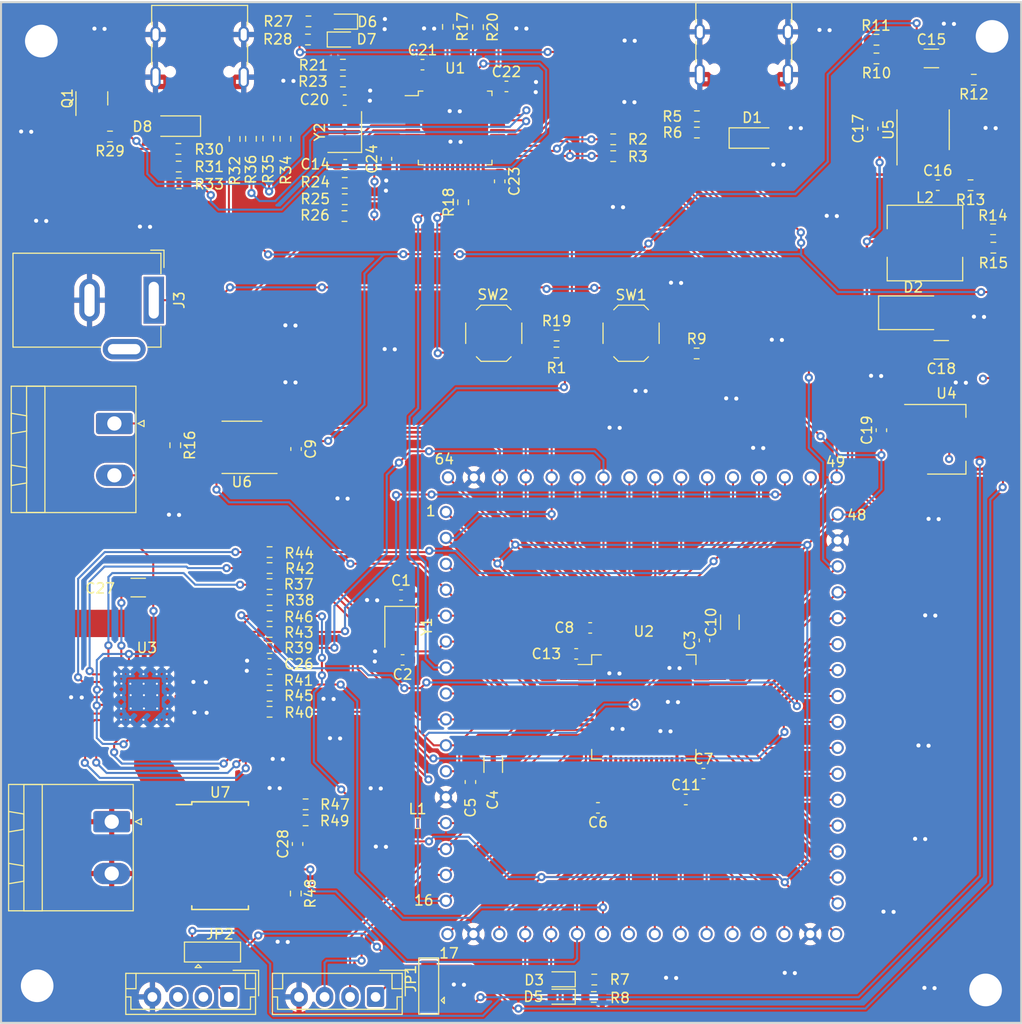
<source format=kicad_pcb>
(kicad_pcb (version 20211014) (generator pcbnew)
  (layers (0 "F.Cu" signal) (31 "B.Cu" signal) (34 "B.Paste" user) (35 "F.Paste" user) (36 "B.SilkS" user "B.Silkscreen") (37 "F.SilkS" user "F.Silkscreen") (38 "B.Mask" user) (39 "F.Mask" user) (44 "Edge.Cuts" user))
  (net 0 "")
  (net 1 "HSE1")
  (net 2 "GNDD")
  (net 3 "HSE2")
  (net 4 "VDD")
  (net 5 "AVDD")
  (net 6 "VCAP")
  (net 7 "5V")
  (net 8 "12V")
  (net 9 "Net-(C16-Pad1)")
  (net 10 "Net-(C16-Pad2)")
  (net 11 "Net-(C17-Pad1)")
  (net 12 "Net-(C17-Pad2)")
  (net 13 "Net-(D1-Pad2)")
  (net 14 "USB_D+")
  (net 15 "USB_D-")
  (net 16 "BOOT0")
  (net 17 "Net-(R10-Pad2)")
  (net 18 "Net-(R12-Pad2)")
  (net 19 "Net-(R14-Pad1)")
  (net 20 "CAN_CONTROL")
  (net 21 "unconnected-(U2-Pad8)")
  (net 22 "unconnected-(U2-Pad17)")
  (net 23 "CANL")
  (net 24 "CANH")
  (net 25 "unconnected-(U2-Pad28)")
  (net 26 "unconnected-(U2-Pad29)")
  (net 27 "SCK_LCD")
  (net 28 "MOSI_LCD")
  (net 29 "unconnected-(U2-Pad42)")
  (net 30 "unconnected-(U2-Pad43)")
  (net 31 "DC_LCD")
  (net 32 "RST_LCD")
  (net 33 "unconnected-(U2-Pad50)")
  (net 34 "unconnected-(U2-Pad54)")
  (net 35 "unconnected-(U2-Pad55)")
  (net 36 "unconnected-(U2-Pad56)")
  (net 37 "unconnected-(U2-Pad57)")
  (net 38 "SWCLK")
  (net 39 "RXCAN")
  (net 40 "TXCAN")
  (net 41 "Net-(J2-PadA6)")
  (net 42 "Net-(J2-PadA7)")
  (net 43 "unconnected-(U2-Pad11)")
  (net 44 "unconnected-(U2-Pad35)")
  (net 45 "unconnected-(U2-Pad59)")
  (net 46 "Net-(Q1-Pad1)")
  (net 47 "SWDIO")
  (net 48 "NRST")
  (net 49 "CS_LCD_1")
  (net 50 "FB_DRIVER")
  (net 51 "IN2")
  (net 52 "D1")
  (net 53 "EN")
  (net 54 "INV")
  (net 55 "IN1")
  (net 56 "D2")
  (net 57 "SLEW")
  (net 58 "VCC")
  (net 59 "Net-(R23-Pad2)")
  (net 60 "STLINK_HSE1")
  (net 61 "STLINK_HSE2")
  (net 62 "Net-(C27-Pad2)")
  (net 63 "Net-(C28-Pad1)")
  (net 64 "Net-(D8-Pad2)")
  (net 65 "Net-(Q1-Pad2)")
  (net 66 "Net-(D3-Pad2)")
  (net 67 "Net-(D5-Pad2)")
  (net 68 "Net-(R1-Pad1)")
  (net 69 "Net-(D3-Pad1)")
  (net 70 "Net-(D5-Pad1)")
  (net 71 "STLINK_BOOT")
  (net 72 "STLINK_BOOT1")
  (net 73 "Net-(R20-Pad2)")
  (net 74 "Net-(R21-Pad2)")
  (net 75 "Net-(R24-Pad1)")
  (net 76 "Net-(R25-Pad2)")
  (net 77 "Net-(R27-Pad1)")
  (net 78 "Net-(D6-Pad2)")
  (net 79 "Net-(D7-Pad1)")
  (net 80 "STLINK_USB_D+")
  (net 81 "Net-(P1-PadB5)")
  (net 82 "STLINK_RENUN")
  (net 83 "Net-(P1-PadA5)")
  (net 84 "Net-(P1-PadA6)")
  (net 85 "STLINK_USB_D-")
  (net 86 "Net-(P1-PadA7)")
  (net 87 "Net-(R37-Pad1)")
  (net 88 "Net-(R38-Pad1)")
  (net 89 "Net-(R39-Pad1)")
  (net 90 "Net-(R40-Pad1)")
  (net 91 "Net-(R41-Pad1)")
  (net 92 "Net-(R42-Pad1)")
  (net 93 "Net-(R43-Pad1)")
  (net 94 "Net-(R44-Pad1)")
  (net 95 "SF")
  (net 96 "Net-(R47-Pad1)")
  (net 97 "Net-(R48-Pad2)")
  (net 100 "STLINK_RX")
  (net 101 "STLINK_TX")
  (net 119 "unconnected-(U2-Pad3)")
  (net 120 "ENC_A")
  (net 121 "ENC_B")
  (net 122 "Net-(R2-Pad2)")
  (net 123 "Net-(R3-Pad2)")
  (net 124 "CURR_MOTOR")
  (net 125 "unconnected-(U2-Pad24)")
  (net 126 "unconnected-(U2-Pad25)")
  (net 127 "unconnected-(U2-Pad26)")
  (net 128 "unconnected-(U2-Pad27)")
  (net 129 "unconnected-(U2-Pad39)")
  (net 130 "MID_M")
  (net 131 "M2")
  (net 138 "M1")
  (net 139 "Net-(J5-Pad1)")
  (net 140 "Net-(J6-Pad1)")
  (net 141 "TPS1")
  (net 142 "TPS2")
  (footprint "Resistor_SMD:R_0603_1608Metric" (layer "F.Cu") (at 125.4506 104.93248)
    (fp_text reference "R44")
    (fp_text value "1K")
  )
  (footprint "Button_Switch_SMD:SW_SPST_TL3342" (layer "F.Cu") (at 160.8836 83.4898)
    (fp_text reference "SW1")
    (fp_text value "SW_Push_Dual")
  )
  (footprint "Capacitor_SMD:C_0603_1608Metric" (layer "F.Cu") (at 132.8135 60.6512)
    (fp_text reference "C20")
    (fp_text value "27pF")
  )
  (footprint "Resistor_SMD:R_0603_1608Metric" (layer "F.Cu") (at 167.3352 63.8302)
    (fp_text reference "R6")
    (fp_text value "27R")
  )
  (footprint "Package_TO_SOT_SMD:SOT-23" (layer "F.Cu") (at 108.0262 60.4774 90)
    (fp_text reference "Q1")
    (fp_text value "BC817")
  )
  (footprint "PQFN32:QPFN32 8X8 0.8MM" (layer "F.Cu") (at 113.3708 118.781)
    (fp_text reference "U3")
    (fp_text value "MC33926")
  )
  (footprint "Connector_USB:USB_C_Receptacle_HRO_TYPE-C-31-M-12" (layer "F.Cu") (at 171.9326 55.0152 180)
    (fp_text reference "J2" hide)
    (fp_text value "USB_C_Receptacle_USB2.0")
  )
  (footprint "Resistor_SMD:R_0603_1608Metric" (layer "F.Cu") (at 196.3928 75.1078)
    (fp_text reference "R15")
    (fp_text value "8K2")
  )
  (footprint "Capacitor_SMD:C_0603_1608Metric" (layer "F.Cu") (at 168.0758 113.5798 90)
    (fp_text reference "C3")
    (fp_text value "100nF")
  )
  (footprint "Package_SO:SOIC-16W_5.3x10.2mm_P1.27mm" (layer "F.Cu") (at 120.5992 134.6708)
    (fp_text reference "U7")
    (fp_text value "MCR1101-XX-3")
  )
  (footprint "Resistor_SMD:R_0603_1608Metric" (layer "F.Cu") (at 157.226 148.5138 180)
    (fp_text reference "R8")
    (fp_text value "680R")
  )
  (footprint "Resistor_SMD:R_0603_1608Metric" (layer "F.Cu") (at 125.3236 64.4144 90)
    (fp_text reference "R35")
    (fp_text value "27R")
  )
  (footprint "Capacitor_SMD:C_0603_1608Metric" (layer "F.Cu") (at 157.6364 129.9864 180)
    (fp_text reference "C6")
    (fp_text value "100nF")
  )
  (footprint "Resistor_SMD:R_0603_1608Metric" (layer "F.Cu") (at 132.8166 68.7578 180)
    (fp_text reference "R24")
    (fp_text value "100K")
  )
  (footprint "Resistor_SMD:R_0603_1608Metric" (layer "F.Cu") (at 132.8166 70.358)
    (fp_text reference "R25")
    (fp_text value "4K7")
  )
  (footprint "Resistor_SMD:R_0603_1608Metric" (layer "F.Cu") (at 127 64.4398 90)
    (fp_text reference "R34")
    (fp_text value "5K1")
  )
  (footprint "Resistor_SMD:R_0603_1608Metric" (layer "F.Cu") (at 116.205 94.4626 -90)
    (fp_text reference "R16")
    (fp_text value "120R")
  )
  (footprint "Package_QFP:LQFP-64_10x10mm_P0.5mm" (layer "F.Cu") (at 162.1322 120.1058)
    (fp_text reference "U2")
    (fp_text value "STM32F446RETx")
  )
  (footprint "Resistor_SMD:R_0603_1608Metric" (layer "F.Cu") (at 128.9812 131.2164 180)
    (fp_text reference "R49")
    (fp_text value "10K")
  )
  (footprint "Inductor_SMD:L_7.3x7.3_H3.5" (layer "F.Cu") (at 189.6872 74.6506)
    (fp_text reference "L2")
    (fp_text value "INDUCTOR")
  )
  (footprint "Capacitor_SMD:C_0603_1608Metric" (layer "F.Cu") (at 136.906 66.3956 -90)
    (fp_text reference "C24")
    (fp_text value "100nF")
  )
  (footprint "Resistor_SMD:R_0603_1608Metric" (layer "F.Cu") (at 159.131 64.4906)
    (fp_text reference "R2")
    (fp_text value "27R")
  )
  (footprint "Capacitor_SMD:C_0603_1608Metric" (layer "F.Cu") (at 155.5028 114.8988 180)
    (fp_text reference "C13")
    (fp_text value "100nF")
  )
  (footprint "Button_Switch_SMD:SW_SPST_TL3342" (layer "F.Cu") (at 147.4216 83.4898 180)
    (fp_text reference "SW2")
    (fp_text value "SW_Push_Dual")
  )
  (footprint "Resistor_SMD:R_0603_1608Metric" (layer "F.Cu") (at 142.9289 53.471 -90)
    (fp_text reference "R17")
    (fp_text value "10K")
  )
  (footprint "Resistor_SMD:R_0603_1608Metric" (layer "F.Cu") (at 125.4506 120.57888)
    (fp_text reference "R40")
    (fp_text value "1K")
  )
  (footprint "Resistor_SMD:R_0603_1608Metric" (layer "F.Cu") (at 125.4506 109.6264)
    (fp_text reference "R38")
    (fp_text value "1K")
  )
  (footprint "Resistor_SMD:R_0603_1608Metric" (layer "F.Cu") (at 132.6388 57.1754)
    (fp_text reference "R21")
    (fp_text value "10K")
  )
  (footprint "Resistor_SMD:R_0603_1608Metric" (layer "F.Cu") (at 184.9374 54.737 180)
    (fp_text reference "R11")
    (fp_text value "100K")
  )
  (footprint "LED_SMD:LED_0603_1608Metric" (layer "F.Cu") (at 153.924 146.7866 180)
    (fp_text reference "D3")
    (fp_text value "LED")
  )
  (footprint "Jumper:SolderJumper-3_P2.0mm_Open_TrianglePad1.0x1.5mm" (layer "F.Cu") (at 141.0716 147.447 90)
    (fp_text reference "JP1")
    (fp_text value "Jumper_3_Open")
  )
  (footprint "Jumper:SolderJumper-3_P2.0mm_Open_TrianglePad1.0x1.5mm" (layer "F.Cu") (at 119.8526 144.1395)
    (fp_text reference "JP2")
    (fp_text value "Jumper_3_Open")
  )
  (footprint "Resistor_SMD:R_0603_1608Metric" (layer "F.Cu") (at 125.4506 119.01424)
    (fp_text reference "R45")
    (fp_text value "220R")
  )
  (footprint "Connector_JST:JST_EH_B4B-EH-A_1x04_P2.50mm_Vertical" (layer "F.Cu") (at 135.8392 148.5138 180)
    (fp_text reference "J5" hide)
    (fp_text value "Conn_01x04_Male")
  )
  (footprint "LED_SMD:LED_0603_1608Metric" (layer "F.Cu") (at 132.588 52.959 180)
    (fp_text reference "D6")
    (fp_text value "LED")
  )
  (footprint "Capacitor_SMD:C_0603_1608Metric" (layer "F.Cu") (at 167.9742 126.6336)
    (fp_text reference "C7")
    (fp_text value "100nF")
  )
  (footprint "Package_SO:SOIC-8_3.9x4.9mm_P1.27mm" (layer "F.Cu") (at 122.7328 94.6658 180)
    (fp_text reference "U6")
    (fp_text value "TJA1042T-3")
  )
  (footprint "Inductor_SMD:L_0603_1608Metric" (layer "F.Cu") (at 139.9794 131.4958)
    (fp_text reference "L1")
    (fp_text value "INDUCTOR")
  )
  (footprint "Resistor_SMD:R_0603_1608Metric" (layer "F.Cu") (at 153.5684 85.3694 180)
    (fp_text reference "R1")
    (fp_text value "27R")
  )
  (footprint "Resistor_SMD:R_0603_1608Metric" (layer "F.Cu") (at 194.4756 58.6486 180)
    (fp_text reference "R12")
    (fp_text value "100K")
  )
  (footprint "Capacitor_SMD:C_0603_1608Metric" (layer "F.Cu") (at 132.8643 66.9758 180)
    (fp_text reference "C14")
    (fp_text value "27pF")
  )
  (footprint "Resistor_SMD:R_0603_1608Metric" (layer "F.Cu") (at 159.131 66.1416)
    (fp_text reference "R3")
    (fp_text value "27R")
  )
  (footprint "Resistor_SMD:R_0603_1608Metric" (layer "F.Cu") (at 128.016 138.3792 -90)
    (fp_text reference "R48")
    (fp_text value "10K")
  )
  (footprint "Capacitor_SMD:C_0603_1608Metric" (layer "F.Cu") (at 128.0414 94.8312 -90)
    (fp_text reference "C9")
    (fp_text value "100nF")
  )
  (footprint "Capacitor_SMD:C_0603_1608Metric" (layer "F.Cu") (at 185.42 92.9894 90)
    (fp_text reference "C19")
    (fp_text value "220nF")
  )
  (footprint "Resistor_SMD:R_0603_1608Metric" (layer "F.Cu") (at 194.1576 68.9864 180)
    (fp_text reference "R13")
    (fp_text value "100K")
  )
  (footprint "Capacitor_SMD:C_0603_1608Metric" (layer "F.Cu") (at 148.6662 59.309)
    (fp_text reference "C22")
    (fp_text value "100nF")
  )
  (footprint "Capacitor_SMD:C_0603_1608Metric" (layer "F.Cu") (at 140.4366 57.1754)
    (fp_text reference "C21")
    (fp_text value "100nF")
  )
  (footprint "Resistor_SMD:R_0603_1608Metric" (layer "F.Cu") (at 116.5098 65.4304)
    (fp_text reference "R30")
    (fp_text value "10K")
  )
  (footprint "Capacitor_SMD:C_1206_3216Metric" (layer "F.Cu") (at 170.565 111.8 90)
    (fp_text reference "C10")
    (fp_text value "1uF")
  )
  (footprint "Resistor_SMD:R_0603_1608Metric" (layer "F.Cu") (at 125.4506 112.75568)
    (fp_text reference "R43")
    (fp_text value "1K")
  )
  (footprint "Resistor_SMD:R_0603_1608Metric" (layer "F.Cu") (at 132.6388 58.8264)
    (fp_text reference "R23")
    (fp_text value "10K")
  )
  (footprint "Diode_SMD:D_SOD-123" (layer "F.Cu") (at 116.4336 63.1952 180)
    (fp_text reference "D8")
    (fp_text value "MBR0540")
  )
  (footprint "Capacitor_SMD:C_1206_3216Metric" (layer "F.Cu") (at 147.3708 125.8062 90)
    (fp_text reference "C4")
    (fp_text value "1uF")
  )
  (footprint "Capacitor_SMD:C_1206_3216Metric" (layer "F.Cu") (at 190.3222 56.5658)
    (fp_text reference "C15")
    (fp_text value "10uF")
  )
  (footprint "Resistor_SMD:R_0603_1608Metric" (layer "F.Cu") (at 125.4506 108.06176)
    (fp_text reference "R37")
    (fp_text value "1K")
  )
  (footprint "Resistor_SMD:R_0603_1608Metric" (layer "F.Cu") (at 167.3098 85.471)
    (fp_text reference "R9")
    (fp_text value "47K")
  )
  (footprint "Capacitor_SMD:C_0603_1608Metric" (layer "F.Cu") (at 145.1356 127.4572 90)
    (fp_text reference "C5")
    (fp_text value "100nF")
  )
  (footprint "LED_SMD:LED_0603_1608Metric" (layer "F.Cu") (at 153.924 148.4884 180)
    (fp_text reference "D5")
    (fp_text value "LED")
  )
  (footprint "Resistor_SMD:R_0603_1608Metric" (layer "F.Cu") (at 129.2606 52.9336)
    (fp_text reference "R27")
    (fp_text value "680R")
  )
  (footprint "LED_SMD:LED_0603_1608Metric" (layer "F.Cu") (at 132.588 54.7116)
    (fp_text reference "D7")
    (fp_text value "LED")
  )
  (footprint "Capacitor_SMD:C_0603_1608Metric" (layer "F.Cu") (at 138.4866 115.4928 180)
    (fp_text reference "C2")
    (fp_text value "27pF")
  )
  (footprint "Resistor_SMD:R_0603_1608Metric" (layer "F.Cu") (at 116.5352 67.1576 180)
    (fp_text reference "R31")
    (fp_text value "33K")
  )
  (footprint "Resistor_SMD:R_0603_1608Metric" (layer "F.Cu") (at 125.4506 106.49712)
    (fp_text reference "R42")
    (fp_text value "1K")
  )
  (footprint "Resistor_SMD:R_0603_1608Metric" (layer "F.Cu") (at 123.6218 64.4398 90)
    (fp_text reference "R36")
    (fp_text value "27R")
  )
  (footprint "Resistor_SMD:R_0603_1608Metric" (layer "F.Cu") (at 167.3352 62.23)
    (fp_text reference "R5")
    (fp_text value "27R")
  )
  (footprint "Resistor_SMD:R_0603_1608Metric" (layer "F.Cu") (at 125.4506 117.4496)
    (fp_text reference "R41")
    (fp_text value "1K")
  )
  (footprint "Resistor_SMD:R_0603_1608Metric" (layer "F.Cu") (at 132.7912 72.009 180)
    (fp_text reference "R26")
    (fp_text value "4K7")
  )
  (footprint "Resistor_SMD:R_0603_1608Metric" (layer "F.Cu") (at 122.0216 64.452 90)
    (fp_text reference "R32")
    (fp_text value "5K1")
  )
  (footprint "Capacitor_SMD:C_0603_1608Metric" (layer "F.Cu") (at 138.3342 109.1428)
    (fp_text reference "C1")
    (fp_text value "27pF")
  )
  (footprint "Resistor_SMD:R_0603_1608Metric" (layer "F.Cu") (at 145.8753 53.4964 -90)
    (fp_text reference "R20")
    (fp_text value "4K7")
  )
  (footprint "Connector_Phoenix_MSTB:PhoenixContact_MSTBA_2,5_2-G-5,08_1x02_P5.08mm_Horizontal" (layer "F.Cu") (at 110.236 92.329 -90)
    (fp_text reference "J4" hide)
    (fp_text value "Conn_01x02_Female")
  )
  (footprint "Resistor_SMD:R_0603_1608Metric" (layer "F.Cu") (at 109.8042 64.2112 180)
    (fp_text reference "R29")
    (fp_text value "1K5")
  )
  (footprint "Crystal:Crystal_SMD_3225-4Pin_3.2x2.5mm" (layer "F.Cu") (at 132.8135 63.7754 90)
    (fp_text reference "Y2")
    (fp_text value "8MHz")
  )
  (footprint "Resistor_SMD:R_0603_1608Metric" (layer "F.Cu") (at 153.5816 83.7184)
    (fp_text reference "R19")
    (fp_text value "47K")
  )
  (footprint "Capacitor_SMD:C_0603_1608Metric" (layer "F.Cu") (at 190.9448 68.9864)
    (fp_text reference "C16")
    (fp_text value "100nF")
  )
  (footprint "Capacitor_SMD:C_1206_3216Metric" (layer "F.Cu") (at 191.2874 85.1154 180)
    (fp_text reference "C18")
    (fp_text value "10uF")
  )
  (footprint "Crystal:Crystal_SMD_3225-4Pin_3.2x2.5mm" (layer "F.Cu") (at 138.3968 112.2494 -90)
    (fp_text reference "Y1")
    (fp_text value "8MHz")
  )
  (footprint "Package_TO_SOT_SMD:SOT-223-3_TabPin2" (layer "F.Cu") (at 191.7954 93.8784)
    (fp_text reference "U4")
    (fp_text value "AMS1117-3.3")
  )
  (footprint "Resistor_SMD:R_0603_1608Metric" (layer "F.Cu") (at 125.4506 114.32032)
    (fp_text reference "R39")
    (fp_text value "1K")
  )
  (footprint "Capacitor_SMD:C_0603_1608Metric" (layer "F.Cu") (at 166.247 129.1736)
    (fp_text reference "C11")
    (fp_text value "100nF")
  )
  (footprint "Capacitor_SMD:C_0603_1608Metric" (layer "F.Cu") (at 148.0058 68.6054 -90)
    (fp_text reference "C23")
    (fp_text value "100nF")
  )
  (footprint "Resistor_SMD:R_0603_1608Metric" (layer "F.Cu") (at 184.9374 56.5658 180)
    (fp_text reference "R10")
    (fp_text value "100K")
  )
  (footprint "Capacitor_SMD:C_0603_1608Metric" (layer "F.Cu") (at 156.8744 112.3588 180)
    (fp_text reference "C8")
    (fp_text value "100nF")
  )
  (footprint "Connector_USB:USB_C_Receptacle_HRO_TYPE-C-31-M-12" (layer "F.Cu") (at 118.5926 55.2692 180)
    (fp_text reference "P1" hide)
    (fp_text value "USB_C_Plug")
  )
  (footprint "Capacitor_SMD:C_0603_1608Metric" (layer "F.Cu") (at 128.1938 133.5278 90)
    (fp_text reference "C28")
    (fp_text value "10nF")
  )
  (footprint "Capacitor_SMD:C_0603_1608Metric" (layer "F.Cu") (at 125.4506 115.88496 180)
    (fp_text reference "C26")
    (fp_text value "470nF")
  )
  (footprint "Diode_SMD:D_SMA" (layer "F.Cu") (at 188.5442 81.4832)
    (fp_text reference "D2")
    (fp_text value "1N5822")
  )
  (footprint "Resistor_SMD:R_0603_1608Metric" (layer "F.Cu") (at 129.2098 54.7116)
    (fp_text reference "R28")
    (fp_text value "680R")
  )
  (footprint "Diode_SMD:D_SOD-123" (layer "F.Cu") (at 172.7454 64.3636)
    (fp_text reference "D1")
    (fp_text value "MBR0540")
  )
  (footprint "Resistor_SMD:R_0603_1608Metric" (layer "F.Cu") (at 157.2768 146.812 180)
    (fp_text reference "R7")
    (fp_text value "680R")
  )
  (footprint "Connector_BarrelJack:BarrelJack_GCT_DCJ200-10-A_Horizontal" (layer "F.Cu") (at 114.0968 80.249 -90)
    (fp_text reference "J3")
    (fp_text value "Jack-DC")
  )
  (footprint "Connector_Phoenix_MSTB:PhoenixContact_MSTBA_2,5_2-G-5,08_1x02_P5.08mm_Horizontal" (layer "F.Cu") (at 109.9749 131.3434 -90)
    (fp_text reference "J1" hide)
    (fp_text value "Conn_01x02_Female")
  )
  (footprint "Capacitor_SMD:C_0603_1608Metric" (layer "F.Cu") (at 184.5818 63.4492 -90)
    (fp_text reference "C17")
    (fp_text value "100nF")
  )
  (footprint "Connector_JST:JST_EH_B4B-EH-A_1x04_P2.50mm_Vertical" (layer "F.Cu") (at 121.4628 148.5138 180)
    (fp_text reference "J6" hide)
    (fp_text value "Conn_01x04_Male")
  )
  (footprint "Resistor_SMD:R_0603_1608Metric" (layer "F.Cu") (at 125.4506 111.19104 180)
    (fp_text reference "R46")
    (fp_text value "10K")
  )
  (footprint "Capacitor_SMD:C_1206_3216Metric" (layer "F.Cu") (at 112.5728 108.4072 180)
    (fp_text reference "C27")
    (fp_text value "33nF")
  )
  (footprint "Resistor_SMD:R_0603_1608Metric" (layer "F.Cu") (at 128.9812 129.6416)
    (fp_text reference "R47")
    (fp_text value "10K")
  )
  (footprint "Resistor_SMD:R_0603_1608Metric" (layer "F.Cu") (at 144.4244 70.6628 90)
    (fp_text reference "R18")
    (fp_text value "10K")
  )
  (footprint "Resistor_SMD:R_0603_1608Metric" (layer "F.Cu") (at 116.5606 68.8086 180)
    (fp_text reference "R33")
    (fp_text value "100R")
  )
  (footprint "Package_QFP:LQFP-48_7x7mm_P0.5mm" (layer "F.Cu") (at 143.637 63.373)
    (fp_text reference "U1")
    (fp_text value "STM32F103CBTx")
  )
  (footprint "Resistor_SMD:R_0603_1608Metric" (layer "F.Cu") (at 196.3674 73.3044 180)
    (fp_text reference "R14")
    (fp_text value "44K")
  )
  (footprint "Package_SO:SOIC-8-1EP_3.9x4.9mm_P1.27mm_EP2.62x3.51mm" (layer "F.Cu") (at 189.5094 63.5508 90)
    (fp_text reference "U5")
    (fp_text value "MP1584EN-LF-Z")
  )
  (gr_rect (start 99.1234 51.054) (end 199.1234 151.054) (layer "Edge.Cuts") (width 0.2) (fill none))
  (gr_text "16" (at 140.5676 139.0542) (layer "F.SilkS") (effects (font (size 1 1))))
  (gr_text "17\n" (at 143.0314 144.2358) (layer "F.SilkS") (effects (font (size 1 1))))
  (gr_text "1\n" (at 141.2534 100.9034) (layer "F.SilkS") (effects (font (size 1 1))))
  (gr_text "49" (at 180.9282 96.1028) (layer "F.SilkS") (effects (font (size 1 1))))
  (gr_text "48" (at 183.011 101.3098) (layer "F.SilkS") (effects (font (size 1 1))))
  (gr_text "64" (at 142.5742 95.8234) (layer "F.SilkS") (effects (font (size 1 1))))
  (segment (start 137.5592 111.137) (end 137.5468 111.1494) (width 0.2) (layer "F.Cu") (net 1))
  (segment (start 137.5468 111.1494) (end 137.5468 109.1552) (width 0.2) (layer "F.Cu") (net 1))
  (segment (start 137.5468 109.1552) (end 137.5592 109.1428) (width 0.2) (layer "F.Cu") (net 1))
  (segment (start 143.6368 111.1608) (end 142.7322 111.1608) (width 0.2) (layer "F.Cu") (net 1))
  (segment (start 150.8318 118.3558) (end 143.6368 111.1608) (width 0.2) (layer "F.Cu") (net 1))
  (segment (start 138.1546 112.2318) (end 140.6438 112.2318) (width 0.2) (layer "F.Cu") (net 1))
  (segment (start 156.4572 118.3558) (end 150.8318 118.3558) (width 0.2) (layer "F.Cu") (net 1))
  (segment (start 137.5468 111.1494) (end 137.5468 111.624) (width 0.2) (layer "F.Cu") (net 1))
  (segment (start 141.7148 111.1608) (end 142.7322 111.1608) (width 0.2) (layer "F.Cu") (net 1))
  (segment (start 137.5468 111.624) (end 138.1546 112.2318) (width 0.2) (layer "F.Cu") (net 1))
  (segment (start 140.6438 112.2318) (end 141.7148 111.1608) (width 0.2) (layer "F.Cu") (net 1))
  (segment (start 137.5468 111.7082) (end 137.5468 111.1494) (width 0.2) (layer "F.Cu") (net 1))
  (segment (start 107.7246 119.1482) (end 107.0642 119.1482) (width 0.2) (layer "F.Cu") (net 2))
  (segment (start 118.0084 117.6782) (end 117.983 117.6528) (width 0.2) (layer "F.Cu") (net 2))
  (segment (start 105.9974 119.1482) (end 105.9942 119.1514) (width 0.2) (layer "F.Cu") (net 2))
  (segment (start 117.9826 117.6532) (end 117.983 117.6528) (width 0.2) (layer "F.Cu") (net 2))
  (segment (start 116.4312 117.6532) (end 117.9826 117.6532) (width 0.2) (layer "F.Cu") (net 2))
  (segment (start 109.8066 119.1482) (end 107.7246 119.1482) (width 0.2) (layer "F.Cu") (net 2))
  (segment (start 119.2784 120.6754) (end 118.11 120.6754) (width 0.2) (layer "F.Cu") (net 2))
  (segment (start 118.11 120.6754) (end 118.0846 120.65) (width 0.2) (layer "F.Cu") (net 2))
  (segment (start 119.2022 117.6782) (end 118.0084 117.6782) (width 0.2) (layer "F.Cu") (net 2))
  (segment (start 116.4312 120.6432) (end 118.0778 120.6432) (width 0.2) (layer "F.Cu") (net 2))
  (segment (start 107.7246 119.1482) (end 105.9974 119.1482) (width 0.2) (layer "F.Cu") (net 2))
  (segment (start 118.0778 120.6432) (end 118.0846 120.65) (width 0.2) (layer "F.Cu") (net 2))
  (segment (start 107.0642 119.1482) (end 107.0356 119.1768) (width 0.2) (layer "F.Cu") (net 2))
  (segment (start 116.4312 118.4007) (end 116.4312 116.9057) (width 0.2) (layer "F.Cu") (net 2))
  (segment (start 116.4312 119.8957) (end 116.4312 121.3907) (width 0.2) (layer "F.Cu") (net 2))
  (via (at 160.2232 60.833) (size 0.8) (drill 0.4) (layers "F.Cu" "B.Cu") (net 2))
  (via (at 127.986313 82.735948) (size 0.8) (drill 0.4) (layers "F.Cu" "B.Cu") (net 2))
  (via (at 161.2138 60.8584) (size 0.8) (drill 0.4) (layers "F.Cu" "B.Cu") (net 2))
  (via (at 135.7884 114.6556) (size 0.8) (drill 0.4) (layers "F.Cu" "B.Cu") (net 2))
  (via (at 192.532 53.1876) (size 0.8) (drill 0.4) (layers "F.Cu" "B.Cu") (net 2))
  (via (at 175.6664 84.1502) (size 0.8) (drill 0.4) (layers "F.Cu" "B.Cu") (net 2))
  (via (at 101.094039 63.725398) (size 0.8) (drill 0.4) (layers "F.Cu" "B.Cu") (net 2))
  (via (at 125.4506 128.0414) (size 0.8) (drill 0.4) (layers "F.Cu" "B.Cu") (net 2))
  (via (at 179.3494 53.7718) (size 0.8) (drill 0.4) (layers "F.Cu" "B.Cu") (net 2))
  (via (at 158.754 116.8038) (size 0.8) (drill 0.4) (layers "F.Cu" "B.Cu") (net 2))
  (via (at 175.8188 66.9798) (size 0.8) (drill 0.4) (layers "F.Cu" "B.Cu") (net 2))
  (via (at 190.7032 111.1504) (size 0.8) (drill 0.4) (layers "F.Cu" "B.Cu") (net 2))
  (via (at 160.0962 71.1454) (size 0.8) (drill 0.4) (layers "F.Cu" "B.Cu") (net 2))
  (via (at 189.7126 133.0452) (size 0.8) (drill 0.4) (layers "F.Cu" "B.Cu") (net 2))
  (via (at 131.3688 123.1646) (size 0.8) (drill 0.4) (layers "F.Cu" "B.Cu") (net 2))
  (via (at 165.3032 146.6596) (size 0.8) (drill 0.4) (layers "F.Cu" "B.Cu") (net 2))
  (via (at 177.5206 63.3984) (size 0.8) (drill 0.4) (layers "F.Cu" "B.Cu") (net 2))
  (via (at 126.238 143.1036) (size 0.8) (drill 0.4) (layers "F.Cu" "B.Cu") (net 2))
  (via (at 137.7188 85.0646) (size 0.8) (drill 0.4) (layers "F.Cu" "B.Cu") (net 2))
  (via (at 136.7282 53.6956) (size 0.8) (drill 0.4) (layers "F.Cu" "B.Cu") (net 2))
  (via (at 189.0522 123.8758) (size 0.8) (drill 0.4) (layers "F.Cu" "B.Cu") (net 2))
  (via (at 132.3594 123.19) (size 0.8) (drill 0.4) (layers "F.Cu" "B.Cu") (net 2))
  (via (at 136.8552 69.5198) (size 0.8) (drill 0.4) (layers "F.Cu" "B.Cu") (net 2))
  (via (at 102.5652 72.4662) (size 0.8) (drill 0.4) (layers "F.Cu" "B.Cu") (net 2))
  (via (at 149.6314 53.6194) (size 0.8) (drill 0.4) (layers "F.Cu" "B.Cu") (net 2))
  (via (at 143.1798 64.7192) (size 0.8) (drill 0.4) (layers "F.Cu" "B.Cu") (net 2))
  (via (at 135.001 109.6264) (size 0.8) (drill 0.4) (layers "F.Cu" "B.Cu") (net 2))
  (via (at 193.7004 88.3412) (size 0.8) (drill 0.4) (layers "F.Cu" "B.Cu") (net 2))
  (via (at 188.722 133.0198) (size 0.8) (drill 0.4) (layers "F.Cu" "B.Cu") (net 2))
  (via (at 162.306 89.154) (size 0.8) (drill 0.4) (layers "F.Cu" "B.Cu") (net 2))
  (via (at 143.1036 61.722) (size 0.8) (drill 0.4) (layers "F.Cu" "B.Cu") (net 2))
  (via (at 115.584578 101.265665) (size 0.8) (drill 0.4) (layers "F.Cu" "B.Cu") (net 2))
  (via (at 127.7874 58.7756) (size 0.8) (drill 0.4) (layers "F.Cu" "B.Cu") (net 2))
  (via (at 125.7554 125.1966) (size 0.8) (drill 0.4) (layers "F.Cu" "B.Cu") (net 2))
  (via (at 194.4878 81.8642) (size 0.8) (drill 0.4) (layers "F.Cu" "B.Cu") (net 2))
  (via (at 174.8282 66.9544) (size 0.8) (drill 0.4) (layers "F.Cu" "B.Cu") (net 2))
  (via (at 136.7536 52.705) (size 0.8) (drill 0.4) (layers "F.Cu" "B.Cu") (net 2))
  (via (at 163.7578 122.468) (size 0.8) (drill 0.4) (layers "F.Cu" "B.Cu") (net 2))
  (via (at 126.4412 128.0668) (size 0.8) (drill 0.4) (layers "F.Cu" "B.Cu") (net 2))
  (via (at 102.084639 63.750798) (size 0.8) (drill 0.4) (layers "F.Cu" "B.Cu") (net 2))
  (via (at 190.0428 101.6762) (size 0.8) (drill 0.4) (layers "F.Cu" "B.Cu") (net 2))
  (via (at 159.7446 116.8292) (size 0.8) (drill 0.4) (layers "F.Cu" "B.Cu") (net 2))
  (via (at 164.6428 116.2812) (size 0.8) (drill 0.4) (layers "F.Cu" "B.Cu") (net 2))
  (via (at 184.404 87.6554) (size 0.8) (drill 0.4) (layers "F.Cu" "B.Cu") (net 2))
  (via (at 127.2286 143.129) (size 0.8) (drill 0.4) (layers "F.Cu" "B.Cu") (net 2))
  (via (at 190.627 147.6502) (size 0.8) (drill 0.4) (layers "F.Cu" "B.Cu") (net 2))
  (via (at 117.983 117.6528) (size 0.8) (drill 0.4) (layers "F.Cu" "B.Cu") (net 2))
  (via (at 190.0428 123.9012) (size 0.8) (drill 0.4) (layers "F.Cu" "B.Cu") (net 2))
  (via (at 159.0588 122.2394) (size 0.8) (drill 0.4) (layers "F.Cu" "B.Cu") (net 2))
  (via (at 118.0846 120.65) (size 0.8) (drill 0.4) (layers "F.Cu" "B.Cu") (net 2))
  (via (at 135.3058 59.7154) (size 0.8) (drill 0.4) (layers "F.Cu" "B.Cu") (net 2))
  (via (at 151.5364 59.8678) (size 0.8) (drill 0.4) (layers "F.Cu" "B.Cu") (net 2))
  (via (at 164.3126 146.6342) (size 0.8) (drill 0.4) (layers "F.Cu" "B.Cu") (net 2))
  (via (at 158.7754 92.7354) (size 0.8) (drill 0.4) (layers "F.Cu" "B.Cu") (net 2))
  (via (at 159.766 92.7608) (size 0.8) (drill 0.4) (layers "F.Cu" "B.Cu") (net 2))
  (via (at 112.739206 73.041531) (size 0.8) (drill 0.4) (layers "F.Cu" "B.Cu") (net 2))
  (via (at 196.2658 54.4068) (size 3.5) (drill 3.2) (layers "F.Cu" "B.Cu") (net 2))
  (via (at 180.0606 71.9836) (size 0.8) (drill 0.4) (layers "F.Cu" "B.Cu") (net 2))
  (via (at 192.7098 88.3158) (size 0.8) (drill 0.4) (layers "F.Cu" "B.Cu") (net 2))
  (via (at 175.9458 146.1516) (size 0.8) (drill 0.4) (layers "F.Cu" "B.Cu") (net 2))
  (via (at 135.8646 133.7818) (size 0.8) (drill 0.4) (layers "F.Cu" "B.Cu") (net 2))
  (via (at 107.0356 119.1768) (size 0.8) (drill 0.4) (layers "F.Cu" "B.Cu") (net 2))
  (via (at 126.746 125.222) (size 0.8) (drill 0.4) (layers "F.Cu" "B.Cu") (net 2))
  (via (at 119.2022 117.6782) (size 0.8) (drill 0.4) (layers "F.Cu" "B.Cu") (net 2))
  (via (at 136.3472 128.0922) (size 0.8) (drill 0.4) (layers "F.Cu" "B.Cu") (net 2))
  (via (at 186.6138 140.1826) (size 0.8) (drill 0.4) (layers "F.Cu" "B.Cu") (net 2))
  (via (at 102.6668 147.4216) (size 3.5) (drill 3.2) (layers "F.Cu" "B.Cu") (net 2))
  (via (at 119.2784 120.6754) (size 0.8) (drill 0.4) (layers "F.Cu" "B.Cu") (net 2))
  (via (at 173.8376 94.742) (size 0.8) (drill 0.4) (layers "F.Cu" "B.Cu") (net 2))
  (via (at 160.0494 122.2648) (size 0.8) (drill 0.4) (layers "F.Cu" "B.Cu") (net 2))
  (via (at 159.1056 71.12) (size 0.8) (drill 0.4) (layers "F.Cu" "B.Cu") (net 2))
  (via (at 164.4904 119.6086) (size 0.8) (drill 0.4) (layers "F.Cu" "B.Cu") (net 2))
  (via (at 165.7858 78.5622) (size 0.8) (drill 0.4) (layers "F.Cu" "B.Cu") (net 2))
  (via (at 135.763 115.6462) (size 0.8) (drill 0.4) (layers "F.Cu" "B.Cu") (net 2))
  (via (at 141.5796 53.6448) (size 0.8) (drill 0.4) (layers "F.Cu" "B.Cu") (net 2))
  (via (at 170.2054 89.8652) (size 0.8) (drill 0.4) (layers "F.Cu" "B.Cu") (net 2))
  (via (at 191.5414 53.1622) (size 0.8) (drill 0.4) (layers "F.Cu" "B.Cu") (net 2))
  (via (at 195.4784 81.8896) (size 0.8) (drill 0.4) (layers "F.Cu" "B.Cu") (net 2))
  (via (at 126.995713 82.710548) (size 0.8) (drill 0.4) (layers "F.Cu" "B.Cu") (net 2))
  (via (at 176.9364 146.177) (size 0.8) (drill 0.4) (layers "F.Cu" "B.Cu") (net 2))
  (via (at 108.2802 53.6448) (size 0.8) (drill 0.4) (layers "F.Cu" "B.Cu") (net 2))
  (via (at 103.0732 54.864) (size 3.5) (drill 3.2) (layers "F.Cu" "B.Cu") (net 2))
  (via (at 140.589 53.6194) (size 0.8) (drill 0.4) (layers "F.Cu" "B.Cu") (net 2))
  (via (at 116.575178 101.291065) (size 0.8) (drill 0.4) (layers "F.Cu" "B.Cu") (net 2))
  (via (at 161.2392 54.8386) (size 0.8) (drill 0.4) (layers "F.Cu" "B.Cu") (net 2))
  (via (at 130.7338 119.3038) (size 0.8) (drill 0.4) (layers "F.Cu" "B.Cu") (net 2))
  (via (at 165.6334 116.3066) (size 0.8) (drill 0.4) (layers "F.Cu" "B.Cu") (net 2))
  (via (at 113.729806 73.066931) (size 0.8) (drill 0.4) (layers "F.Cu" "B.Cu") (net 2))
  (via (at 189.7126 111.125) (size 0.8) (drill 0.4) (layers "F.Cu" "B.Cu") (net 2))
  (via (at 181.0512 72.009) (size 0.8) (drill 0.4) (layers "F.Cu" "B.Cu") (net 2))
  (via (at 144.1704 64.7446) (size 0.8) (drill 0.4) (layers "F.Cu" "B.Cu") (net 2))
  (via (at 123.2408 115.57) (size 0.8) (drill 0.4) (layers "F.Cu" "B.Cu") (net 2))
  (via (at 171.196 89.8906) (size 0.8) (drill 0.4) (layers "F.Cu" "B.Cu") (net 2))
  (via (at 135.2804 60.706) (size 0.8) (drill 0.4) (layers "F.Cu" "B.Cu") (net 2))
  (via (at 144.5006 147.32) (size 0.8) (drill 0.4) (layers "F.Cu" "B.Cu") (net 2))
  (via (at 103.5558 72.4916) (size 0.8) (drill 0.4) (layers "F.Cu" "B.Cu") (net 2))
  (via (at 164.7952 78.5368) (size 0.8) (drill 0.4) (layers "F.Cu" "B.Cu") (net 2))
  (via (at 191.0334 101.7016) (size 0.8) (drill 0.4) (layers "F.Cu" "B.Cu") (net 2))
  (via (at 123.2154 116.5606) (size 0.8) (drill 0.4) (layers "F.Cu" "B.Cu") (net 2))
  (via (at 133.096 99.695) (size 0.8) (drill 0.4) (layers "F.Cu" "B.Cu") (net 2))
  (via (at 176.53 63.373) (size 0.8) (drill 0.4) (layers "F.Cu" "B.Cu") (net 2))
  (via (at 185.3946 87.6808) (size 0.8) (drill 0.4) (layers "F.Cu" "B.Cu") (net 2))
  (via (at 127 88.2904) (size 0.8) (drill 0.4) (layers "F.Cu" "B.Cu") (net 2))
  (via (at 136.8552 133.8072) (size 0.8) (drill 0.4) (layers "F.Cu" "B.Cu") (net 2))
  (via (at 135.9916 109.6518) (size 0.8) (drill 0.4) (layers "F.Cu" "B.Cu") (net 2))
  (via (at 127.9906 88.3158) (size 0.8) (drill 0.4) (layers "F.Cu" "B.Cu") (net 2))
  (via (at 136.8806 68.5292) (size 0.8) (drill 0.4) (layers "F.Cu" "B.Cu") (net 2))
  (via (at 160.2486 54.8132) (size 0.8) (drill 0.4) (layers "F.Cu" "B.Cu") (net 2))
  (via (at 161.3154 89.1286) (size 0.8) (drill 0.4) (layers "F.Cu" "B.Cu") (net 2))
  (via (at 132.1054 99.6696) (size 0.8) (drill 0.4) (layers "F.Cu" "B.Cu") (net 2))
  (via (at 131.7244 119.3292) (size 0.8) (drill 0.4) (layers "F.Cu" "B.Cu") (net 2))
  (via (at 164.7484 122.4934) (size 0.8) (drill 0.4) (layers "F.Cu" "B.Cu") (net 2))
  (via (at 195.6308 147.828) (size 3.5) (drill 3.2) (layers "F.Cu" "B.Cu") (net 2))
  (via (at 189.6364 147.6248) (size 0.8) (drill 0.4) (layers "F.Cu" "B.Cu") (net 2))
  (via (at 136.7282 85.0392) (size 0.8) (drill 0.4) (layers "F.Cu" "B.Cu") (net 2))
  (via (at 151.5618 58.8772) (size 0.8) (drill 0.4) (layers "F.Cu" "B.Cu") (net 2))
  (via (at 126.7968 58.7502) (size 0.8) (drill 0.4) (layers "F.Cu" "B.Cu") (net 2))
  (via (at 196.6214 63.3984) (size 0.8) (drill 0.4) (layers "F.Cu" "B.Cu") (net 2))
  (via (at 165.481 119.634) (size 0.8) (drill 0.4) (layers "F.Cu" "B.Cu") (net 2))
  (via (at 143.51 147.2946) (size 0.8) (drill 0.4) (layers "F.Cu" "B.Cu") (net 2))
  (via (at 135.3566 128.0668) (size 0.8) (drill 0.4) (layers "F.Cu" "B.Cu") (net 2))
  (via (at 195.6308 63.373) (size 0.8) (drill 0.4) (layers "F.Cu" "B.Cu") (net 2))
  (via (at 174.6758 84.1248) (size 0.8) (drill 0.4) (layers "F.Cu" "B.Cu") (net 2))
  (via (at 105.9942 119.1514) (size 0.8) (drill 0.4) (layers "F.Cu" "B.Cu") (net 2))
  (via (at 109.2708 53.6702) (size 0.8) (drill 0.4) (layers "F.Cu" "B.Cu") (net 2))
  (via (at 185.6232 140.1572) (size 0.8) (drill 0.4) (layers "F.Cu" "B.Cu") (net 2))
  (via (at 150.622 53.6448) (size 0.8) (drill 0.4) (layers "F.Cu" "B.Cu") (net 2))
  (via (at 172.847 94.7166) (size 0.8) (drill 0.4) (layers "F.Cu" "B.Cu") (net 2))
  (via (at 180.34 53.7972) (size 0.8) (drill 0.4) (layers "F.Cu" "B.Cu") (net 2))
  (via (at 144.0942 61.7474) (size 0.8) (drill 0.4) (layers "F.Cu" "B.Cu") (net 2))
  (segment (start 107.0356 119.1768) (end 106.0196 119.1768) (width 0.2) (layer "B.Cu") (net 2))
  (segment (start 106.0196 119.1768) (end 105.9942 119.1514) (width 0.2) (layer "B.Cu") (net 2))
  (segment (start 139.2616 113.3642) (end 139.2468 113.3494) (width 0.2) (layer "F.Cu") (net 3))
  (segment (start 144.4496 113.7008) (end 142.7322 113.7008) (width 0.2) (layer "F.Cu") (net 3))
  (segment (start 141.7776 114.6554) (end 142.7322 113.7008) (width 0.2) (layer "F.Cu") (net 3))
  (segment (start 156.4572 118.8558) (end 156.4528 118.8514) (width 0.2) (layer "F.Cu") (net 3))
  (segment (start 139.2616 114.6554) (end 139.2616 113.3642) (width 0.2) (layer "F.Cu") (net 3))
  (segment (start 139.2616 114.6554) (end 141.7776 114.6554) (width 0.2) (layer "F.Cu") (net 3))
  (segment (start 139.2468 115.478) (end 139.2616 115.4928) (width 0.2) (layer "F.Cu") (net 3))
  (segment (start 149.6046 118.8558) (end 144.4496 113.7008) (width 0.2) (layer "F.Cu") (net 3))
  (segment (start 156.4572 118.8558) (end 149.6046 118.8558) (width 0.2) (layer "F.Cu") (net 3))
  (segment (start 139.2616 115.4928) (end 139.2616 114.6554) (width 0.2) (layer "F.Cu") (net 3))
  (segment (start 130.0734 73.0504) (end 131.318 74.295) (width 0.2) (layer "F.Cu") (net 4))
  (segment (start 159.3382 129.9864) (end 159.3822 129.9424) (width 0.2) (layer "F.Cu") (net 4))
  (segment (start 156.4572 116.3558) (end 156.4572 115.0782) (width 0.2) (layer "F.Cu") (net 4))
  (segment (start 125.603 56.1848) (end 126.1364 55.6514) (width 0.2) (layer "F.Cu") (net 4))
  (segment (start 147.8912 59.309) (end 147.8912 51.7776) (width 0.2) (layer "F.Cu") (net 4))
  (segment (start 194.9454 95.987) (end 194.9454 93.8784) (width 0.2) (layer "F.Cu") (net 4))
  (segment (start 130.175 68.7578) (end 131.9916 68.7578) (width 0.2) (layer "F.Cu") (net 4))
  (segment (start 135.6868 73.3044) (end 135.6868 71.882) (width 0.2) (layer "F.Cu") (net 4))
  (segment (start 153.5216 111.7902) (end 153.5372 111.7902) (width 0.2) (layer "F.Cu") (net 4))
  (segment (start 152.9588 51.7398) (end 147.8534 51.7398) (width 0.2) (layer "F.Cu") (net 4))
  (segment (start 135.7122 68.6054) (end 135.7376 68.6308) (width 0.2) (layer "F.Cu") (net 4))
  (segment (start 147.7995 59.4007) (end 147.8912 59.309) (width 0.2) (layer "F.Cu") (net 4))
  (segment (start 154.4066 83.7184) (end 154.4066 82.296) (width 0.2) (layer "F.Cu") (net 4))
  (segment (start 145.8753 52.6714) (end 145.8753 51.7683) (width 0.2) (layer "F.Cu") (net 4))
  (segment (start 155.0797 81.6229) (end 155.1686 81.534) (width 0.2) (layer "F.Cu") (net 4))
  (segment (start 141.0716 133.2738) (end 139.5222 133.2738) (width 0.2) (layer "F.Cu") (net 4))
  (segment (start 149.5353 104.2039) (end 158.3822 113.0508) (width 0.2) (layer "F.Cu") (net 4))
  (segment (start 155.0797 81.6229) (end 155.0797 73.4187) (width 0.2) (layer "F.Cu") (net 4))
  (segment (start 159.3822 125.7808) (end 159.389 125.7876) (width 0.2) (layer "F.Cu") (net 4))
  (segment (start 153.5372 111.7902) (end 156.2778 114.5308) (width 0.2) (layer "F.Cu") (net 4))
  (segment (start 147.7995 60.623) (end 147.7995 59.4007) (width 0.2) (layer "F.Cu") (net 4))
  (segment (start 146.387 67.5355) (end 147.7109 67.5355) (width 0.2) (layer "F.Cu") (net 4))
  (segment (start 165.8822 125.7808) (end 166.3464 125.7808) (width 0.2) (layer "F.Cu") (net 4))
  (segment (start 172.2668 111.5732) (end 170.565 113.275) (width 0.2) (layer "F.Cu") (net 4))
  (segment (start 158.3822 113.0508) (end 158.3822 114.4308) (width 0.2) (layer "F.Cu") (net 4))
  (segment (start 142.9372 97.6058) (end 149.5353 104.2039) (width 0.2) (layer "F.Cu") (net 4))
  (segment (start 130.0734 70.3326) (end 130.0734 73.0504) (width 0.2) (layer "F.Cu") (net 4))
  (segment (start 153.5216 111.7902) (end 153.5216 111.8) (width 0.2) (layer "F.Cu") (net 4))
  (segment (start 167.1992 127.662) (end 167.1992 126.6336) (width 0.2) (layer "F.Cu") (net 4))
  (segment (start 130.0988 70.358) (end 130.0734 70.3326) (width 0.2) (layer "F.Cu") (net 4))
  (segment (start 131.5466 74.295) (end 134.6962 74.295) (width 0.2) (layer "F.Cu") (net 4))
  (segment (start 139.6616 57.1754) (end 139.6616 59.2198) (width 0.2) (layer "F.Cu") (net 4))
  (segment (start 166.3464 125.7808) (end 167.1992 126.6336) (width 0.2) (layer "F.Cu") (net 4))
  (segment (start 164.8714 73.3298) (end 172.4406 80.899) (width 0.2) (layer "F.Cu") (net 4))
  (segment (start 170.565 113.275) (end 170.565 113.2986) (width 0.2) (layer "F.Cu") (net 4))
  (segment (start 152.0992 136.7682) (end 147.9672 140.9002) (width 0.2) (layer "F.Cu") (net 4))
  (segment (start 170.2391 130.7019) (end 167.1992 127.662) (width 0.2) (layer "F.Cu") (net 4))
  (segment (start 178.1559 104.2271) (end 172.2668 110.1162) (width 0.2) (layer "F.Cu") (net 4))
  (segment (start 108.0262 59.5399) (end 108.2525 59.5399) (width 0.2) (layer "F.Cu") (net 4))
  (segment (start 126.1364 52.1462) (end 126.5428 51.7398) (width 0.2) (layer "F.Cu") (net 4))
  (segment (start 139.4745 59.6361) (end 139.4745 60.623) (width 0.2) (layer "F.Cu") (net 4))
  (segment (start 156.1084 73.279) (end 156.1592 73.3298) (width 0.2) (layer "F.Cu") (net 4))
  (segment (start 136.906 64.984) (end 137.267 64.623) (width 0.2) (layer "F.Cu") (net 4))
  (segment (start 139.6616 59.2198) (end 139.6616 59.449) (width 0.2) (layer "F.Cu") (net 4))
  (segment (start 185.42 95.4278) (end 185.42 93.7644) (width 0.2) (layer "F.Cu") (net 4))
  (segment (start 130.0734 70.3326) (end 130.0734 68.8594) (width 0.2) (layer "F.Cu") (net 4))
  (segment (start 129.1082 74.295) (end 131.5466 74.295) (width 0.2) (layer "F.Cu") (net 4))
  (segment (start 153.035 73.3298) (end 155.1686 73.3298) (width 0.2) (layer "F.Cu") (net 4))
  (segment (start 181.1322 101.2508) (end 178.1559 104.2271) (width 0.2) (layer "F.Cu") (net 4))
  (segment (start 135.8646 65.8114) (end 135.7122 65.9638) (width 0.2) (layer "F.Cu") (net 4))
  (segment (start 136.906 65.6206) (end 136.0554 65.6206) (width 0.2) (layer "F.Cu") (net 4))
  (segment (start 153.162 73.3298) (end 153.289 73.3298) (width 0.2) (layer "F.Cu") (net 4))
  (segment (start 141.0716 149.447) (end 145.2184 149.447) (width 0.2) (layer "F.Cu") (net 4))
  (segment (start 135.6868 71.882) (end 135.7122 71.8566) (width 0.2) (layer "F.Cu") (net 4))
  (segment (start 175.9498 137.2762) (end 175.9498 137.3184) (width 0.2) (layer "F.Cu") (net 4))
  (segment (start 133.3755 54.7116) (end 137.033 54.7116) (width 0.2) (layer "F.Cu") (net 4))
  (segment (start 139.6616 51.829) (end 139.7508 51.7398) (width 0.2) (layer "F.Cu") (net 4))
  (segment (start 148.0058 67.8304) (end 156.0706 67.8304) (width 0.2) (layer "F.Cu") (net 4))
  (segment (start 194.9454 93.8784) (end 192.0748 93.8784) (width 0.2) (layer "F.Cu") (net 4))
  (segment (start 158.4114 129.9864) (end 159.3382 129.9864) (width 0.2) (layer "F.Cu") (net 4))
  (segment (start 192.0748 93.8784) (end 192.0748 95.7834) (width 0.2) (layer "F.Cu") (net 4))
  (segment (start 170.565 113.2986) (end 169.5088 114.3548) (width 0.2) (layer "F.Cu") (net 4))
  (segment (start 192.0748 93.8784) (end 188.6454 93.8784) (width 0.2) (layer "F.Cu") (net 4))
  (segment (start 147.7109 67.5355) (end 148.0058 67.8304) (width 0.2) (layer "F.Cu") (net 4))
  (segment (start 136.0554 65.6206) (end 135.8646 65.8114) (width 0.2) (layer "F.Cu") (net 4))
  (segment (start 156.1084 66.675) (end 156.1084 54.8894) (width 0.2) (layer "F.Cu") (net 4))
  (segment (start 175.9076 137.2762) (end 170.2391 131.6077) (width 0.2) (layer "F.Cu") (net 4))
  (segment (start 131.318 74.295) (end 131.5466 74.295) (width 0.2) (layer "F.Cu") (net 4))
  (segment (start 145.8753 51.7683) (end 145.8468 51.7398) (width 0.2) (layer "F.Cu") (net 4))
  (segment (start 140.887 59.2105) (end 139.6709 59.2105) (width 0.2) (layer "F.Cu") (net 4))
  (segment (start 156.4572 115.0782) (end 156.2778 114.8988) (width 0.2) (layer "F.Cu") (net 4))
  (segment (start 134.6962 74.295) (end 135.6614 73.3298) (width 0.2) (layer "F.Cu") (net 4))
  (segment (start 139.6709 59.2105) (end 139.6616 59.2198) (width 0.2) (layer "F.Cu") (net 4))
  (segment (start 175.9498 137.2762) (end 175.9076 137.2762) (width 0.2) (layer "F.Cu") (net 4))
  (segment (start 185.534 93.8784) (end 185.42 93.7644) (width 0.2) (layer "F.Cu") (net 4))
  (segment (start 155.0797 73.4187) (end 155.1686 73.3298) (width 0.2) (layer "F.Cu") (net 4))
  (segment (start 156.2778 114.5308) (end 156.2778 114.8988) (width 0.2) (layer "F.Cu") (net 4))
  (segment (start 155.1686 73.3298) (end 156.1592 73.3298) (width 0.2) (layer "F.Cu") (net 4))
  (segment (start 139.1158 131.5719) (end 139.1919 131.4958) (width 0.2) (layer "F.Cu") (net 4))
  (segment (start 145.2184 149.447) (end 146.1262 148.5392) (width 0.2) (layer "F.Cu") (net 4))
  (segment (start 168.0758 114.3548) (end 168.0758 116.0872) (width 0.2) (layer "F.Cu") (net 4))
  (segment (start 156.1592 73.3298) (end 164.8714 73.3298) (width 0.2) (layer "F.Cu") (net 4))
  (segment (start 159.3822 130.9408) (end 159.3822 129.9424) (width 0.2) (layer "F.Cu") (net 4))
  (segment (start 111.6076 56.1848) (end 125.603 56.1848) (width 0.2) (layer "F.Cu") (net 4))
  (segment (start 159.3822 129.9424) (end 159.3822 125.7808) (width 0.2) (layer "F.Cu") (net 4))
  (segment (start 139.6616 59.449) (end 139.4745 59.6361) (width 0.2) (layer "F.Cu") (net 4))
  (segment (start 139.4745 64.623) (end 137.267 64.623) (width 0.2) (layer "F.Cu") (net 4))
  (segment (start 137.9474 53.7972) (end 137.9474 51.7398) (width 0.2) (layer "F.Cu") (net 4))
  (segment (start 188.6454 93.8784) (end 185.534 93.8784) (width 0.2) (layer "F.Cu") (net 4))
  (segment (start 130.0734 68.8594) (end 130.175 68.7578) (width 0.2) (layer "F.Cu") (net 4))
  (segment (start 108.2525 59.5399) (end 111.6076 56.1848) (width 0.2) (layer "F.Cu") (net 4))
  (segment (start 155.1686 81.534) (end 155.2244 81.5898) (width 0.2) (layer "F.Cu") (net 4))
  (segment (start 139.7508 51.7398) (end 144.8054 51.7398) (width 0.2) (layer "F.Cu") (net 4))
  (segment (start 135.6614 73.3298) (end 153.035 73.3298) (width 0.2) (layer "F.Cu") (net 4))
  (segment (start 156.1084 66.675) (end 156.1084 67.7926) (width 0.2) (layer "F.Cu") (net 4))
  (segment (start 120.2578 92.7608) (end 120.2578 83.1454) (width 0.2) (layer "F.Cu") (net 4))
  (segment (start 172.4406 80.899) (end 172.4406 86.5632) (width 0.2) (layer "F.Cu") (net 4))
  (segment (start 147.7861 106.0547) (end 153.5216 111.7902) (width 0.2) (layer "F.Cu") (net 4))
  (segment (start 126.1364 55.6514) (end 126.1364 52.1462) (width 0.2) (layer "F.Cu") (net 4))
  (segment (start 154.4066 82.296) (end 155.0797 81.6229) (width 0.2) (layer "F.Cu") (net 4))
  (segment (start 147.9672 140.9002) (end 147.9672 142.3558) (width 0.2) (layer "F.Cu") (net 4))
  (segment (start 135.7122 67.6148) (end 135.7122 68.6054) (width 0.2) (layer "F.Cu") (net 4))
  (segment (start 156.0706 67.8304) (end 156.1084 67.7926) (width 0.2) (layer "F.Cu") (net 4))
  (segment (start 145.8468 51.7398) (end 144.8054 51.7398) (width 0.2) (layer "F.Cu") (net 4))
  (segment (start 156.1084 67.7926) (end 156.1084 70.5104) (width 0.2) (layer "F.Cu") (net 4))
  (segment (start 156.1084 70.5104) (end 156.1084 73.279) (width 0.2) (layer "F.Cu") (net 4))
  (segment (start 131.9916 70.358) (end 130.0988 70.358) (width 0.2) (layer "F.Cu") (net 4))
  (segment (start 147.8912 51.7776) (end 147.8534 51.7398) (width 0.2) (layer "F.Cu") (net 4))
  (segment (start 139.1158 132.8674) (end 139.1158 131.5719) (width 0.2) (layer "F.Cu") (net 4))
  (segment (start 170.2391 131.6077) (end 170.2391 130.7019) (width 0.2) (layer "F.Cu") (net 4))
  (segment (start 169.5088 114.3548) (end 168.0758 114.3548) (width 0.2) (layer "F.Cu") (net 4))
  (segment (start 153.035 73.3298) (end 153.162 73.3298) (width 0.2) (layer "F.Cu") (net 4))
  (segment (start 137.033 54.7116) (end 137.9474 53.7972) (width 0.2) (layer "F.Cu") (net 4))
  (segment (start 147.8534 51.7398) (end 145.8468 51.7398) (width 0.2) (layer "F.Cu") (net 4))
  (segment (start 136.906 65.6206) (end 136.906 64.984) (width 0.2) (layer "F.Cu") (net 4))
  (segment (start 117.8526 142.0656) (end 117.8814 142.0368) (width 0.2) (layer "F.Cu") (net 4))
  (segment (start 137.9474 51.7398) (end 139.7508 51.7398) (width 0.2) (layer "F.Cu") (net 4))
  (segment (start 175.9498 137.3184) (end 180.9872 142.3558) (width 0.2) (layer "F.Cu") (net 4))
  (segment (start 155.2244 81.5898) (end 157.7336 81.5898) (width 0.2) (layer "F.Cu") (net 4))
  (segment (start 135.7122 65.9638) (end 135.7122 67.6148) (width 0.2) (layer "F.Cu") (net 4))
  (segment (start 172.4406 86.5632) (end 179.451 93.5736) (width 0.2) (layer "F.Cu") (net 4))
  (segment (start 168.0758 116.0872) (end 167.8072 116.3558) (width 0.2) (layer "F.Cu") (net 4))
  (segment (start 117.8526 144.1395) (end 117.8526 142.0656) (width 0.2) (layer "F.Cu") (net 4))
  (segment (start 195.0466 96.0882) (end 194.9454 95.987) (width 0.2) (layer "F.Cu") (net 4))
  (segment (start 139.1919 131.4958) (end 139.2428 131.5467) (width 0.2) (layer "F.Cu") (net 4))
  (segment (start 192.0748 95.7834) (end 192.0494 95.8088) (width 0.2) (layer "F.Cu") (net 4))
  (segment (start 164.0336 81.5898) (end 157.7336 81.5898) (width 0.2) (layer "F.Cu") (net 4))
  (segment (start 142.7322 101.0008) (end 147.7861 106.0547) (width 0.2) (layer "F.Cu") (net 4))
  (segment (start 126.5428 51.7398) (end 137.9474 51.7398) (width 0.2) (layer "F.Cu") (net 4))
  (segment (start 139.5222 133.2738) (end 139.1158 132.8674) (width 0.2) (layer "F.Cu") (net 4))
  (segment (start 156.1084 54.8894) (end 152.9588 51.7398) (width 0.2) (layer "F.Cu") (net 4))
  (segment (start 135.6614 73.3298) (end 135.6868 73.3044) (width 0.2) (layer "F.Cu") (net 4))
  (segment (start 172.2668 110.1162) (end 172.2668 111.5732) (width 0.2) (layer "F.Cu") (net 4))
  (segment (start 153.5548 136.7682) (end 159.3822 130.9408) (width 0.2) (layer "F.Cu") (net 4))
  (segment (start 120.2578 83.1454) (end 129.1082 74.295) (width 0.2) (layer "F.Cu") (net 4))
  (segment (start 152.0992 136.7682) (end 153.5548 136.7682) (width 0.2) (layer "F.Cu") (net 4))
  (segment (start 139.6616 57.1754) (end 139.6616 51.829) (width 0.2) (layer "F.Cu") (net 4))
  (via (at 146.1262 148.5392) (size 0.8) (drill 0.4) (layers "F.Cu" "B.Cu") (net 4))
  (via (at 135.7122 71.8566) (size 0.8) (drill 0.4) (layers "F.Cu" "B.Cu") (net 4))
  (via (at 135.7376 68.6308) (size 0.8) (drill 0.4) (layers "F.Cu" "B.Cu") (net 4))
  (via (at 192.0494 95.8088) (size 0.8) (drill 0.4) (layers "F.Cu" "B.Cu") (net 4))
  (via (at 179.451 93.5736) (size 0.8) (drill 0.4) (layers "F.Cu" "B.Cu") (net 4))
  (via (at 175.9498 137.2762) (size 0.8) (drill 0.4) (layers "F.Cu" "B.Cu") (net 4))
  (via (at 117.8814 142.0368) (size 0.8) (drill 0.4) (layers "F.Cu" "B.Cu") (net 4))
  (via (at 152.0992 136.7682) (size 0.8) (drill 0.4) (layers "F.Cu" "B.Cu") (net 4))
  (via (at 149.5353 104.2039) (size 0.8) (drill 0.4) (layers "F.Cu" "B.Cu") (net 4))
  (via (at 195.0466 96.0882) (size 0.8) (drill 0.4) (layers "F.Cu" "B.Cu") (net 4))
  (via (at 147.7861 106.0547) (size 0.8) (drill 0.4) (layers "F.Cu" "B.Cu") (net 4))
  (via (at 141.0716 133.2738) (size 0.8) (drill 0.4) (layers "F.Cu" "B.Cu") (net 4))
  (via (at 178.1559 104.2271) (size 0.8) (drill 0.4) (layers "F.Cu" "B.Cu") (net 4))
  (via (at 185.42 95.4278) (size 0.8) (drill 0.4) (layers "F.Cu" "B.Cu") (net 4))
  (segment (start 175.4418 136.7682) (end 175.9498 137.2762) (width 0.2) (layer "B.Cu") (net 4))
  (segment (start 145.1102 132.969) (end 144.9578 132.8166) (width 0.2) (layer "B.Cu") (net 4))
  (segment (start 147.7861 105.9531) (end 147.7861 106.0547) (width 0.2) (layer "B.Cu") (net 4))
  (segment (start 122.2756 142.0368) (end 125.5014 145.2626) (width 0.2) (layer "B.Cu") (net 4))
  (segment (start 185.42 95.4278) (end 181.3052 95.4278) (width 0.2) (layer "B.Cu") (net 4))
  (segment (start 178.1559 135.0701) (end 178.1559 104.2271) (width 0.2) (layer "B.Cu") (net 4))
  (segment (start 195.072 96.1136) (end 195.0466 96.0882) (width 0.2) (layer "B.Cu") (net 4))
  (segment (start 148.1836 148.5392) (end 183.1848 148.5392) (width 0.2) (layer "B.Cu") (net 4))
  (segment (start 152.0992 136.7682) (end 175.4418 136.7682) (width 0.2) (layer "B.Cu") (net 4))
  (segment (start 144.9578 132.8166) (end 141.7066 132.8166) (width 0.2) (layer "B.Cu") (net 4))
  (segment (start 181.1322 101.2508) (end 182.9498 101.2508) (width 0.2) (layer "B.Cu") (net 4))
  (segment (start 148.9094 136.7682) (end 145.1102 132.969) (width 0.2) (layer "B.Cu") (net 4))
  (segment (start 185.42 98.7806) (end 185.42 95.4278) (width 0.2) (layer "B.Cu") (net 4))
  (segment (start 125.5014 145.2626) (end 125.5014 150.0378) (width 0.2) (layer "B.Cu") (net 4))
  (segment (start 152.0992 136.7682) (end 148.9094 136.7682) (width 0.2) (layer "B.Cu") (net 4))
  (segment (start 178.1559 104.2271) (end 149.5585 104.2271) (width 0.2) (layer "B.Cu") (net 4))
  (segment (start 149.5353 104.2039) (end 147.7861 105.9531) (width 0.2) (layer "B.Cu") (net 4))
  (segment (start 125.8316 150.368) (end 146.3548 150.368) (width 0.2) (layer "B.Cu") (net 4))
  (segment (start 146.3548 150.368) (end 148.1836 148.5392) (width 0.2) (layer "B.Cu") (net 4))
  (segment (start 135.7376 71.8312) (end 135.7122 71.8566) (width 0.2) (layer "B.Cu") (net 4))
  (segment (start 141.5288 132.8166) (end 141.0716 133.2738) (width 0.2) (layer "B.Cu") (net 4))
  (segment (start 149.5585 104.2271) (end 149.5353 104.2039) (width 0.2) (layer "B.Cu") (net 4))
  (segment (start 135.7376 68.6308) (end 135.7376 71.8312) (width 0.2) (layer "B.Cu") (net 4))
  (segment (start 182.9498 101.2508) (end 185.42 98.7806) (width 0.2) (layer "B.Cu") (net 4))
  (segment (start 175.9498 137.2762) (end 178.1559 135.0701) (width 0.2) (layer "B.Cu") (net 4))
  (segment (start 195.072 136.652) (end 195.072 96.1136) (width 0.2) (layer "B.Cu") (net 4))
  (segment (start 181.3052 95.4278) (end 179.451 93.5736) (width 0.2) (layer "B.Cu") (net 4))
  (segment (start 125.5014 150.0378) (end 125.8316 150.368) (width 0.2) (layer "B.Cu") (net 4))
  (segment (start 183.1848 148.5392) (end 195.072 136.652) (width 0.2) (layer "B.Cu") (net 4))
  (segment (start 141.7066 132.8166) (end 141.5288 132.8166) (width 0.2) (layer "B.Cu") (net 4))
  (segment (start 117.8814 142.0368) (end 122.2756 142.0368) (width 0.2) (layer "B.Cu") (net 4))
  (segment (start 146.1262 148.5392) (end 148.1836 148.5392) (width 0.2) (layer "B.Cu") (net 4))
  (segment (start 142.7322 131.4808) (end 140.7819 131.4808) (width 0.2) (layer "F.Cu") (net 5))
  (segment (start 145.1356 128.2322) (end 145.1356 130.7524) (width 0.2) (layer "F.Cu") (net 5))
  (segment (start 147.3547 128.5333) (end 145.0941 130.7939) (width 0.2) (layer "F.Cu") (net 5))
  (segment (start 145.0941 130.7939) (end 144.4072 131.4808) (width 0.2) (layer "F.Cu") (net 5))
  (segment (start 145.1356 130.7524) (end 145.0941 130.7939) (width 0.2) (layer "F.Cu") (net 5))
  (segment (start 149.4375 126.4505) (end 148.6068 127.2812) (width 0.2) (layer "F.Cu") (net 5))
  (segment (start 156.4572 122.3558) (end 153.5322 122.3558) (width 0.2) (layer "F.Cu") (net 5))
  (segment (start 144.4072 131.4808) (end 142.7322 131.4808) (width 0.2) (layer "F.Cu") (net 5))
  (segment (start 140.7819 131.4808) (end 140.7669 131.4958) (width 0.2) (layer "F.Cu") (net 5))
  (segment (start 149.4375 126.4505) (end 147.3547 128.5333) (width 0.2) (layer "F.Cu") (net 5))
  (segment (start 153.5322 122.3558) (end 149.4375 126.4505) (width 0.2) (layer "F.Cu") (net 5))
  (segment (start 147.3708 127.2812) (end 147.3708 128.5172) (width 0.2) (layer "F.Cu") (net 5))
  (segment (start 147.3708 128.5172) (end 147.3547 128.5333) (width 0.2) (layer "F.Cu") (net 5))
  (segment (start 175.9072 139.799) (end 175.9072 142.3558) (width 0.2) (layer "F.Cu") (net 6))
  (segment (start 164.8822 128.774) (end 165.2056 129.0974) (width 0.2) (layer "F.Cu") (net 6))
  (segment (start 165.2818 129.1736) (end 165.2056 129.0974) (width 0.2) (layer "F.Cu") (net 6))
  (segment (start 165.2056 129.0974) (end 175.9072 139.799) (width 0.2) (layer "F.Cu") (net 6))
  (segment (start 164.8822 125.7808) (end 164.8822 128.774) (width 0.2) (layer "F.Cu") (net 6))
  (segment (start 165.472 129.1736) (end 165.2818 129.1736) (width 0.2) (layer "F.Cu") (net 6))
  (segment (start 192.7624 85.1154) (end 195.1482 85.1154) (width 0.2) (layer "F.Cu") (net 7))
  (segment (start 194.4243 74.6633) (end 194.4243 73.8251) (width 0.2) (layer "F.Cu") (net 7))
  (segment (start 197.3326 98.552) (end 197.3072 98.5774) (width 0.2) (layer "F.Cu") (net 7))
  (segment (start 197.3326 96.0882) (end 197.3326 97.3836) (width 0.2) (layer "F.Cu") (net 7))
  (segment (start 125.2078 94.0308) (end 128.016 94.0308) (width 0.2) (layer "F.Cu") (net 7))
  (segment (start 118.0836 63.1952) (end 118.0836 64.6816) (width 0.2) (layer "F.Cu") (net 7))
  (segment (start 118.0836 64.6816) (end 117.3348 65.4304) (width 0.2) (layer "F.Cu") (net 7))
  (segment (start 171.0954 67.184) (end 177.5206 73.6092) (width 0.2) (layer "F.Cu") (net 7))
  (segment (start 194.4243 75.6285) (end 194.4243 77.1271) (width 0.2) (layer "F.Cu") (net 7))
  (segment (start 197.2056 97.2566) (end 197.3326 97.3836) (width 0.2) (layer "F.Cu") (net 7))
  (segment (start 194.5513 73.6981) (end 194.945 73.3044) (width 0.2) (layer "F.Cu") (net 7))
  (segment (start 124.333 142.494) (end 122.6875 144.1395) (width 0.2) (layer "F.Cu") (net 7))
  (segment (start 192.8872 74.6506) (end 194.4116 74.6506) (width 0.2) (layer "F.Cu") (net 7))
  (segment (start 122.6875 144.1395) (end 121.8526 144.1395) (width 0.2) (layer "F.Cu") (net 7))
  (segment (start 194.4243 77.1271) (end 196.8246 79.5274) (width 0.2) (layer "F.Cu") (net 7))
  (segment (start 192.8872 74.6506) (end 193.5988 74.6506) (width 0.2) (layer "F.Cu") (net 7))
  (segment (start 121.4628 71.9328) (end 125.2982 75.7682) (width 0.2) (layer "F.Cu") (net 7))
  (segment (start 124.333 142.494) (end 124.333 142.748) (width 0.2) (layer "F.Cu") (net 7))
  (segment (start 197.3326 86.7156) (end 197.3326 87.884) (width 0.2) (layer "F.Cu") (net 7))
  (segment (start 171.0954 64.3636) (end 171.0954 67.184) (width 0.2) (layer "F.Cu") (net 7))
  (segment (start 196.8246 79.5274) (end 197.3326 80.0354) (width 0.2) (layer "F.Cu") (net 7))
  (segment (start 195.1482 85.1154) (end 197.3072 85.1154) (width 0.2) (layer "F.Cu") (net 7))
  (segment (start 118.9228 65.4304) (end 119.7102 66.2178) (width 0.2) (layer "F.Cu") (net 7))
  (segment (start 137.827 145.447) (end 135.9662 143.5862) (width 0.2) (layer "F.Cu") (net 7))
  (segment (start 197.3072 98.2726) (end 197.3072 98.5774) (width 0.2) (layer "F.Cu") (net 7))
  (segment (start 197.3326 85.1408) (end 197.3326 86.7156) (width 0.2) (layer "F.Cu") (net 7))
  (segment (start 197.3326 87.884) (end 197.3326 96.0882) (width 0.2) (layer "F.Cu") (net 7))
  (segment (start 197.3326 80.0354) (end 197.3326 85.1408) (width 0.2) (layer "F.Cu") (net 7))
  (segment (start 121.4628 71.7042) (end 121.4628 71.9328) (width 0.2) (layer "F.Cu") (net 7))
  (segment (start 145.193 145.447) (end 149.4028 149.6568) (width 0.2) (layer "F.Cu") (net 7))
  (segment (start 194.945 73.3044) (end 195.5424 73.3044) (width 0.2) (layer "F.Cu") (net 7))
  (segment (start 194.4243 75.6285) (end 194.4243 74.6633) (width 0.2) (layer "F.Cu") (net 7))
  (segment (start 195.1482 85.1154) (end 195.7324 85.1154) (width 0.2) (layer "F.Cu") (net 7))
  (segment (start 188.9506 97.2566) (end 197.2056 97.2566) (width 0.2) (layer "F.Cu") (net 7))
  (segment (start 128.016 94.0308) (end 128.0414 94.0562) (width 0.2) (layer "F.Cu") (net 7))
  (segment (start 188.6454 96.9514) (end 188.9506 97.2566) (width 0.2) (layer "F.Cu") (net 7))
  (segment (start 131.1656 94.0562) (end 131.191 94.0308) (width 0.2) (layer "F.Cu") (net 7))
  (segment (start 119.7102 66.2178) (end 121.4628 67.9704) (width 0.2) (layer "F.Cu") (net 7))
  (segment (start 197.3326 87.884) (end 195.4276 87.884) (width 0.2) (layer "F.Cu") (net 7))
  (segment (start 188.6454 96.1784) (end 188.6454 96.9514) (width 0.2) (layer "F.Cu") (net 7))
  (segment (start 121.4628 67.9704) (end 121.4628 71.7042) (width 0.2) (layer "F.Cu") (net 7))
  (segment (start 141.0716 145.447) (end 137.827 145.447) (width 0.2) (layer "F.Cu") (net 7))
  (segment (start 195.4276 87.884) (end 195.3768 87.9348) (width 0.2) (layer "F.Cu") (net 7))
  (segment (start 197.3072 85.1154) (end 197.3326 85.1408) (width 0.2) (layer "F.Cu") (net 7))
  (segment (start 195.199 79.4512) (end 196.7738 79.4512) (width 0.2) (layer "F.Cu") (net 7))
  (segment (start 138.557 75.7428) (end 144.0942 75.7428) (width 0.2) (layer "F.Cu") (net 7))
  (segment (start 117.3348 65.4304) (end 118.9228 65.4304) (width 0.2) (layer "F.Cu") (net 7))
  (segment (start 141.0716 145.447) (end 145.193 145.447) (width 0.2) (layer "F.Cu") (net 7))
  (segment (start 194.4243 73.8251) (end 194.5513 73.6981) (width 0.2) (layer "F.Cu") (net 7))
  (segment (start 197.3326 97.3836) (end 197.3326 98.552) (width 0.2) (layer "F.Cu") (net 7))
  (segment (start 128.0414 94.0562) (end 131.1656 94.0562) (width 0.2) (layer "F.Cu") (net 7))
  (segment (start 194.4116 74.6506) (end 194.4243 74.6633) (width 0.2) (layer "F.Cu") (net 7))
  (segment (start 149.4028 149.6568) (end 149.8346 149.6568) (width 0.2) (layer "F.Cu") (net 7))
  (via (at 131.191 94.0308) (size 0.8) (drill 0.4) (layers "F.Cu" "B.Cu") (net 7))
  (via (at 197.3072 98.5774) (size 0.8) (drill 0.4) (layers "F.Cu" "B.Cu") (net 7))
  (via (at 125.2982 75.7682) (size 0.8) (drill 0.4) (layers "F.Cu" "B.Cu") (net 7))
  (via (at 135.9662 143.5862) (size 0.8) (drill 0.4) (layers "F.Cu" "B.Cu") (net 7))
  (via (at 144.0942 75.7428) (size 0.8) (drill 0.4) (layers "F.Cu" "B.Cu") (net 7))
  (via (at 149.8346 149.6568) (size 0.8) (drill 0.4) (layers "F.Cu" "B.Cu") (net 7))
  (via (at 195.3768 87.9348) (size 0.8) (drill 0.4) (layers "F.Cu" "B.Cu") (net 7))
  (via (at 195.199 79.4512) (size 0.8) (drill 0.4) (layers "F.Cu" "B.Cu") (net 7))
  (via (at 138.557 75.7428) (size 0.8) (drill 0.4) (layers "F.Cu" "B.Cu") (net 7))
  (via (at 177.546 74.6252) (size 0.8) (drill 0.4) (layers "F.Cu" "B.Cu") (net 7))
  (via (at 177.5206 73.6092) (size 0.8) (drill 0.4) (layers "F.Cu" "B.Cu") (net 7))
  (via (at 124.333 142.494) (size 0.8) (drill 0.4) (layers "F.Cu" "B.Cu") (net 7))
  (segment (start 196.088 99.7966) (end 197.3072 98.5774) (width 0.2) (layer "B.Cu") (net 7))
  (segment (start 177.546 75.6666) (end 177.4698 75.7428) (width 0.2) (layer "B.Cu") (net 7))
  (segment (start 134.6962 142.3162) (end 125.3998 142.3162) (width 0.2) (layer "B.Cu") (net 7))
  (segment (start 136.7282 75.7682) (end 136.7536 75.7428) (width 0.2) (layer "B.Cu") (net 7))
  (segment (start 149.8346 149.6568) (end 183.8452 149.6568) (width 0.2) (layer "B.Cu") (net 7))
  (segment (start 134.747 77.6478) (end 136.652 75.7428) (width 0.2) (layer "B.Cu") (net 7))
  (segment (start 124.5108 142.3162) (end 124.333 142.494) (width 0.2) (layer "B.Cu") (net 7))
  (segment (start 183.8452 149.6568) (end 196.088 137.414) (width 0.2) (layer "B.Cu") (net 7))
  (segment (start 136.652 75.7428) (end 136.7536 75.7428) (width 0.2) (layer "B.Cu") (net 7))
  (segment (start 144.0942 75.7428) (end 177.4698 75.7428) (width 0.2) (layer "B.Cu") (net 7))
  (segment (start 177.546 73.6346) (end 177.5206 73.6092) (width 0.2) (layer "B.Cu") (net 7))
  (segment (start 134.747 90.4748) (end 134.747 77.6478) (width 0.2) (layer "B.Cu") (net 7))
  (segment (start 131.191 94.0308) (end 134.747 90.4748) (width 0.2) (layer "B.Cu") (net 7))
  (segment (start 135.9662 143.5862) (end 134.6962 142.3162) (width 0.2) (layer "B.Cu") (net 7))
  (segment (start 125.3998 142.3162) (end 124.5108 142.3162) (width 0.2) (layer "B.Cu") (net 7))
  (segment (start 136.7536 75.7428) (end 138.557 75.7428) (width 0.2) (layer "B.Cu") (net 7))
  (segment (start 125.2982 75.7682) (end 136.7282 75.7682) (width 0.2) (layer "B.Cu") (net 7))
  (segment (start 180.1114 78.3844) (end 181.1782 79.4512) (width 0.2) (layer "B.Cu") (net 7))
  (segment (start 177.4698 75.7428) (end 180.1114 78.3844) (width 0.2) (layer "B.Cu") (net 7))
  (segment (start 177.546 74.6252) (end 177.546 75.6666) (width 0.2) (layer "B.Cu") (net 7))
  (segment (start 196.088 137.414) (end 196.088 99.7966) (width 0.2) (layer "B.Cu") (net 7))
  (segment (start 181.1782 79.4512) (end 195.199 79.4512) (width 0.2) (layer "B.Cu") (net 7))
  (segment (start 177.546 74.6252) (end 177.546 73.6346) (width 0.2) (layer "B.Cu") (net 7))
  (segment (start 111.6584 103.4034) (end 108.458 103.4034) (width 0.2) (layer "F.Cu") (net 8))
  (segment (start 188.8744 56.5386) (end 188.8472 56.5658) (width 0.2) (layer "F.Cu") (net 8))
  (segment (start 130.5814 78.994) (end 152.4508 78.994) (width 0.2) (layer "F.Cu") (net 8))
  (segment (start 108.5088 119.9642) (end 108.5773 119.8957) (width 0.2) (layer "F.Cu") (net 8))
  (segment (start 117.3226 80.391) (end 117.1806 80.249) (width 0.2) (layer "F.Cu") (net 8))
  (segment (start 188.8744 53.1114) (end 188.8744 56.5386) (width 0.2) (layer "F.Cu") (net 8))
  (segment (start 108.5773 119.8957) (end 109.8066 119.8957) (width 0.2) (layer "F.Cu") (net 8))
  (segment (start 188.8744 56.593) (end 188.8472 56.5658) (width 0.25) (layer "F.Cu") (net 8))
  (segment (start 114.0478 108.4072) (end 114.0478 110.6696) (width 0.2) (layer "F.Cu") (net 8))
  (segment (start 105.918 90.4748) (end 108.2802 88.1126) (width 0.2) (layer "F.Cu") (net 8))
  (segment (start 111.6584 114.9096) (end 111.6624 114.9136) (width 0.2) (layer "F.Cu") (net 8))
  (segment (start 157.2768 79.0448) (end 158.242 79.0448) (width 0.2) (layer "F.Cu") (net 8))
  (segment (start 117.0028 80.249) (end 120.3094 80.249) (width 0.2) (layer "F.Cu") (net 8))
  (segment (start 152.4508 78.994) (end 152.6032 79.1464) (width 0.2) (layer "F.Cu") (net 8))
  (segment (start 108.458 103.4034) (end 105.918 100.8634) (width 0.2) (layer "F.Cu") (net 8))
  (segment (start 111.6624 123.235444) (end 111.6624 122.5042) (width 0.2) (layer "F.Cu") (net 8))
  (segment (start 114.0478 110.6696) (end 114.0714 110.6932) (width 0.2) (layer "F.Cu") (net 8))
  (segment (start 120.3094 80.249) (end 121.5644 78.994) (width 0.2) (layer "F.Cu") (net 8))
  (segment (start 114.0478 105.7928) (end 111.6584 103.4034) (width 0.2) (layer "F.Cu") (net 8))
  (segment (start 111.6542 115.7904) (end 111.6624 115.7986) (width 0.2) (layer "F.Cu") (net 8))
  (segment (start 188.8744 61.0708) (end 188.8744 56.593) (width 0.25) (layer "F.Cu") (net 8))
  (segment (start 117.3226 85.4964) (end 117.3226 80.391) (width 0.2) (layer "F.Cu") (net 8))
  (segment (start 188.849 56.564) (end 188.8472 56.5658) (width 0.25) (layer "F.Cu") (net 8))
  (segment (start 111.137022 123.760822) (end 111.6624 123.235444) (width 0.2) (layer "F.Cu") (net 8))
  (segment (start 158.242 79.0448) (end 162.5854 74.7014) (width 0.2) (layer "F.Cu") (net 8))
  (segment (start 105.918 100.8634) (end 105.918 90.4748) (width 0.2) (layer "F.Cu") (net 8))
  (segment (start 108.5342 118.4148) (end 108.5483 118.4007) (width 0.2) (layer "F.Cu") (net 8))
  (segment (start 108.2802 88.1126) (end 114.7064 88.1126) (width 0.2) (layer "F.Cu") (net 8))
  (segment (start 185.7624 56.5658) (end 188.8472 56.5658) (width 0.25) (layer "F.Cu") (net 8))
  (segment (start 114.7064 88.1126) (end 117.3226 85.4964) (width 0.2) (layer "F.Cu") (net 8))
  (segment (start 117.0028 80.249) (end 114.0968 80.249) (width 0.2) (layer "F.Cu") (net 8))
  (segment (start 114.0478 108.4072) (end 114.0478 105.7928) (width 0.2) (layer "F.Cu") (net 8))
  (segment (start 108.5483 118.4007) (end 109.8066 118.4007) (width 0.2) (layer "F.Cu") (net 8))
  (segment (start 117.1806 80.249) (end 117.0028 80.249) (width 0.2) (layer "F.Cu") (net 8))
  (segment (start 111.6624 114.9136) (end 111.6624 115.7986) (width 0.2) (layer "F.Cu") (net 8))
  (via (at 162.5854 74.7014) (size 0.8) (drill 0.4) (layers "F.Cu" "B.Cu") (net 8))
  (via (at 130.5814 78.994) (size 0.8) (drill 0.4) (layers "F.Cu" "B.Cu") (net 8))
  (via (at 188.8744 53.1114) (size 0.8) (drill 0.4) (layers "F.Cu" "B.Cu") (net 8))
  (via (at 114.0714 110.6932) (size 0.8) (drill 0.4) (layers "F.Cu" "B.Cu") (net 8))
  (via (at 152.6032 79.1464) (size 0.8) (drill 0.4) (layers "F.Cu" "B.Cu") (net 8))
  (via (at 121.5644 78.994) (size 0.8) (drill 0.4) (layers "F.Cu" "B.Cu") (net 8))
  (via (at 157.2768 79.0448) (size 0.8) (drill 0.4) (layers "F.Cu" "B.Cu") (net 8))
  (via (at 111.137022 123.760822) (size 0.8) (drill 0.4) (layers "F.Cu" "B.Cu") (net 8))
  (via (at 108.5088 119.9642) (size 0.8) (drill 0.4) (layers "F.Cu" "B.Cu") (net 8))
  (via (at 111.6584 114.9096) (size 0.8) (drill 0.4) (layers "F.Cu" "B.Cu") (net 8))
  (via (at 108.5342 118.4148) (size 0.8) (drill 0.4) (layers "F.Cu" "B.Cu") (net 8))
  (segment (start 180.1622 58.1406) (end 184.3024 54.0004) (width 0.2) (layer "B.Cu") (net 8))
  (segment (start 111.0996 123.7234) (end 109.093 123.7234) (width 0.2) (layer "B.Cu") (net 8))
  (segment (start 109.1184 114.9096) (end 111.6584 114.9096) (width 0.2) (layer "B.Cu") (net 8))
  (segment (start 111.137022 123.760822) (end 111.0996 123.7234) (width 0.2) (layer "B.Cu") (net 8))
  (segment (start 176.9872 69.85) (end 180.1622 66.675) (width 0.2) (layer "B.Cu") (net 8))
  (segment (start 180.1622 66.675) (end 180.1622 64.2874) (width 0.2) (layer "B.Cu") (net 8))
  (segment (start 184.3024 54.0004) (end 185.1914 53.1114) (width 0.2) (layer "B.Cu") (net 8))
  (segment (start 113.7158 114.9096) (end 113.8301 114.7953) (width 0.2) (layer "B.Cu") (net 8))
  (segment (start 108.5342 118.4148) (end 108.5088 118.4402) (width 0.2) (layer "B.Cu") (net 8))
  (segment (start 111.6584 114.9096) (end 113.7158 114.9096) (width 0.2) (layer "B.Cu") (net 8))
  (segment (start 180.1622 64.2874) (end 180.1622 58.1406) (width 0.2) (layer "B.Cu") (net 8))
  (segment (start 108.5088 118.4402) (end 108.5088 119.1514) (width 0.2) (layer "B.Cu") (net 8))
  (segment (start 152.6032 79.1464) (end 157.1752 79.1464) (width 0.2) (layer "B.Cu") (net 8))
  (segment (start 109.093 123.7234) (end 108.5088 123.1392) (width 0.2) (layer "B.Cu") (net 8))
  (segment (start 108.5088 119.1514) (end 108.5088 119.9642) (width 0.2) (layer "B.Cu") (net 8))
  (segment (start 157.1752 79.1464) (end 157.2768 79.0448) (width 0.2) (layer "B.Cu") (net 8))
  (segment (start 162.5854 74.7014) (end 167.4368 69.85) (width 0.2) (layer "B.Cu") (net 8))
  (segment (start 108.5088 123.1392) (end 108.5088 119.9642) (width 0.2) (layer "B.Cu") (net 8))
  (segment (start 167.4368 69.85) (end 176.9872 69.85) (width 0.2) (layer "B.Cu") (net 8))
  (segment (start 114.0714 110.6932) (end 114.0714 114.554) (width 0.2) (layer "B.Cu") (net 8))
  (segment (start 114.0714 114.554) (end 113.8301 114.7953) (width 0.2) (layer "B.Cu") (net 8))
  (segment (start 108.5088 115.5192) (end 109.1184 114.9096) (width 0.2) (layer "B.Cu") (net 8))
  (segment (start 185.1914 53.1114) (end 188.8744 53.1114) (width 0.2) (layer "B.Cu") (net 8))
  (segment (start 108.5088 119.1514) (end 108.5088 115.5192) (width 0.2) (layer "B.Cu") (net 8))
  (segment (start 121.5644 78.994) (end 130.5814 78.994) (width 0.2) (layer "B.Cu") (net 8))
  (segment (start 190.1698 68.9864) (end 190.1698 66.0562) (width 0.25) (layer "F.Cu") (net 9))
  (segment (start 190.1698 66.0562) (end 190.1444 66.0308) (width 0.25) (layer "F.Cu") (net 9))
  (segment (start 191.7198 68.9864) (end 193.3326 68.9864) (width 0.25) (layer "F.Cu") (net 10))
  (segment (start 184.5818 61.6966) (end 184.5818 62.6742) (width 0.25) (layer "F.Cu") (net 11))
  (segment (start 187.6044 61.0708) (end 185.2076 61.0708) (width 0.25) (layer "F.Cu") (net 11))
  (segment (start 185.2076 61.0708) (end 184.5818 61.6966) (width 0.25) (layer "F.Cu") (net 11))
  (segment (start 185.2422 66.04) (end 185.2422 66.7512) (width 0.25) (layer "F.Cu") (net 12))
  (segment (start 184.5818 65.3796) (end 185.233 66.0308) (width 0.25) (layer "F.Cu") (net 12))
  (segment (start 184.5818 64.2242) (end 184.5818 65.3796) (width 0.25) (layer "F.Cu") (net 12))
  (segment (start 183.9976 74.4982) (end 186.3348 74.4982) (width 0.25) (layer "F.Cu") (net 12))
  (segment (start 185.233 66.0308) (end 185.2422 66.04) (width 0.25) (layer "F.Cu") (net 12))
  (segment (start 185.233 66.0308) (end 187.6044 66.0308) (width 0.25) (layer "F.Cu") (net 12))
  (segment (start 184.7088 81.4832) (end 186.5442 81.4832) (width 0.25) (layer "F.Cu") (net 12))
  (segment (start 183.9976 80.772) (end 184.7088 81.4832) (width 0.25) (layer "F.Cu") (net 12))
  (segment (start 186.3348 74.4982) (end 186.4872 74.6506) (width 0.25) (layer "F.Cu") (net 12))
  (segment (start 183.9976 74.4982) (end 183.9976 80.772) (width 0.25) (layer "F.Cu") (net 12))
  (via (at 185.2422 66.7512) (size 0.8) (drill 0.4) (layers "F.Cu" "B.Cu") (net 12))
  (via (at 183.9976 74.4982) (size 0.8) (drill 0.4) (layers "F.Cu" "B.Cu") (net 12))
  (segment (start 185.2422 66.7512) (end 185.2422 73.2536) (width 0.25) (layer "B.Cu") (net 12))
  (segment (start 185.2422 73.2536) (end 183.9976 74.4982) (width 0.25) (layer "B.Cu") (net 12))
  (segment (start 169.4826 59.0602) (end 169.4826 58.1352) (width 0.2) (layer "F.Cu") (net 13))
  (segment (start 170.671 56.9468) (end 173.1942 56.9468) (width 0.2) (layer "F.Cu") (net 13))
  (segment (start 174.3826 59.0602) (end 174.3826 64.3508) (width 0.2) (layer "F.Cu") (net 13))
  (segment (start 174.3826 58.1352) (end 174.3826 59.0602) (width 0.2) (layer "F.Cu") (net 13))
  (segment (start 173.1942 56.9468) (end 174.3826 58.1352) (width 0.2) (layer "F.Cu") (net 13))
  (segment (start 169.4826 58.1352) (end 170.671 56.9468) (width 0.2) (layer "F.Cu") (net 13))
  (segment (start 174.3826 64.3508) (end 174.3954 64.3636) (width 0.2) (layer "F.Cu") (net 13))
  (segment (start 165.8366 62.1538) (end 166.434 62.1538) (width 0.2) (layer "F.Cu") (net 14))
  (segment (start 181.0004 91.065206) (end 181.0004 82.3976) (width 0.2) (layer "F.Cu") (net 14))
  (segment (start 165.2016 62.7888) (end 165.8366 62.1538) (width 0.2) (layer "F.Cu") (net 14))
  (segment (start 181.0004 82.3976) (end 165.2016 66.5988) (width 0.2) (layer "F.Cu") (net 14))
  (segment (start 172.1472 117.8558) (end 167.8072 117.8558) (width 0.2) (layer "F.Cu") (net 14))
  (segment (start 183.9912 108.8708) (end 184.7342 108.1278) (width 0.2) (layer "F.Cu") (net 14))
  (segment (start 182.1434 97.974006) (end 182.1434 92.208206) (width 0.2) (layer "F.Cu") (net 14))
  (segment (start 182.1434 92.208206) (end 181.0004 91.065206) (width 0.2) (layer "F.Cu") (net 14))
  (segment (start 166.434 62.1538) (end 166.5102 62.23) (width 0.2) (layer "F.Cu") (net 14))
  (segment (start 181.1322 108.8708) (end 183.9912 108.8708) (width 0.2) (layer "F.Cu") (net 14))
  (segment (start 184.7342 108.1278) (end 184.7342 100.564806) (width 0.2) (layer "F.Cu") (net 14))
  (segment (start 184.7342 100.564806) (end 182.1434 97.974006) (width 0.2) (layer "F.Cu") (net 14))
  (segment (start 181.1322 108.8708) (end 172.1472 117.8558) (width 0.2) (layer "F.Cu") (net 14))
  (segment (start 165.2016 66.5988) (end 165.2016 62.7888) (width 0.2) (layer "F.Cu") (net 14))
  (segment (start 181.4068 82.1944) (end 181.4068 90.9066) (width 0.2) (layer "F.Cu") (net 15))
  (segment (start 182.5498 92.0496) (end 182.5498 97.8154) (width 0.2) (layer "F.Cu") (net 15))
  (segment (start 181.4068 90.9066) (end 182.5498 92.0496) (width 0.2) (layer "F.Cu") (net 15))
  (segment (start 185.1406 110.7694) (end 184.4992 111.4108) (width 0.2) (layer "F.Cu") (net 15))
  (segment (start 166.497 67.2846) (end 181.4068 82.1944) (width 0.2) (layer "F.Cu") (net 15))
  (segment (start 182.5498 97.8154) (end 185.1406 100.4062) (width 0.2) (layer "F.Cu") (net 15))
  (segment (start 184.4992 111.4108) (end 181.1322 111.4108) (width 0.2) (layer "F.Cu") (net 15))
  (segment (start 185.1406 100.4062) (end 185.1406 110.7694) (width 0.2) (layer "F.Cu") (net 15))
  (segment (start 166.5102 63.8302) (end 166.497 63.8434) (width 0.2) (layer "F.Cu") (net 15))
  (segment (start 166.497 63.8434) (end 166.497 67.2846) (width 0.2) (layer "F.Cu") (net 15))
  (segment (start 167.8072 118.3558) (end 173.5088 118.3558) (width 0.2) (layer "F.Cu") (net 15))
  (segment (start 173.5088 118.3558) (end 180.4538 111.4108) (width 0.2) (layer "F.Cu") (net 15))
  (segment (start 180.4538 111.4108) (end 181.1322 111.4108) (width 0.2) (layer "F.Cu") (net 15))
  (segment (start 153.0972 102.9682) (end 153.0972 101.2076) (width 0.2) (layer "F.Cu") (net 16))
  (segment (start 157.7336 85.3898) (end 166.4036 85.3898) (width 0.2) (layer "F.Cu") (net 16))
  (segment (start 153.0972 101.2076) (end 153.0972 97.6058) (width 0.2) (layer "F.Cu") (net 16))
  (segment (start 142.7322 103.5408) (end 147.7431 108.5517) (width 0.2) (layer "F.Cu") (net 16))
  (segment (start 160.3822 110.2532) (end 153.0972 102.9682) (width 0.2) (layer "F.Cu") (net 16))
  (segment (start 160.3822 114.4308) (end 160.3822 110.2532) (width 0.2) (layer "F.Cu") (net 16))
  (segment (start 166.4036 85.3898) (end 166.4848 85.471) (width 0.2) (layer "F.Cu") (net 16))
  (segment (start 157.7336 88.4432) (end 153.0972 93.0796) (width 0.2) (layer "F.Cu") (net 16))
  (segment (start 154.3864 116.8558) (end 156.4572 116.8558) (width 0.2) (layer "F.Cu") (net 16))
  (segment (start 153.0972 93.0796) (end 153.0972 97.6058) (width 0.2) (layer "F.Cu") (net 16))
  (segment (start 147.7431 108.5517) (end 147.7431 110.2125) (width 0.2) (layer "F.Cu") (net 16))
  (segment (start 147.7431 110.2125) (end 154.3864 116.8558) (width 0.2) (layer "F.Cu") (net 16))
  (segment (start 157.7336 85.3898) (end 157.7336 88.4432) (width 0.2) (layer "F.Cu") (net 16))
  (via (at 153.0972 101.2076) (size 0.8) (drill 0.4) (layers "F.Cu" "B.Cu") (net 16))
  (segment (start 143.6774 103.5408) (end 146.0106 101.2076) (width 0.2) (layer "B.Cu") (net 16))
  (segment (start 146.0106 101.2076) (end 153.0972 101.2076) (width 0.2) (layer "B.Cu") (net 16))
  (segment (start 142.7322 103.5408) (end 143.6774 103.5408) (width 0.2) (layer "B.Cu") (net 16))
  (segment (start 184.1124 56.5658) (end 184.1124 54.737) (width 0.25) (layer "F.Cu") (net 17))
  (segment (start 188.468 67.945) (end 188.8744 67.5386) (width 0.25) (layer "F.Cu") (net 17))
  (segment (start 188.8744 67.5386) (end 188.8744 66.0308) (width 0.25) (layer "F.Cu") (net 17))
  (segment (start 182.9562 65.9384) (end 184.9628 67.945) (width 0.25) (layer "F.Cu") (net 17))
  (segment (start 182.9562 60.4774) (end 182.9562 65.9384) (width 0.25) (layer "F.Cu") (net 17))
  (segment (start 184.9628 67.945) (end 188.468 67.945) (width 0.25) (layer "F.Cu") (net 17))
  (segment (start 184.1124 56.5658) (end 184.1124 59.3212) (width 0.25) (layer "F.Cu") (net 17))
  (segment (start 184.1124 59.3212) (end 182.9562 60.4774) (width 0.25) (layer "F.Cu") (net 17))
  (segment (start 190.1444 59.1312) (end 190.627 58.6486) (width 0.25) (layer "F.Cu") (net 18))
  (segment (start 190.627 58.6486) (end 193.6506 58.6486) (width 0.25) (layer "F.Cu") (net 18))
  (segment (start 190.1444 61.0708) (end 190.1444 59.1312) (width 0.25) (layer "F.Cu") (net 18))
  (segment (start 197.2178 73.3298) (end 197.1924 73.3044) (width 0.25) (layer "F.Cu") (net 19))
  (segment (start 197.1924 67.5508) (end 195.6724 66.0308) (width 0.25) (layer "F.Cu") (net 19))
  (segment (start 195.6724 66.0308) (end 191.4144 66.0308) (width 0.25) (layer "F.Cu") (net 19))
  (segment (start 197.2178 75.1078) (end 197.2178 73.3298) (width 0.25) (layer "F.Cu") (net 19))
  (segment (start 197.1924 73.3044) (end 197.1924 67.5508) (width 0.25) (layer "F.Cu") (net 19))
  (segment (start 151.9672 117.8558) (end 142.7322 108.6208) (width 0.2) (layer "F.Cu") (net 20))
  (segment (start 156.4572 117.8558) (end 151.9672 117.8558) (width 0.2) (layer "F.Cu") (net 20))
  (segment (start 142.7322 108.6208) (end 140.1818 106.0704) (width 0.2) (layer "F.Cu") (net 20))
  (segment (start 156.4466 117.8452) (end 156.4572 117.8558) (width 0.2) (layer "F.Cu") (net 20))
  (segment (start 120.2436 96.585) (end 120.2578 96.5708) (width 0.2) (layer "F.Cu") (net 20))
  (segment (start 120.2436 98.806) (end 120.2436 96.585) (width 0.2) (layer "F.Cu") (net 20))
  (segment (start 140.1818 106.0704) (end 133.3754 106.0704) (width 0.2) (layer "F.Cu") (net 20))
  (via (at 120.2436 98.806) (size 0.8) (drill 0.4) (layers "F.Cu" "B.Cu") (net 20))
  (via (at 133.3754 106.0704) (size 0.8) (drill 0.4) (layers "F.Cu" "B.Cu") (net 20))
  (segment (start 127.3556 100.0506) (end 125.6538 100.0506) (width 0.2) (layer "B.Cu") (net 20))
  (segment (start 133.3754 106.0704) (end 127.3556 100.0506) (width 0.2) (layer "B.Cu") (net 20))
  (segment (start 125.6538 100.0506) (end 121.4882 100.0506) (width 0.2) (layer "B.Cu") (net 20))
  (segment (start 121.4882 100.0506) (end 120.2436 98.806) (width 0.2) (layer "B.Cu") (net 20))
  (segment (start 156.4572 119.8558) (end 147.836 119.8558) (width 0.2) (layer "F.Cu") (net 21))
  (segment (start 147.836 119.8558) (end 146.761 118.7808) (width 0.2) (layer "F.Cu") (net 21))
  (segment (start 146.761 118.7808) (end 142.7322 118.7808) (width 0.2) (layer "F.Cu") (net 21))
  (segment (start 142.8872 142.3558) (end 158.3822 126.8608) (width 0.2) (layer "F.Cu") (net 22))
  (segment (start 158.3822 126.8608) (end 158.3822 125.7808) (width 0.2) (layer "F.Cu") (net 22))
  (segment (start 116.205 93.6376) (end 117.031 93.6376) (width 0.2) (layer "F.Cu") (net 23))
  (segment (start 120.2578 94.0308) (end 117.4242 94.0308) (width 0.2) (layer "F.Cu") (net 23))
  (segment (start 116.205 93.6376) (end 115.38 93.6376) (width 0.2) (layer "F.Cu") (net 23))
  (segment (start 114.0714 92.329) (end 110.236 92.329) (width 0.2) (layer "F.Cu") (net 23))
  (segment (start 115.38 93.6376) (end 114.0714 92.329) (width 0.2) (layer "F.Cu") (net 23))
  (segment (start 117.031 93.6376) (end 117.4242 94.0308) (width 0.2) (layer "F.Cu") (net 23))
  (segment (start 115.5446 95.3008) (end 113.4364 97.409) (width 0.2) (layer "F.Cu") (net 24))
  (segment (start 113.4364 97.409) (end 110.236 97.409) (width 0.2) (layer "F.Cu") (net 24))
  (segment (start 116.522 95.2876) (end 116.5352 95.3008) (width 0.2) (layer "F.Cu") (net 24))
  (segment (start 116.205 95.2876) (end 116.522 95.2876) (width 0.2) (layer "F.Cu") (net 24))
  (segment (start 116.5352 95.3008) (end 115.5446 95.3008) (width 0.2) (layer "F.Cu") (net 24))
  (segment (start 120.2578 95.3008) (end 116.5352 95.3008) (width 0.2) (layer "F.Cu") (net 24))
  (segment (start 163.8822 129.7044) (end 170.8272 136.6494) (width 0.2) (layer "F.Cu") (net 25))
  (segment (start 170.8272 136.6494) (end 170.8272 142.3558) (width 0.2) (layer "F.Cu") (net 25))
  (segment (start 163.8822 125.7808) (end 163.8822 129.7044) (width 0.2) (layer "F.Cu") (net 25))
  (segment (start 164.3822 125.7808) (end 164.3822 129.3154) (width 0.2) (layer "F.Cu") (net 26))
  (segment (start 164.3822 129.3154) (end 173.3672 138.3004) (width 0.2) (layer "F.Cu") (net 26))
  (segment (start 173.3672 138.3004) (end 173.3672 142.3558) (width 0.2) (layer "F.Cu") (net 26))
  (segment (start 171.0476 127.9036) (end 179.9548 136.8108) (width 0.2) (layer "F.Cu") (net 27))
  (segment (start 168.8874 123.3558) (end 171.0476 125.516) (width 0.2) (layer "F.Cu") (net 27))
  (segment (start 171.0476 125.516) (end 171.0476 127.9036) (width 0.2) (layer "F.Cu") (net 27))
  (segment (start 167.8072 123.3558) (end 168.8874 123.3558) (width 0.2) (layer "F.Cu") (net 27))
  (segment (start 179.9548 136.8108) (end 181.1322 136.8108) (width 0.2) (layer "F.Cu") (net 27))
  (segment (start 179.015 131.7308) (end 181.1322 131.7308) (width 0.2) (layer "F.Cu") (net 28))
  (segment (start 169.64 122.3558) (end 179.015 131.7308) (width 0.2) (layer "F.Cu") (net 28))
  (segment (start 167.8072 122.3558) (end 169.64 122.3558) (width 0.2) (layer "F.Cu") (net 28))
  (segment (start 167.8072 119.3558) (end 175.3282 119.3558) (width 0.2) (layer "F.Cu") (net 29))
  (segment (start 175.3282 119.3558) (end 178.1932 116.4908) (width 0.2) (layer "F.Cu") (net 29))
  (segment (start 178.1932 116.4908) (end 181.1322 116.4908) (width 0.2) (layer "F.Cu") (net 29))
  (segment (start 174.3042 118.8558) (end 179.2092 113.9508) (width 0.2) (layer "F.Cu") (net 30))
  (segment (start 167.8072 118.8558) (end 174.3042 118.8558) (width 0.2) (layer "F.Cu") (net 30))
  (segment (start 179.2092 113.9508) (end 181.1322 113.9508) (width 0.2) (layer "F.Cu") (net 30))
  (segment (start 170.2094 128.428) (end 170.2094 126.258) (width 0.2) (layer "F.Cu") (net 31))
  (segment (start 181.1322 139.3508) (end 170.2094 128.428) (width 0.2) (layer "F.Cu") (net 31))
  (segment (start 170.2094 126.258) (end 167.8072 123.8558) (width 0.2) (layer "F.Cu") (net 31))
  (segment (start 176.1194 126.6508) (end 181.1322 126.6508) (width 0.2) (layer "F.Cu") (net 32))
  (segment (start 170.8244 121.3558) (end 176.1194 126.6508) (width 0.2) (layer "F.Cu") (net 32))
  (segment (start 167.8072 121.3558) (end 170.8244 121.3558) (width 0.2) (layer "F.Cu") (net 32))
  (segment (start 178.4972 98.8386) (end 178.4972 97.6058) (width 0.2) (layer "F.Cu") (net 33))
  (segment (start 165.3822 111.9536) (end 178.4972 98.8386) (width 0.2) (layer "F.Cu") (net 33))
  (segment (start 165.3822 114.4308) (end 165.3822 111.9536) (width 0.2) (layer "F.Cu") (net 33))
  (segment (start 163.3822 108.9244) (end 168.3372 103.9694) (width 0.2) (layer "F.Cu") (net 34))
  (segment (start 168.3372 103.9694) (end 168.3372 97.6058) (width 0.2) (layer "F.Cu") (net 34))
  (segment (start 163.3822 114.4308) (end 163.3822 108.9244) (width 0.2) (layer "F.Cu") (net 34))
  (segment (start 162.8822 108.51) (end 165.7972 105.595) (width 0.2) (layer "F.Cu") (net 35))
  (segment (start 162.8822 114.4308) (end 162.8822 108.51) (width 0.2) (layer "F.Cu") (net 35))
  (segment (start 165.7972 105.595) (end 165.7972 97.6058) (width 0.2) (layer "F.Cu") (net 35))
  (segment (start 162.3822 108.1464) (end 163.2572 107.2714) (width 0.2) (layer "F.Cu") (net 36))
  (segment (start 163.2572 107.2714) (end 163.2572 97.6058) (width 0.2) (layer "F.Cu") (net 36))
  (segment (start 162.3822 114.4308) (end 162.3822 108.1464) (width 0.2) (layer "F.Cu") (net 36))
  (segment (start 161.8822 108.2988) (end 160.7172 107.1338) (width 0.2) (layer "F.Cu") (net 37))
  (segment (start 160.7172 107.1338) (end 160.7172 97.6058) (width 0.2) (layer "F.Cu") (net 37))
  (segment (start 161.8822 114.4308) (end 161.8822 108.2988) (width 0.2) (layer "F.Cu") (net 37))
  (segment (start 147.7995 65.623) (end 153.4012 65.623) (width 0.2) (layer "F.Cu") (net 38))
  (segment (start 153.4012 65.623) (end 153.6192 65.405) (width 0.2) (layer "F.Cu") (net 38))
  (segment (start 142.403 65.623) (end 141.887 66.139) (width 0.2) (layer "F.Cu") (net 38))
  (segment (start 147.7995 65.623) (end 142.403 65.623) (width 0.2) (layer "F.Cu") (net 38))
  (segment (start 156.9974 64.4906) (end 158.306 64.4906) (width 0.2) (layer "F.Cu") (net 38))
  (segment (start 141.887 66.139) (end 141.887 67.5355) (width 0.2) (layer "F.Cu") (net 38))
  (via (at 153.6192 65.405) (size 0.8) (drill 0.4) (layers "F.Cu" "B.Cu") (net 38))
  (via (at 156.9974 64.4906) (size 0.8) (drill 0.4) (layers "F.Cu" "B.Cu") (net 38))
  (segment (start 154.5336 64.4906) (end 156.9974 64.4906) (width 0.2) (layer "B.Cu") (net 38))
  (segment (start 153.6192 65.405) (end 154.5336 64.4906) (width 0.2) (layer "B.Cu") (net 38))
  (segment (start 149.1234 92.7608) (end 150.5572 94.1946) (width 0.2) (layer "F.Cu") (net 39))
  (segment (start 159.8822 114.4308) (end 159.8822 111.0486) (width 0.2) (layer "F.Cu") (net 39))
  (segment (start 150.5572 94.1946) (end 150.5572 97.6058) (width 0.2) (layer "F.Cu") (net 39))
  (segment (start 125.2078 92.7608) (end 149.1234 92.7608) (width 0.2) (layer "F.Cu") (net 39))
  (segment (start 159.8822 111.0486) (end 150.5572 101.7236) (width 0.2) (layer "F.Cu") (net 39))
  (segment (start 150.5572 101.7236) (end 150.5572 97.6058) (width 0.2) (layer "F.Cu") (net 39))
  (segment (start 148.0172 100.9108) (end 148.0172 97.6058) (width 0.2) (layer "F.Cu") (net 40))
  (segment (start 125.2078 96.5708) (end 132.2578 96.5708) (width 0.2) (layer "F.Cu") (net 40))
  (segment (start 135.2042 93.6244) (end 146.7104 93.6244) (width 0.2) (layer "F.Cu") (net 40))
  (segment (start 159.3822 112.2758) (end 148.0172 100.9108) (width 0.2) (layer "F.Cu") (net 40))
  (segment (start 148.0172 94.9312) (end 148.0172 97.6058) (width 0.2) (layer "F.Cu") (net 40))
  (segment (start 159.3822 114.4308) (end 159.3822 112.2758) (width 0.2) (layer "F.Cu") (net 40))
  (segment (start 146.7104 93.6244) (end 148.0172 94.9312) (width 0.2) (layer "F.Cu") (net 40))
  (segment (start 132.2578 96.5708) (end 135.2042 93.6244) (width 0.2) (layer "F.Cu") (net 40))
  (segment (start 172.1826 59.0602) (end 172.1826 57.6032) (width 0.2) (layer "F.Cu") (net 41))
  (segment (start 172.1826 57.6032) (end 172.0596 57.4802) (width 0.2) (layer "F.Cu") (net 41))
  (segment (start 171.1826 59.0602) (end 171.1826 61.1004) (width 0.2) (layer "F.Cu") (net 41))
  (segment (start 169.3926 61.6966) (end 168.8592 62.23) (width 0.2) (layer "F.Cu") (net 41))
  (segment (start 171.1826 61.1004) (end 170.5864 61.6966) (width 0.2) (layer "F.Cu") (net 41))
  (segment (start 170.5864 61.6966) (end 169.3926 61.6966) (width 0.2) (layer "F.Cu") (net 41))
  (segment (start 171.323 57.4802) (end 171.1826 57.6206) (width 0.2) (layer "F.Cu") (net 41))
  (segment (start 168.8592 62.23) (end 168.1602 62.23) (width 0.2) (layer "F.Cu") (net 41))
  (segment (start 172.0596 57.4802) (end 171.323 57.4802) (width 0.2) (layer "F.Cu") (net 41))
  (segment (start 171.1826 57.6206) (end 171.1826 59.0602) (width 0.2) (layer "F.Cu") (net 41))
  (segment (start 170.1292 62.3062) (end 170.9166 62.3062) (width 0.2) (layer "F.Cu") (net 42))
  (segment (start 171.6826 61.345) (end 171.6826 59.0602) (width 0.2) (layer "F.Cu") (net 42))
  (segment (start 172.6826 60.972) (end 171.6151 62.0395) (width 0.2) (layer "F.Cu") (net 42))
  (segment (start 171.6826 61.345) (end 171.6826 61.972) (width 0.2) (layer "F.Cu") (net 42))
  (segment (start 171.6826 61.972) (end 171.6151 62.0395) (width 0.2) (layer "F.Cu") (net 42))
  (segment (start 171.6151 62.0395) (end 171.3484 62.3062) (width 0.2) (layer "F.Cu") (net 42))
  (segment (start 171.3484 62.3062) (end 170.9166 62.3062) (width 0.2) (layer "F.Cu") (net 42))
  (segment (start 171.6826 61.4894) (end 171.6826 61.345) (width 0.2) (layer "F.Cu") (net 42))
  (segment (start 172.6826 59.0602) (end 172.6826 60.972) (width 0.2) (layer "F.Cu") (net 42))
  (segment (start 168.1602 63.8302) (end 168.6052 63.8302) (width 0.2) (layer "F.Cu") (net 42))
  (segment (start 168.6052 63.8302) (end 170.1292 62.3062) (width 0.2) (layer "F.Cu") (net 42))
  (segment (start 156.4572 121.3558) (end 150.1888 121.3558) (width 0.2) (layer "F.Cu") (net 43))
  (segment (start 148.7102 122.8344) (end 145.8976 122.8344) (width 0.2) (layer "F.Cu") (net 43))
  (segment (start 145.8976 122.8344) (end 144.0434 124.6886) (width 0.2) (layer "F.Cu") (net 43))
  (segment (start 144.0434 124.6886) (end 144.0434 125.984) (width 0.2) (layer "F.Cu") (net 43))
  (segment (start 143.6266 126.4008) (end 142.7322 126.4008) (width 0.2) (layer "F.Cu") (net 43))
  (segment (start 150.1888 121.3558) (end 148.7102 122.8344) (width 0.2) (layer "F.Cu") (net 43))
  (segment (start 144.0434 125.984) (end 143.6266 126.4008) (width 0.2) (layer "F.Cu") (net 43))
  (segment (start 167.8072 122.8558) (end 169.3018 122.8558) (width 0.2) (layer "F.Cu") (net 44))
  (segment (start 179.2182 134.2708) (end 181.1322 134.2708) (width 0.2) (layer "F.Cu") (net 44))
  (segment (start 169.3018 122.8558) (end 171.835 125.389) (width 0.2) (layer "F.Cu") (net 44))
  (segment (start 171.835 126.8876) (end 179.2182 134.2708) (width 0.2) (layer "F.Cu") (net 44))
  (segment (start 171.835 125.389) (end 171.835 126.8876) (width 0.2) (layer "F.Cu") (net 44))
  (segment (start 160.8822 109.3816) (end 155.6372 104.1366) (width 0.2) (layer "F.Cu") (net 45))
  (segment (start 155.6372 104.1366) (end 155.6372 102.7396) (width 0.2) (layer "F.Cu") (net 45))
  (segment (start 160.8822 114.4308) (end 160.8822 109.3816) (width 0.2) (layer "F.Cu") (net 45))
  (segment (start 155.6372 102.7396) (end 155.6372 97.6058) (width 0.2) (layer "F.Cu") (net 45))
  (segment (start 115.6848 65.4304) (end 112.6236 65.4304) (width 0.2) (layer "F.Cu") (net 46))
  (segment (start 111.5568 66.4972) (end 107.6452 66.4972) (width 0.2) (layer "F.Cu") (net 46))
  (segment (start 112.6236 65.4304) (end 111.5568 66.4972) (width 0.2) (layer "F.Cu") (net 46))
  (segment (start 107.0762 65.9282) (end 107.0762 61.4149) (width 0.2) (layer "F.Cu") (net 46))
  (segment (start 115.6848 68.7578) (end 115.7356 68.8086) (width 0.2) (layer "F.Cu") (net 46))
  (segment (start 115.6848 65.4304) (end 115.6848 68.7578) (width 0.2) (layer "F.Cu") (net 46))
  (segment (start 107.6452 66.4972) (end 107.0762 65.9282) (width 0.2) (layer "F.Cu") (net 46))
  (segment (start 147.7995 65.123) (end 152.7582 65.123) (width 0.2) (layer "F.Cu") (net 47))
  (segment (start 157.0228 66.1162) (end 158.2806 66.1162) (width 0.2) (layer "F.Cu") (net 47))
  (segment (start 152.7582 65.123) (end 153.2128 64.6684) (width 0.2) (layer "F.Cu") (net 47))
  (segment (start 153.2128 64.6684) (end 154.559 64.6684) (width 0.2) (layer "F.Cu") (net 47))
  (segment (start 154.8824 66.123) (end 154.8892 66.1162) (width 0.2) (layer "F.Cu") (net 47))
  (segment (start 147.7995 66.123) (end 154.8824 66.123) (width 0.2) (layer "F.Cu") (net 47))
  (segment (start 154.559 64.6684) (end 154.8892 64.9986) (width 0.2) (layer "F.Cu") (net 47))
  (segment (start 154.8892 64.9986) (end 154.8892 66.1162) (width 0.2) (layer "F.Cu") (net 47))
  (segment (start 158.2806 66.1162) (end 158.306 66.1416) (width 0.2) (layer "F.Cu") (net 47))
  (via (at 157.0228 66.1162) (size 0.8) (drill 0.4) (layers "F.Cu" "B.Cu") (net 47))
  (via (at 154.8892 66.1162) (size 0.8) (drill 0.4) (layers "F.Cu" "B.Cu") (net 47))
  (segment (start 154.8892 66.1162) (end 157.0228 66.1162) (width 0.2) (layer "B.Cu") (net 47))
  (segment (start 143.387 70.6842) (end 141.8844 72.1868) (width 0.2) (layer "F.Cu") (net 48))
  (segment (start 150.5716 85.3898) (end 152.723 85.3898) (width 0.2) (layer "F.Cu") (net 48))
  (segment (start 143.387 67.5355) (end 143.387 70.6842) (width 0.2) (layer "F.Cu") (net 48))
  (segment (start 152.7566 83.7184) (end 152.7566 85.3562) (width 0.2) (layer "F.Cu") (net 48))
  (segment (start 141.9352 85.4456) (end 141.991 85.3898) (width 0.2) (layer "F.Cu") (net 48))
  (segment (start 152.723 85.3898) (end 152.7434 85.3694) (width 0.2) (layer "F.Cu") (net 48))
  (segment (start 152.7566 85.3562) (end 152.7434 85.3694) (width 0.2) (layer "F.Cu") (net 48))
  (segment (start 144.2716 85.3898) (end 150.5716 85.3898) (width 0.2) (layer "F.Cu") (net 48))
  (segment (start 141.991 85.3898) (end 144.2716 85.3898) (width 0.2) (layer "F.Cu") (net 48))
  (via (at 141.8844 72.1868) (size 0.8) (drill 0.4) (layers "F.Cu" "B.Cu") (net 48))
  (via (at 141.9352 85.4456) (size 0.8) (drill 0.4) (layers "F.Cu" "B.Cu") (net 48))
  (segment (start 141.8844 72.1868) (end 141.8844 85.3948) (width 0.2) (layer "B.Cu") (net 48))
  (segment (start 141.8844 85.3948) (end 141.9352 85.4456) (width 0.2) (layer "B.Cu") (net 48))
  (segment (start 177.618 129.1908) (end 181.1322 129.1908) (width 0.2) (layer "F.Cu") (net 49))
  (segment (start 167.8072 121.8558) (end 170.283 121.8558) (width 0.2) (layer "F.Cu") (net 49))
  (segment (start 170.283 121.8558) (end 177.618 129.1908) (width 0.2) (layer "F.Cu") (net 49))
  (segment (start 158.0417 142.4413) (end 158.1272 142.3558) (width 0.2) (layer "F.Cu") (net 50))
  (segment (start 158.1272 139.7386) (end 158.1272 142.3558) (width 0.2) (layer "F.Cu") (net 50))
  (segment (start 126.2756 115.93496) (end 126.2256 115.88496) (width 0.2) (layer "F.Cu") (net 50))
  (segment (start 126.2756 117.4496) (end 126.2756 115.93496) (width 0.2) (layer "F.Cu") (net 50))
  (segment (start 128.0414 117.9068) (end 127.5842 117.4496) (width 0.2) (layer "F.Cu") (net 50))
  (segment (start 132.4102 117.9068) (end 128.0414 117.9068) (width 0.2) (layer "F.Cu") (net 50))
  (segment (start 158.1272 137.7506) (end 158.1272 139.7386) (width 0.2) (layer "F.Cu") (net 50))
  (segment (start 161.3822 125.7808) (end 161.3822 134.4956) (width 0.2) (layer "F.Cu") (net 50))
  (segment (start 161.3822 134.4956) (end 158.1272 137.7506) (width 0.2) (layer "F.Cu") (net 50))
  (segment (start 127.5842 117.4496) (end 126.2756 117.4496) (width 0.2) (layer "F.Cu") (net 50))
  (via (at 158.1272 139.7386) (size 0.8) (drill 0.4) (layers "F.Cu" "B.Cu") (net 50))
  (via (at 132.4102 117.9068) (size 0.8) (drill 0.4) (layers "F.Cu" "B.Cu") (net 50))
  (segment (start 132.4102 117.9068) (end 134.0358 119.5324) (width 0.2) (layer "B.Cu") (net 50))
  (segment (start 146.1384 139.7386) (end 158.1272 139.7386) (width 0.2) (layer "B.Cu") (net 50))
  (segment (start 145.1102 140.7668) (end 146.1384 139.7386) (width 0.2) (layer "B.Cu") (net 50))
  (segment (start 134.0358 136.271) (end 138.5316 140.7668) (width 0.2) (layer "B.Cu") (net 50))
  (segment (start 138.5316 140.7668) (end 145.1102 140.7668) (width 0.2) (layer "B.Cu") (net 50))
  (segment (start 134.0358 119.5324) (end 134.0358 136.271) (width 0.2) (layer "B.Cu") (net 50))
  (segment (start 134.0866 111.3536) (end 130.79476 108.06176) (width 0.2) (layer "F.Cu") (net 51))
  (segment (start 149.4442 120.8558) (end 148.1167 122.1833) (width 0.2) (layer "F.Cu") (net 51))
  (segment (start 134.0866 116.4082) (end 134.0866 111.3536) (width 0.2) (layer "F.Cu") (net 51))
  (segment (start 142.7322 123.8608) (end 141.5392 123.8608) (width 0.2) (layer "F.Cu") (net 51))
  (segment (start 156.4572 120.8558) (end 149.4442 120.8558) (width 0.2) (layer "F.Cu") (net 51))
  (segment (start 130.79476 108.06176) (end 126.2756 108.06176) (width 0.2) (layer "F.Cu") (net 51))
  (segment (start 143.7744 123.8608) (end 142.7322 123.8608) (width 0.2) (layer "F.Cu") (net 51))
  (segment (start 148.1167 122.1833) (end 145.4519 122.1833) (width 0.2) (layer "F.Cu") (net 51))
  (segment (start 141.5392 123.8608) (end 134.0866 116.4082) (width 0.2) (layer "F.Cu") (net 51))
  (segment (start 145.4519 122.1833) (end 143.7744 123.8608) (width 0.2) (layer "F.Cu") (net 51))
  (segment (start 167.8072 120.3558) (end 171.2468 120.3558) (width 0.2) (layer "F.Cu") (net 52))
  (segment (start 131.5466 109.6264) (end 133.5532 111.633) (width 0.2) (layer "F.Cu") (net 52))
  (segment (start 133.604 111.6838) (end 133.604 116.5606) (width 0.2) (layer "F.Cu") (net 52))
  (segment (start 133.604 116.5606) (end 133.604 117.602) (width 0.2) (layer "F.Cu") (net 52))
  (segment (start 133.604 117.602) (end 140.8176 124.8156) (width 0.2) (layer "F.Cu") (net 52))
  (segment (start 140.8176 124.8156) (end 141.1478 125.1458) (width 0.2) (layer "F.Cu") (net 52))
  (segment (start 172.4618 121.5708) (end 175.8506 121.5708) (width 0.2) (layer "F.Cu") (net 52))
  (segment (start 133.5532 111.633) (end 133.604 111.6838) (width 0.2) (layer "F.Cu") (net 52))
  (segment (start 175.8506 122.4852) (end 175.8506 121.5708) (width 0.2) (layer "F.Cu") (net 52))
  (segment (start 141.1478 125.1458) (end 141.5034 125.1458) (width 0.2) (layer "F.Cu") (net 52))
  (segment (start 126.2756 109.6264) (end 131.5466 109.6264) (width 0.2) (layer "F.Cu") (net 52))
  (segment (start 171.2468 120.3558) (end 172.4618 121.5708) (width 0.2) (layer "F.Cu") (net 52))
  (segment (start 175.9204 122.555) (end 175.8506 122.4852) (width 0.2) (layer "F.Cu") (net 52))
  (segment (start 175.8506 121.5708) (end 181.1322 121.5708) (width 0.2) (layer "F.Cu") (net 52))
  (via (at 175.9204 122.555) (size 0.8) (drill 0.4) (layers "F.Cu" "B.Cu") (net 52))
  (via (at 141.5034 125.1458) (size 0.8) (drill 0.4) (layers "F.Cu" "B.Cu") (net 52))
  (segment (start 141.5034 125.1458) (end 173.3296 125.1458) (width 0.2) (layer "B.Cu") (net 52))
  (segment (start 173.3296 125.1458) (end 175.9204 122.555) (width 0.2) (layer "B.Cu") (net 52))
  (segment (start 139.2428 95.0468) (end 141.0716 95.0468) (width 0.2) (layer "F.Cu") (net 53))
  (segment (start 131.8006 114.3) (end 131.78028 114.32032) (width 0.2) (layer "F.Cu") (net 53))
  (segment (start 158.1772 105.6352) (end 158.1772 97.6058) (width 0.2) (layer "F.Cu") (net 53))
  (segment (start 131.78028 114.32032) (end 126.2756 114.32032) (width 0.2) (layer "F.Cu") (net 53))
  (segment (start 161.3822 108.8402) (end 158.1772 105.6352) (width 0.2) (layer "F.Cu") (net 53))
  (segment (start 161.3822 114.4308) (end 161.3822 108.8402) (width 0.2) (layer "F.Cu") (net 53))
  (segment (start 138.1252 96.1644) (end 139.2428 95.0468) (width 0.2) (layer "F.Cu") (net 53))
  (via (at 141.0716 95.0468) (size 0.8) (drill 0.4) (layers "F.Cu" "B.Cu") (net 53))
  (via (at 138.1252 96.1644) (size 0.8) (drill 0.4) (layers "F.Cu" "B.Cu") (net 53))
  (via (at 131.8006 114.3) (size 0.8) (drill 0.4) (layers "F.Cu" "B.Cu") (net 53))
  (segment (start 158.1772 95.9218) (end 158.1772 97.6058) (width 0.2) (layer "B.Cu") (net 53))
  (segment (start 131.8006 110.2106) (end 136.9314 105.0798) (width 0.2) (layer "B.Cu") (net 53))
  (segment (start 131.8006 114.3) (end 131.8006 110.2106) (width 0.2) (layer "B.Cu") (net 53))
  (segment (start 157.3022 95.0468) (end 158.1772 95.9218) (width 0.2) (layer "B.Cu") (net 53))
  (segment (start 136.9314 105.0798) (end 136.9314 97.3582) (width 0.2) (layer "B.Cu") (net 53))
  (segment (start 136.9314 97.3582) (end 138.1252 96.1644) (width 0.2) (layer "B.Cu") (net 53))
  (segment (start 141.0716 95.0468) (end 157.3022 95.0468) (width 0.2) (layer "B.Cu") (net 53))
  (segment (start 163.8822 116.7116) (end 161.2138 119.38) (width 0.2) (layer "F.Cu") (net 54))
  (segment (start 161.2138 119.38) (end 161.2138 119.8626) (width 0.2) (layer "F.Cu") (net 54))
  (segment (start 170.8772 102.5724) (end 170.8772 97.6058) (width 0.2) (layer "F.Cu") (net 54))
  (segment (start 163.8822 114.4308) (end 163.8822 109.5674) (width 0.2) (layer "F.Cu") (net 54))
  (segment (start 163.8822 109.5674) (end 170.8772 102.5724) (width 0.2) (layer "F.Cu") (net 54))
  (segment (start 163.8822 114.4308) (end 163.8822 116.7116) (width 0.2) (layer "F.Cu") (net 54))
  (segment (start 134.39648 120.57888) (end 141.0208 127.2032) (width 0.2) (layer "F.Cu") (net 54))
  (segment (start 126.2756 120.57888) (end 134.39648 120.57888) (width 0.2) (layer "F.Cu") (net 54))
  (via (at 161.2138 119.8626) (size 0.8) (drill 0.4) (layers "F.Cu" "B.Cu") (net 54))
  (via (at 141.0208 127.2032) (size 0.8) (drill 0.4) (layers "F.Cu" "B.Cu") (net 54))
  (segment (start 140.6906 126.873) (end 140.6906 123.0122) (width 0.2) (layer "B.Cu") (net 54))
  (segment (start 141.0208 127.2032) (end 140.6906 126.873) (width 0.2) (layer "B.Cu") (net 54))
  (segment (start 158.2928 119.8626) (end 161.2138 119.8626) (width 0.2) (layer "B.Cu") (net 54))
  (segment (start 142.9258 122.6312) (end 155.5242 122.6312) (width 0.2) (layer "B.Cu") (net 54))
  (segment (start 155.5242 122.6312) (end 158.2928 119.8626) (width 0.2) (layer "B.Cu") (net 54))
  (segment (start 141.0716 122.6312) (end 142.9258 122.6312) (width 0.2) (layer "B.Cu") (net 54))
  (segment (start 140.6906 123.0122) (end 141.0716 122.6312) (width 0.2) (layer "B.Cu") (net 54))
  (segment (start 134.5692 115.8494) (end 134.5692 111.1758) (width 0.2) (layer "F.Cu") (net 55))
  (segment (start 140.0406 121.3208) (end 134.5692 115.8494) (width 0.2) (layer "F.Cu") (net 55))
  (segment (start 129.89052 106.49712) (end 126.2756 106.49712) (width 0.2) (layer "F.Cu") (net 55))
  (segment (start 142.7322 121.3208) (end 140.0406 121.3208) (width 0.2) (layer "F.Cu") (net 55))
  (segment (start 134.5692 111.1758) (end 129.89052 106.49712) (width 0.2) (layer "F.Cu") (net 55))
  (segment (start 147.9378 121.3208) (end 142.7322 121.3208) (width 0.2) (layer "F.Cu") (net 55))
  (segment (start 156.4572 120.3558) (end 148.9028 120.3558) (width 0.2) (layer "F.Cu") (net 55))
  (segment (start 148.9028 120.3558) (end 147.9378 121.3208) (width 0.2) (layer "F.Cu") (net 55))
  (segment (start 175.9572 99.3762) (end 175.9572 97.6058) (width 0.2) (layer "F.Cu") (net 56))
  (segment (start 164.8822 110.9804) (end 175.9572 99.9054) (width 0.2) (layer "F.Cu") (net 56))
  (segment (start 164.8822 114.4308) (end 164.8822 110.9804) (width 0.2) (layer "F.Cu") (net 56))
  (segment (start 132.76072 112.75568) (end 132.842 112.6744) (width 0.2) (layer "F.Cu") (net 56))
  (segment (start 175.9572 99.9054) (end 175.9572 99.3762) (width 0.2) (layer "F.Cu") (net 56))
  (segment (start 175.006 99.2886) (end 175.8696 99.2886) (width 0.2) (layer "F.Cu") (net 56))
  (segment (start 175.8696 99.2886) (end 175.9572 99.3762) (width 0.2) (layer "F.Cu") (net 56))
  (segment (start 137.8966 99.2886) (end 141.3256 99.2886) (width 0.2) (layer "F.Cu") (net 56))
  (segment (start 126.2756 112.75568) (end 132.76072 112.75568) (width 0.2) (layer "F.Cu") (net 56))
  (segment (start 137.8458 99.3394) (end 137.8966 99.2886) (width 0.2) (layer "F.Cu") (net 56))
  (via (at 137.8458 99.3394) (size 0.8) (drill 0.4) (layers "F.Cu" "B.Cu") (net 56))
  (via (at 132.842 112.6744) (size 0.8) (drill 0.4) (layers "F.Cu" "B.Cu") (net 56))
  (via (at 141.3256 99.2886) (size 0.8) (drill 0.4) (layers "F.Cu" "B.Cu") (net 56))
  (via (at 175.006 99.2886) (size 0.8) (drill 0.4) (layers "F.Cu" "B.Cu") (net 56))
  (segment (start 137.8458 105.3592) (end 132.842 110.363) (width 0.2) (layer "B.Cu") (net 56))
  (segment (start 137.8458 99.3394) (end 137.8458 105.3592) (width 0.2) (layer "B.Cu") (net 56))
  (segment (start 132.842 110.363) (end 132.842 112.6744) (width 0.2) (layer "B.Cu") (net 56))
  (segment (start 141.3256 99.2886) (end 175.006 99.2886) (width 0.2) (layer "B.Cu") (net 56))
  (segment (start 164.3822 110.4136) (end 168.9701 105.8257) (width 0.2) (layer "F.Cu") (net 57))
  (segment (start 173.4172 101.3786) (end 173.4172 97.6058) (width 0.2) (layer "F.Cu") (net 57))
  (segment (start 138.84148 104.93248) (end 140.96492 104.93248) (width 0.2) (layer "F.Cu") (net 57))
  (segment (start 126.2756 104.93248) (end 138.84148 104.93248) (width 0.2) (layer "F.Cu") (net 57))
  (segment (start 168.9701 105.8257) (end 173.4172 101.3786) (width 0.2) (layer "F.Cu") (net 57))
  (segment (start 164.3822 114.4308) (end 164.3822 110.4136) (width 0.2) (layer "F.Cu") (net 57))
  (segment (start 140.96492 104.93248) (end 141.097 104.8004) (width 0.2) (layer "F.Cu") (net 57))
  (segment (start 138.84148 104.93248) (end 138.93292 104.93248) (width 0.2) (layer "F.Cu") (net 57))
  (via (at 168.9701 105.8257) (size 0.8) (drill 0.4) (layers "F.Cu" "B.Cu") (net 57))
  (via (at 141.097 104.8004) (size 0.8) (drill 0.4) (layers "F.Cu" "B.Cu") (net 57))
  (segment (start 141.097 104.8004) (end 143.7132 104.8004) (width 0.2) (layer "B.Cu") (net 57))
  (segment (start 143.7132 104.8004) (end 145.8976 106.9848) (width 0.2) (layer "B.Cu") (net 57))
  (segment (start 145.8976 106.9848) (end 167.811 106.9848) (width 0.2) (layer "B.Cu") (net 57))
  (segment (start 167.811 106.9848) (end 168.9701 105.8257) (width 0.2) (layer "B.Cu") (net 57))
  (segment (start 126.9868 137.5542) (end 126.6952 137.8458) (width 0.2) (layer "F.Cu") (net 58))
  (segment (start 133.16 137.5542) (end 133.1722 137.5664) (width 0.2) (layer "F.Cu") (net 58))
  (segment (start 133.1722 131.2164) (end 133.1722 137.5664) (width 0.2) (layer "F.Cu") (net 58))
  (segment (start 128.016 137.5542) (end 133.16 137.5542) (width 0.2) (layer "F.Cu") (net 58))
  (segment (start 126.2756 111.19104) (end 130.54584 111.19104) (width 0.2) (layer "F.Cu") (net 58))
  (segment (start 130.5814 115.2906) (end 130.5814 117.0061) (width 0.2) (layer "F.Cu") (net 58))
  (segment (start 128.016 137.5542) (end 126.9868 137.5542) (width 0.2) (layer "F.Cu") (net 58))
  (segment (start 133.1722 128.8796) (end 133.1722 131.2164) (width 0.2) (layer "F.Cu") (net 58))
  (segment (start 124.1492 137.8458) (end 126.6952 137.8458) (width 0.2) (layer "F.Cu") (net 58))
  (segment (start 132.4737 128.1811) (end 133.1722 128.8796) (width 0.2) (layer "F.Cu") (net 58))
  (segment (start 130.54584 111.19104) (end 130.5814 111.2266) (width 0.2) (layer "F.Cu") (net 58))
  (segment (start 133.1722 131.2164) (end 129.8062 131.2164) (width 0.2) (layer "F.Cu") (net 58))
  (via (at 132.4737 128.1811) (size 0.8) (drill 0.4) (layers "F.Cu" "B.Cu") (net 58))
  (via (at 130.5814 115.2906) (size 0.8) (drill 0.4) (layers "F.Cu" "B.Cu") (net 58))
  (via (at 130.5814 111.2266) (size 0.8) (drill 0.4) (layers "F.Cu" "B.Cu") (net 58))
  (via (at 130.5814 117.0061) (size 0.8) (drill 0.4) (layers "F.Cu" "B.Cu") (net 58))
  (segment (start 129.794 125.5014) (end 132.4737 128.1811) (width 0.2) (layer "B.Cu") (net 58))
  (segment (start 132.6134 128.3208) (end 132.4737 128.1811) (width 0.2) (layer "B.Cu") (net 58))
  (segment (start 130.5814 111.2266) (end 130.5814 115.2906) (width 0.2) (layer "B.Cu") (net 58))
  (segment (start 129.794 118.6688) (end 129.794 125.5014) (width 0.2) (layer "B.Cu") (net 58))
  (segment (start 130.5814 117.0061) (end 130.5814 117.8814) (width 0.2) (layer "B.Cu") (net 58))
  (segment (start 130.5814 117.8814) (end 129.794 118.6688) (width 0.2) (layer "B.Cu") (net 58))
  (segment (start 135.9408 58.8264) (end 133.4638 58.8264) (width 0.2) (layer "F.Cu") (net 59))
  (segment (start 136.4234 59.309) (end 135.9408 58.8264) (width 0.2) (layer "F.Cu") (net 59))
  (segment (start 139.4745 61.623) (end 137.4928 61.623) (width 0.2) (layer "F.Cu") (net 59))
  (segment (start 137.4928 61.623) (end 136.4234 60.5536) (width 0.2) (layer "F.Cu") (net 59))
  (segment (start 136.4234 60.5536) (end 136.4234 59.309) (width 0.2) (layer "F.Cu") (net 59))
  (segment (start 135.4159 63.123) (end 133.6635 64.8754) (width 0.2) (layer "F.Cu") (net 60))
  (segment (start 139.4745 63.123) (end 135.4159 63.123) (width 0.2) (layer "F.Cu") (net 60))
  (segment (start 133.6635 66.9516) (end 133.6635 64.8754) (width 0.2) (layer "F.Cu") (net 60))
  (segment (start 133.6393 66.9758) (end 133.6635 66.9516) (width 0.2) (layer "F.Cu") (net 60))
  (segment (start 131.9635 62.6754) (end 131.9635 60.7262) (width 0.2) (layer "F.Cu") (net 61))
  (segment (start 139.4745 62.623) (end 136.5878 62.623) (width 0.2) (layer "F.Cu") (net 61))
  (segment (start 132.0292 60.6605) (end 132.0385 60.6512) (width 0.2) (layer "F.Cu") (net 61))
  (segment (start 132.0546 61.5442) (end 132.0292 61.5188) (width 0.2) (layer "F.Cu") (net 61))
  (segment (start 136.5878 62.623) (end 135.509 61.5442) (width 0.2) (layer "F.Cu") (net 61))
  (segment (start 135.509 61.5442) (end 132.0546 61.5442) (width 0.2) (layer "F.Cu") (net 61))
  (segment (start 131.9635 60.7262) (end 132.0385 60.6512) (width 0.2) (layer "F.Cu") (net 61))
  (segment (start 110.9149 115.7986) (end 110.9149 114.1037) (width 0.2) (layer "F.Cu") (net 62))
  (segment (start 110.9218 108.5832) (end 111.0978 108.4072) (width 0.2) (layer "F.Cu") (net 62))
  (segment (start 110.9218 109.9058) (end 110.9218 108.5832) (width 0.2) (layer "F.Cu") (net 62))
  (segment (start 110.9149 114.1037) (end 110.9218 114.0968) (width 0.2) (layer "F.Cu") (net 62))
  (via (at 110.9218 109.9058) (size 0.8) (drill 0.4) (layers "F.Cu" "B.Cu") (net 62))
  (via (at 110.9218 114.0968) (size 0.8) (drill 0.4) (layers "F.Cu" "B.Cu") (net 62))
  (segment (start 110.9218 114.0968) (end 110.9218 109.9058) (width 0.2) (layer "B.Cu") (net 62))
  (segment (start 124.1492 134.0358) (end 126.4412 134.0358) (width 0.2) (layer "F.Cu") (net 63))
  (segment (start 126.7968 134.3914) (end 128.1052 134.3914) (width 0.2) (layer "F.Cu") (net 63))
  (segment (start 128.1052 134.3914) (end 128.1938 134.3028) (width 0.2) (layer "F.Cu") (net 63))
  (segment (start 126.4412 134.0358) (end 126.7968 134.3914) (width 0.2) (layer "F.Cu") (net 63))
  (segment (start 116.1426 58.3892) (end 117.4326 57.0992) (width 0.2) (layer "F.Cu") (net 64))
  (segment (start 117.4326 57.0992) (end 119.601622 57.0992) (width 0.2) (layer "F.Cu") (net 64))
  (segment (start 116.1426 60.616) (end 114.7836 61.975) (width 0.2) (layer "F.Cu") (net 64))
  (segment (start 114.7836 61.975) (end 114.7836 63.1952) (width 0.2) (layer "F.Cu") (net 64))
  (segment (start 119.601622 57.0992) (end 121.0426 58.540178) (width 0.2) (layer "F.Cu") (net 64))
  (segment (start 121.0426 58.540178) (end 121.0426 59.3142) (width 0.2) (layer "F.Cu") (net 64))
  (segment (start 116.1426 59.3142) (end 116.1426 58.3892) (width 0.2) (layer "F.Cu") (net 64))
  (segment (start 116.1426 59.3142) (end 116.1426 60.616) (width 0.2) (layer "F.Cu") (net 64))
  (segment (start 108.9792 61.4179) (end 108.9762 61.4149) (width 0.2) (layer "F.Cu") (net 65))
  (segment (start 108.9792 64.2112) (end 108.9792 61.4179) (width 0.2) (layer "F.Cu") (net 65))
  (segment (start 153.0472 142.3558) (end 153.0472 146.6973) (width 0.2) (layer "F.Cu") (net 66))
  (segment (start 160.3822 133.2096) (end 153.0472 140.5446) (width 0.2) (layer "F.Cu") (net 66))
  (segment (start 160.3822 125.7808) (end 160.3822 133.2096) (width 0.2) (layer "F.Cu") (net 66))
  (segment (start 153.0472 146.6973) (end 153.1365 146.7866) (width 0.2) (layer "F.Cu") (net 66))
  (segment (start 153.0472 140.5446) (end 153.0472 142.3558) (width 0.2) (layer "F.Cu") (net 66))
  (segment (start 159.8822 132.2872) (end 150.5072 141.6622) (width 0.2) (layer "F.Cu") (net 67))
  (segment (start 150.5072 141.6622) (end 150.5072 142.3558) (width 0.2) (layer "F.Cu") (net 67))
  (segment (start 159.8822 125.7808) (end 159.8822 132.2872) (width 0.2) (layer "F.Cu") (net 67))
  (segment (start 153.1365 148.4884) (end 151.8412 148.4884) (width 0.2) (layer "F.Cu") (net 67))
  (segment (start 151.8412 148.4884) (end 150.5072 147.1544) (width 0.2) (layer "F.Cu") (net 67))
  (segment (start 150.5072 147.1544) (end 150.5072 142.3558) (width 0.2) (layer "F.Cu") (net 67))
  (segment (start 156.4572 119.3558) (end 148.6568 119.3558) (width 0.2) (layer "F.Cu") (net 68))
  (segment (start 148.6568 119.3558) (end 145.5418 116.2408) (width 0.2) (layer "F.Cu") (net 68))
  (segment (start 154.3934 88.6846) (end 154.3934 85.3694) (width 0.2) (layer "F.Cu") (net 68))
  (segment (start 145.5418 116.2408) (end 142.7322 116.2408) (width 0.2) (layer "F.Cu") (net 68))
  (segment (start 154.305 88.773) (end 154.3934 88.6846) (width 0.2) (layer "F.Cu") (net 68))
  (via (at 154.305 88.773) (size 0.8) (drill 0.4) (layers "F.Cu" "B.Cu") (net 68))
  (segment (start 140.5636 92.0496) (end 143.7386 88.8746) (width 0.2) (layer "B.Cu") (net 68))
  (segment (start 139.9794 101.092) (end 139.9794 92.6338) (width 0.2) (layer "B.Cu") (net 68))
  (segment (start 140.7414 115.3922) (end 140.7414 106.6292) (width 0.2) (layer "B.Cu") (net 68))
  (segment (start 140.8684 115.5192) (end 140.7414 115.3922) (width 0.2) (layer "B.Cu") (net 68))
  (segment (start 141.59 116.2408) (end 140.8684 115.5192) (width 0.2) (layer "B.Cu") (net 68))
  (segment (start 139.9794 101.092) (end 139.9794 100.7364) (width 0.2) (layer "B.Cu") (net 68))
  (segment (start 143.7386 88.8746) (end 149.8092 88.8746) (width 0.2) (layer "B.Cu") (net 68))
  (segment (start 140.7414 106.6292) (end 140.7414 105.9434) (width 0.2) (layer "B.Cu") (net 68))
  (segment (start 154.2034 88.8746) (end 154.305 88.773) (width 0.2) (layer "B.Cu") (net 68))
  (segment (start 140.7414 105.9434) (end 139.9794 105.1814) (width 0.2) (layer "B.Cu") (net 68))
  (segment (start 149.8092 88.8746) (end 154.2034 88.8746) (width 0.2) (layer "B.Cu") (net 68))
  (segment (start 139.9794 105.1814) (end 139.9794 101.092) (width 0.2) (layer "B.Cu") (net 68))
  (segment (start 142.7322 116.2408) (end 141.59 116.2408) (width 0.2) (layer "B.Cu") (net 68))
  (segment (start 139.9794 92.6338) (end 140.5636 92.0496) (width 0.2) (layer "B.Cu") (net 68))
  (segment (start 156.4518 146.812) (end 154.7369 146.812) (width 0.2) (layer "F.Cu") (net 69))
  (segment (start 154.7369 146.812) (end 154.7115 146.7866) (width 0.2) (layer "F.Cu") (net 69))
  (segment (start 156.401 148.5138) (end 154.7369 148.5138) (width 0.2) (layer "F.Cu") (net 70))
  (segment (start 154.7369 148.5138) (end 154.7115 148.4884) (width 0.2) (layer "F.Cu") (net 70))
  (segment (start 142.887 54.3379) (end 142.9289 54.296) (width 0.2) (layer "F.Cu") (net 71))
  (segment (start 142.887 59.2105) (end 142.887 54.3379) (width 0.2) (layer "F.Cu") (net 71))
  (segment (start 144.387 67.5355) (end 144.387 69.8004) (width 0.2) (layer "F.Cu") (net 72))
  (segment (start 144.387 69.8004) (end 144.4244 69.8378) (width 0.2) (layer "F.Cu") (net 72))
  (segment (start 145.8753 55.1911) (end 145.8753 54.3214) (width 0.2) (layer "F.Cu") (net 73))
  (segment (start 145.387 59.2105) (end 145.387 55.6794) (width 0.2) (layer "F.Cu") (net 73))
  (segment (start 145.387 55.6794) (end 145.8753 55.1911) (width 0.2) (layer "F.Cu") (net 73))
  (segment (start 139.4745 61.123) (end 137.6278 61.123) (width 0.2) (layer "F.Cu") (net 74))
  (segment (start 137.6278 61.123) (end 136.8298 60.325) (width 0.2) (layer "F.Cu") (net 74))
  (segment (start 136.8298 60.325) (end 136.8298 57.8358) (width 0.2) (layer "F.Cu") (net 74))
  (segment (start 136.8298 57.8358) (end 136.1694 57.1754) (width 0.2) (layer "F.Cu") (net 74))
  (segment (start 136.1694 57.1754) (end 133.4638 57.1754) (width 0.2) (layer "F.Cu") (net 74))
  (segment (start 134.9502 68.199) (end 134.3914 68.7578) (width 0.2) (layer "F.Cu") (net 75))
  (segment (start 139.4745 63.623) (end 135.6146 63.623) (width 0.2) (layer "F.Cu") (net 75))
  (segment (start 134.9502 64.2874) (end 134.9502 68.199) (width 0.2) (layer "F.Cu") (net 75))
  (segment (start 134.3914 68.7578) (end 133.6416 68.7578) (width 0.2) (layer "F.Cu") (net 75))
  (segment (start 135.6146 63.623) (end 134.9502 64.2874) (width 0.2) (layer "F.Cu") (net 75))
  (segment (start 137.3124 70.358) (end 133.6416 70.358) (width 0.2) (layer "F.Cu") (net 76))
  (segment (start 137.922 69.7484) (end 137.3124 70.358) (width 0.2) (layer "F.Cu") (net 76))
  (segment (start 133.6416 70.358) (end 133.6416 71.9836) (width 0.2) (layer "F.Cu") (net 76))
  (segment (start 133.667 72.0598) (end 133.6162 72.009) (width 0.2) (layer "F.Cu") (net 76))
  (segment (start 133.6416 71.9836) (end 133.6162 72.009) (width 0.2) (layer "F.Cu") (net 76))
  (segment (start 139.4745 65.123) (end 138.2802 65.123) (width 0.2) (layer "F.Cu") (net 76))
  (segment (start 138.2802 65.123) (end 137.922 65.4812) (width 0.2) (layer "F.Cu") (net 76))
  (segment (start 137.922 65.4812) (end 137.922 69.7484) (width 0.2) (layer "F.Cu") (net 76))
  (segment (start 128.3848 55.9186) (end 128.4224 55.9562) (width 0.2) (layer "F.Cu") (net 77))
  (segment (start 154.051 56.5658) (end 153.416 55.9308) (width 0.2) (layer "F.Cu") (net 77))
  (segment (start 147.7995 63.623) (end 152.0738 63.623) (width 0.2) (layer "F.Cu") (net 77))
  (segment (start 128.3848 54.7116) (end 128.3848 52.9844) (width 0.2) (layer "F.Cu") (net 77))
  (segment (start 128.3848 54.7116) (end 128.3848 55.9186) (width 0.2) (layer "F.Cu") (net 77))
  (segment (start 154.051 61.6458) (end 154.051 56.5658) (width 0.2) (layer "F.Cu") (net 77))
  (segment (start 128.3848 52.9844) (end 128.4356 52.9336) (width 0.2) (layer "F.Cu") (net 77))
  (segment (start 152.0738 63.623) (end 154.051 61.6458) (width 0.2) (layer "F.Cu") (net 77))
  (segment (start 153.416 55.9308) (end 152.7048 55.9308) (width 0.2) (layer "F.Cu") (net 77))
  (via (at 128.4224 55.9562) (size 0.8) (drill 0.4) (layers "F.Cu" "B.Cu") (net 77))
  (via (at 152.7048 55.9308) (size 0.8) (drill 0.4) (layers "F.Cu" "B.Cu") (net 77))
  (segment (start 152.6794 55.9562) (end 152.7048 55.9308) (width 0.2) (layer "B.Cu") (net 77))
  (segment (start 128.4224 55.9562) (end 152.6794 55.9562) (width 0.2) (layer "B.Cu") (net 77))
  (segment (start 130.0856 52.9336) (end 131.7751 52.9336) (width 0.2) (layer "F.Cu") (net 78))
  (segment (start 131.7751 52.9336) (end 131.8005 52.959) (width 0.2) (layer "F.Cu") (net 78))
  (segment (start 130.0348 54.7116) (end 131.8005 54.7116) (width 0.2) (layer "F.Cu") (net 79))
  (segment (start 125.3998 65.3156) (end 125.3236 65.2394) (width 0.2) (layer "F.Cu") (net 80))
  (segment (start 110.6292 64.2112) (end 111.8108 64.2112) (width 0.2) (layer "F.Cu") (net 80))
  (segment (start 150.1448 62.123) (end 150.622 61.6458) (width 0.2) (layer "F.Cu") (net 80))
  (segment (start 111.9124 64.3128) (end 112.2426 64.643) (width 0.2) (layer "F.Cu") (net 80))
  (segment (start 147.7995 62.123) (end 150.1448 62.123) (width 0.2) (layer "F.Cu") (net 80))
  (segment (start 112.2426 64.643) (end 112.395 64.643) (width 0.2) (layer "F.Cu") (net 80))
  (segment (start 125.3998 69.596) (end 125.3998 65.3156) (width 0.2) (layer "F.Cu") (net 80))
  (segment (start 111.8108 64.2112) (end 111.9124 64.3128) (width 0.2) (layer "F.Cu") (net 80))
  (via (at 125.3998 69.596) (size 0.8) (drill 0.4) (layers "F.Cu" "B.Cu") (net 80))
  (via (at 112.395 64.643) (size 0.8) (drill 0.4) (layers "F.Cu" "B.Cu") (net 80))
  (via (at 150.622 61.6458) (size 0.8) (drill 0.4) (layers "F.Cu" "B.Cu") (net 80))
  (segment (start 114.4524 68.8594) (end 124.6632 68.8594) (width 0.2) (layer "B.Cu") (net 80))
  (segment (start 150.622 61.6458) (end 148.9964 63.2714) (width 0.2) (layer "B.Cu") (net 80))
  (segment (start 113.4618 65.7098) (end 113.4618 67.8688) (width 0.2) (layer "B.Cu") (net 80))
  (segment (start 113.4618 67.8688) (end 114.4524 68.8594) (width 0.2) (layer "B.Cu") (net 80))
  (segment (start 124.6632 68.8594) (end 125.3998 69.596) (width 0.2) (layer "B.Cu") (net 80))
  (segment (start 129.7686 63.2714) (end 128.778 64.262) (width 0.2) (layer "B.Cu") (net 80))
  (segment (start 128.778 66.2178) (end 125.3998 69.596) (width 0.2) (layer "B.Cu") (net 80))
  (segment (start 128.778 65.8368) (end 128.778 66.2178) (width 0.2) (layer "B.Cu") (net 80))
  (segment (start 148.9964 63.2714) (end 129.7686 63.2714) (width 0.2) (layer "B.Cu") (net 80))
  (segment (start 112.395 64.643) (end 113.4618 65.7098) (width 0.2) (layer "B.Cu") (net 80))
  (segment (start 128.778 64.262) (end 128.778 65.8368) (width 0.2) (layer "B.Cu") (net 80))
  (segment (start 122.0216 62.6872) (end 122.0216 63.627) (width 0.2) (layer "F.Cu") (net 81))
  (segment (start 116.8426 59.3142) (end 116.8426 60.5308) (width 0.2) (layer "F.Cu") (net 81))
  (segment (start 118.4656 61.3918) (end 119.14452 62.07072) (width 0.2) (layer "F.Cu") (net 81))
  (segment (start 117.7036 61.3918) (end 118.4656 61.3918) (width 0.2) (layer "F.Cu") (net 81))
  (segment (start 119.14452 62.07072) (end 121.40512 62.07072) (width 0.2) (layer "F.Cu") (net 81))
  (segment (start 116.8426 60.5308) (end 117.7036 61.3918) (width 0.2) (layer "F.Cu") (net 81))
  (segment (start 121.40512 62.07072) (end 122.0216 62.6872) (width 0.2) (layer "F.Cu") (net 81))
  (segment (start 118.5418 68.8086) (end 117.3856 68.8086) (width 0.2) (layer "F.Cu") (net 82))
  (segment (start 145.887 57.5924) (end 146.4056 57.0738) (width 0.2) (layer "F.Cu") (net 82))
  (segment (start 119.6848 69.9516) (end 118.5418 68.8086) (width 0.2) (layer "F.Cu") (net 82))
  (segment (start 145.887 59.2105) (end 145.887 57.5924) (width 0.2) (layer "F.Cu") (net 82))
  (via (at 146.4056 57.0738) (size 0.8) (drill 0.4) (layers "F.Cu" "B.Cu") (net 82))
  (via (at 119.6848 69.9516) (size 0.8) (drill 0.4) (layers "F.Cu" "B.Cu") (net 82))
  (segment (start 152.5524 57.7088) (end 152.5524 63.8556) (width 0.2) (layer "B.Cu") (net 82))
  (segment (start 126.619 71.374) (end 120.4722 71.374) (width 0.2) (layer "B.Cu") (net 82))
  (segment (start 130.7846 67.2084) (end 126.619 71.374) (width 0.2) (layer "B.Cu") (net 82))
  (segment (start 149.1996 67.2084) (end 130.7846 67.2084) (width 0.2) (layer "B.Cu") (net 82))
  (segment (start 146.4056 57.0738) (end 151.9174 57.0738) (width 0.2) (layer "B.Cu") (net 82))
  (segment (start 152.5524 63.8556) (end 149.1996 67.2084) (width 0.2) (layer "B.Cu") (net 82))
  (segment (start 151.9174 57.0738) (end 152.5524 57.7088) (width 0.2) (layer "B.Cu") (net 82))
  (segment (start 119.6848 70.5866) (end 119.6848 69.9516) (width 0.2) (layer "B.Cu") (net 82))
  (segment (start 120.4722 71.374) (end 119.6848 70.5866) (width 0.2) (layer "B.Cu") (net 82))
  (segment (start 119.8426 59.3142) (end 119.8426 60.3812) (width 0.2) (layer "F.Cu") (net 83))
  (segment (start 127 62.2808) (end 127 63.6148) (width 0.2) (layer "F.Cu") (net 83))
  (segment (start 125.5014 60.7822) (end 127 62.2808) (width 0.2) (layer "F.Cu") (net 83))
  (segment (start 119.8426 60.3812) (end 120.2436 60.7822) (width 0.2) (layer "F.Cu") (net 83))
  (segment (start 120.2436 60.7822) (end 125.5014 60.7822) (width 0.2) (layer "F.Cu") (net 83))
  (segment (start 118.8426 59.3142) (end 118.8426 60.6258) (width 0.2) (layer "F.Cu") (net 84))
  (segment (start 124.333 61.1886) (end 125.3236 62.1792) (width 0.2) (layer "F.Cu") (net 84))
  (segment (start 125.3236 62.1792) (end 125.3236 63.5894) (width 0.2) (layer "F.Cu") (net 84))
  (segment (start 119.4054 61.1886) (end 124.333 61.1886) (width 0.2) (layer "F.Cu") (net 84))
  (segment (start 118.8426 60.6258) (end 119.4054 61.1886) (width 0.2) (layer "F.Cu") (net 84))
  (segment (start 123.6726 69.7484) (end 123.6726 65.3156) (width 0.2) (layer "F.Cu") (net 85))
  (segment (start 123.6726 65.3156) (end 123.6218 65.2648) (width 0.2) (layer "F.Cu") (net 85))
  (segment (start 150.507 62.623) (end 150.5966 62.7126) (width 0.2) (layer "F.Cu") (net 85))
  (segment (start 147.7995 62.623) (end 150.507 62.623) (width 0.2) (layer "F.Cu") (net 85))
  (via (at 123.6726 69.7484) (size 0.8) (drill 0.4) (layers "F.Cu" "B.Cu") (net 85))
  (via (at 150.5966 62.7126) (size 0.8) (drill 0.4) (layers "F.Cu" "B.Cu") (net 85))
  (segment (start 129.4638 64.5668) (end 129.413 64.6176) (width 0.2) (layer "B.Cu") (net 85))
  (segment (start 149.5298 63.7794) (end 147.9296 63.7794) (width 0.2) (layer "B.Cu") (net 85))
  (segment (start 147.9296 63.7794) (end 130.2512 63.7794) (width 0.2) (layer "B.Cu") (net 85))
  (segment (start 150.5966 62.7126) (end 149.5298 63.7794) (width 0.2) (layer "B.Cu") (net 85))
  (segment (start 124.46 70.5358) (end 123.6726 69.7484) (width 0.2) (layer "B.Cu") (net 85))
  (segment (start 130.2512 63.7794) (end 129.4638 64.5668) (width 0.2) (layer "B.Cu") (net 85))
  (segment (start 126.0094 70.5358) (end 124.46 70.5358) (width 0.2) (layer "B.Cu") (net 85))
  (segment (start 129.413 67.1322) (end 126.0094 70.5358) (width 0.2) (layer "B.Cu") (net 85))
  (segment (start 129.413 66.2686) (end 129.413 67.1322) (width 0.2) (layer "B.Cu") (net 85))
  (segment (start 129.413 64.6176) (end 129.413 66.2686) (width 0.2) (layer "B.Cu") (net 85))
  (segment (start 123.6218 62.2554) (end 123.6218 63.6148) (width 0.2) (layer "F.Cu") (net 86))
  (segment (start 118.3426 59.3142) (end 118.3426 60.690806) (width 0.2) (layer "F.Cu") (net 86))
  (segment (start 123.0376 61.6712) (end 123.6218 62.2554) (width 0.2) (layer "F.Cu") (net 86))
  (segment (start 119.322994 61.6712) (end 123.0376 61.6712) (width 0.2) (layer "F.Cu") (net 86))
  (segment (start 118.3426 60.690806) (end 119.322994 61.6712) (width 0.2) (layer "F.Cu") (net 86))
  (segment (start 124.55956 108.1278) (end 124.6256 108.06176) (width 0.2) (layer "F.Cu") (net 87))
  (segment (start 122.555 108.1278) (end 124.55956 108.1278) (width 0.2) (layer "F.Cu") (net 87))
  (segment (start 109.9566 115.9482) (end 109.6518 115.6434) (width 0.2) (layer "F.Cu") (net 87))
  (segment (start 109.6518 115.6434) (end 109.6518 114.0714) (width 0.2) (layer "F.Cu") (net 87))
  (via (at 122.555 108.1278) (size 0.8) (drill 0.4) (layers "F.Cu" "B.Cu") (net 87))
  (via (at 109.6518 114.0714) (size 0.8) (drill 0.4) (layers "F.Cu" "B.Cu") (net 87))
  (segment (start 110.0328 106.9848) (end 117.0178 106.9848) (width 0.2) (layer "B.Cu") (net 87))
  (segment (start 118.1608 108.1278) (end 122.555 108.1278) (width 0.2) (layer "B.Cu") (net 87))
  (segment (start 117.1194 107.0864) (end 118.1608 108.1278) (width 0.2) (layer "B.Cu") (net 87))
  (segment (start 109.6518 114.0714) (end 109.6518 107.3658) (width 0.2) (layer "B.Cu") (net 87))
  (segment (start 109.6518 107.3658) (end 110.0328 106.9848) (width 0.2) (layer "B.Cu") (net 87))
  (segment (start 117.0178 106.9848) (end 117.1194 107.0864) (width 0.2) (layer "B.Cu") (net 87))
  (segment (start 115.3999 115.7986) (end 115.3999 113.9875) (width 0.2) (layer "F.Cu") (net 88))
  (segment (start 115.3999 113.9875) (end 119.761 109.6264) (width 0.2) (layer "F.Cu") (net 88))
  (segment (start 119.761 109.6264) (end 124.6256 109.6264) (width 0.2) (layer "F.Cu") (net 88))
  (segment (start 122.2248 115.2652) (end 122.2248 124.1806) (width 0.2) (layer "F.Cu") (net 89))
  (segment (start 110.2106 123.698) (end 110.2106 124.3584) (width 0.2) (layer "F.Cu") (net 89))
  (segment (start 110.9149 122.9291) (end 110.9149 122.9937) (width 0.2) (layer "F.Cu") (net 89))
  (segment (start 110.4392 123.4694) (end 110.2106 123.698) (width 0.2) (layer "F.Cu") (net 89))
  (segment (start 124.6256 114.32032) (end 123.16968 114.32032) (width 0.2) (layer "F.Cu") (net 89))
  (segment (start 122.2248 124.3838) (end 122.2248 124.1806) (width 0.2) (layer "F.Cu") (net 89))
  (segment (start 110.9149 122.5042) (end 110.9149 122.9291) (width 0.2) (layer "F.Cu") (net 89))
  (segment (start 123.16968 114.32032) (end 122.2248 115.2652) (width 0.2) (layer "F.Cu") (net 89))
  (segment (start 110.9149 122.9937) (end 110.4392 123.4694) (width 0.2) (layer "F.Cu") (net 89))
  (segment (start 110.2106 124.3584) (end 110.2106 124.5362) (width 0.2) (layer "F.Cu") (net 89))
  (segment (start 120.9548 125.6538) (end 122.2248 124.3838) (width 0.2) (layer "F.Cu") (net 89))
  (via (at 110.2106 124.5362) (size 0.8) (drill 0.4) (layers "F.Cu" "B.Cu") (net 89))
  (via (at 120.9548 125.6538) (size 0.8) (drill 0.4) (layers "F.Cu" "B.Cu") (net 89))
  (segment (start 110.8964 125.5776) (end 110.6932 125.3744) (width 0.2) (layer "B.Cu") (net 89))
  (segment (start 110.9726 125.6538) (end 120.9548 125.6538) (width 0.2) (layer "B.Cu") (net 89))
  (segment (start 110.9726 125.6538) (end 110.8964 125.5776) (width 0.2) (layer "B.Cu") (net 89))
  (segment (start 110.2106 124.8918) (end 110.8964 125.5776) (width 0.2) (layer "B.Cu") (net 89))
  (segment (start 110.2106 124.5362) (end 110.2106 124.8918) (width 0.2) (layer "B.Cu") (net 89))
  (segment (start 107.3658 125.5522) (end 107.3404 125.5776) (width 0.2) (layer "F.Cu") (net 90))
  (segment (start 107.3658 123.2154) (end 107.3658 121.3358) (width 0.2) (layer "F.Cu") (net 90))
  (segment (start 107.3658 121.3358) (end 107.95 120.7516) (width 0.2) (layer "F.Cu") (net 90))
  (segment (start 124.59512 120.5484) (end 123.4186 120.5484) (width 0.2) (layer "F.Cu") (net 90))
  (segment (start 123.4186 120.5484) (end 123.1138 120.8532) (width 0.2) (layer "F.Cu") (net 90))
  (segment (start 109.1692 120.65) (end 109.7998 120.65) (width 0.2) (layer "F.Cu") (net 90))
  (segment (start 107.3658 124.2314) (end 107.3658 123.2154) (width 0.2) (layer "F.Cu") (net 90))
  (segment (start 109.7998 120.65) (end 109.8066 120.6432) (width 0.2) (layer "F.Cu") (net 90))
  (segment (start 107.3658 123.2154) (end 107.3658 125.5522) (width 0.2) (layer "F.Cu") (net 90))
  (segment (start 109.0676 120.7516) (end 109.1692 120.65) (width 0.2) (layer "F.Cu") (net 90))
  (segment (start 124.6256 120.57888) (end 124.59512 120.5484) (width 0.2) (layer "F.Cu") (net 90))
  (segment (start 107.95 120.7516) (end 109.0676 120.7516) (width 0.2) (layer "F.Cu") (net 90))
  (segment (start 123.1138 120.8532) (end 123.1138 126.111) (width 0.2) (layer "F.Cu") (net 90))
  (via (at 107.3404 125.5776) (size 0.8) (drill 0.4) (layers "F.Cu" "B.Cu") (net 90))
  (via (at 123.1138 126.111) (size 0.8) (drill 0.4) (layers "F.Cu" "B.Cu") (net 90))
  (segment (start 107.3404 125.5776) (end 108.8136 127.0508) (width 0.2) (layer "B.Cu") (net 90))
  (segment (start 108.8136 127.0508) (end 122.174 127.0508) (width 0.2) (layer "B.Cu") (net 90))
  (segment (start 122.174 127.0508) (end 123.1138 126.111) (width 0.2) (layer "B.Cu") (net 90))
  (segment (start 108.3015 121.3907) (end 109.8066 121.3907) (width 0.2) (layer "F.Cu") (net 91))
  (segment (start 109.8025 121.3866) (end 109.8066 121.3907) (width 0.2) (layer "F.Cu") (net 91))
  (segment (start 122.624319 118.243881) (end 123.4186 117.4496) (width 0.2) (layer "F.Cu") (net 91))
  (segment (start 107.95 121.7422) (end 108.3015 121.3907) (width 0.2) (layer "F.Cu") (net 91))
  (segment (start 108.458 124.46) (end 108.458 125.5522) (width 0.2) (layer "F.Cu") (net 91))
  (segment (start 107.95 123.952) (end 107.95 121.7422) (width 0.2) (layer "F.Cu") (net 91))
  (segment (start 124.520721 119.119119) (end 122.624319 119.119119) (width 0.2) (layer "F.Cu") (net 91))
  (segment (start 108.1024 124.1044) (end 107.95 123.952) (width 0.2) (layer "F.Cu") (net 91))
  (segment (start 122.624319 124.5108) (end 122.624319 119.119119) (width 0.2) (layer "F.Cu") (net 91))
  (segment (start 108.1024 124.1044) (end 108.458 124.46) (width 0.2) (layer "F.Cu") (net 91))
  (segment (start 122.62432 125.27968) (end 122.624319 124.5108) (width 0.2) (layer "F.Cu") (net 91))
  (segment (start 123.4186 117.4496) (end 124.6256 117.4496) (width 0.2) (layer "F.Cu") (net 91))
  (segment (start 122.1867 125.7173) (end 122.62432 125.27968) (width 0.2) (layer "F.Cu") (net 91))
  (segment (start 122.624319 119.119119) (end 122.624319 118.243881) (width 0.2) (layer "F.Cu") (net 91))
  (segment (start 124.6256 119.01424) (end 124.520721 119.119119) (width 0.2) (layer "F.Cu") (net 91))
  (via (at 108.458 125.5522) (size 0.8) (drill 0.4) (layers "F.Cu" "B.Cu") (net 91))
  (via (at 122.1867 125.7173) (size 0.8) (drill 0.4) (layers "F.Cu" "B.Cu") (net 91))
  (segment (start 108.458 125.5522) (end 109.474 126.5682) (width 0.2) (layer "B.Cu") (net 91))
  (segment (start 121.3358 126.5682) (end 122.1867 125.7173) (width 0.2) (layer "B.Cu") (net 91))
  (segment (start 109.474 126.5682) (end 121.3358 126.5682) (width 0.2) (layer "B.Cu") (net 91))
  (segment (start 121.23928 106.49712) (end 124.6256 106.49712) (width 0.2) (layer "F.Cu") (net 92))
  (segment (start 121.2342 106.5022) (end 121.23928 106.49712) (width 0.2) (layer "F.Cu") (net 92))
  (segment (start 109.8066 116.9057) (end 108.129 116.9057) (width 0.2) (layer "F.Cu") (net 92))
  (segment (start 108.129 116.9057) (end 107.8093 116.586) (width 0.2) (layer "F.Cu") (net 92))
  (via (at 121.2342 106.5022) (size 0.8) (drill 0.4) (layers "F.Cu" "B.Cu") (net 92))
  (via (at 107.8093 116.586) (size 0.8) (drill 0.4) (layers "F.Cu" "B.Cu") (net 92))
  (segment (start 117.2972 106.3498) (end 117.4496 106.5022) (width 0.2) (layer "B.Cu") (net 92))
  (segment (start 107.8093 116.586) (end 107.8093 107.8113) (width 0.2) (layer "B.Cu") (net 92))
  (segment (start 107.8093 107.8113) (end 109.2708 106.3498) (width 0.2) (layer "B.Cu") (net 92))
  (segment (start 109.2708 106.3498) (end 117.2972 106.3498) (width 0.2) (layer "B.Cu") (net 92))
  (segment (start 117.4496 106.5022) (end 121.2342 106.5022) (width 0.2) (layer "B.Cu") (net 92))
  (segment (start 115.8494 123.825) (end 118.6688 123.825) (width 0.2) (layer "F.Cu") (net 93))
  (segment (start 121.7676 114.3) (end 123.317 112.7506) (width 0.2) (layer "F.Cu") (net 93))
  (segment (start 121.7676 120.7262) (end 121.7676 114.3) (width 0.2) (layer "F.Cu") (net 93))
  (segment (start 123.317 112.7506) (end 124.62052 112.7506) (width 0.2) (layer "F.Cu") (net 93))
  (segment (start 115.3999 122.5042) (end 115.3999 123.3755) (width 0.2) (layer "F.Cu") (net 93))
  (segment (start 124.62052 112.7506) (end 124.6256 112.75568) (width 0.2) (layer "F.Cu") (net 93))
  (segment (start 118.6688 123.825) (end 121.7676 120.7262) (width 0.2) (layer "F.Cu") (net 93))
  (segment (start 115.3999 123.3755) (end 115.8494 123.825) (width 0.2) (layer "F.Cu") (net 93))
  (segment (start 109.8066 117.6532) (end 107.1376 117.6532) (width 0.2) (layer "F.Cu") (net 94))
  (segment (start 124.62052 104.9274) (end 124.6256 104.93248) (width 0.2) (layer "F.Cu") (net 94))
  (segment (start 107.1376 117.6532) (end 106.68 117.1956) (width 0.2) (layer "F.Cu") (net 94))
  (segment (start 122.0978 104.9274) (end 124.62052 104.9274) (width 0.2) (layer "F.Cu") (net 94))
  (via (at 106.68 117.1956) (size 0.8) (drill 0.4) (layers "F.Cu" "B.Cu") (net 94))
  (via (at 122.0978 104.9274) (size 0.8) (drill 0.4) (layers "F.Cu" "B.Cu") (net 94))
  (segment (start 109.2962 104.9274) (end 122.0978 104.9274) (width 0.2) (layer "B.Cu") (net 94))
  (segment (start 106.68 117.1956) (end 106.68 107.5436) (width 0.2) (layer "B.Cu") (net 94))
  (segment (start 106.68 107.5436) (end 107.8738 106.3498) (width 0.2) (layer "B.Cu") (net 94))
  (segment (start 107.8738 106.3498) (end 109.2962 104.9274) (width 0.2) (layer "B.Cu") (net 94))
  (segment (start 167.8072 119.8558) (end 176.1744 119.8558) (width 0.2) (layer "F.Cu") (net 95))
  (segment (start 138.6586 118.2624) (end 140.2588 118.2624) (width 0.2) (layer "F.Cu") (net 95))
  (segment (start 123.63196 111.19104) (end 124.6256 111.19104) (width 0.2) (layer "F.Cu") (net 95))
  (segment (start 177.1396 120.015) (end 177.1396 119.088) (width 0.2) (layer "F.Cu") (net 95))
  (segment (start 176.9994 119.0308) (end 177.1968 119.0308) (width 0.2) (layer "F.Cu") (net 95))
  (segment (start 176.1744 119.8558) (end 176.9994 119.0308) (width 0.2) (layer "F.Cu") (net 95))
  (segment (start 122.74804 111.19104) (end 122.682 111.125) (width 0.2) (layer "F.Cu") (net 95))
  (segment (start 140.2588 118.2624) (end 140.8176 117.7036) (width 0.2) (layer "F.Cu") (net 95))
  (segment (start 116.4312 119.1482) (end 120.704 119.1482) (width 0.2) (layer "F.Cu") (net 95))
  (segment (start 177.1396 119.088) (end 177.1968 119.0308) (width 0.2) (layer "F.Cu") (net 95))
  (segment (start 124.6256 111.19104) (end 122.74804 111.19104) (width 0.2) (layer "F.Cu") (net 95))
  (segment (start 121.3104 118.5418) (end 121.3104 114.046) (width 0.2) (layer "F.Cu") (net 95))
  (segment (start 121.3104 114.046) (end 123.0122 112.3442) (width 0.2) (layer "F.Cu") (net 95))
  (segment (start 123.0122 112.3442) (end 123.0122 111.8108) (width 0.2) (layer "F.Cu") (net 95))
  (segment (start 177.1968 119.0308) (end 181.1322 119.0308) (width 0.2) (layer "F.Cu") (net 95))
  (segment (start 120.704 119.1482) (end 121.3104 118.5418) (width 0.2) (layer "F.Cu") (net 95))
  (segment (start 123.0122 111.8108) (end 123.63196 111.19104) (width 0.2) (layer "F.Cu") (net 95))
  (via (at 140.8176 117.7036) (size 0.8) (drill 0.4) (layers "F.Cu" "B.Cu") (net 95))
  (via (at 138.6586 118.2624) (size 0.8) (drill 0.4) (layers "F.Cu" "B.Cu") (net 95))
  (via (at 122.682 111.125) (size 0.8) (drill 0.4) (layers "F.Cu" "B.Cu") (net 95))
  (via (at 177.1396 120.015) (size 0.8) (drill 0.4) (layers "F.Cu" "B.Cu") (net 95))
  (segment (start 174.8282 117.7036) (end 177.1396 120.015) (width 0.2) (layer "B.Cu") (net 95))
  (segment (start 140.8176 117.7036) (end 174.8282 117.7036) (width 0.2) (layer "B.Cu") (net 95))
  (segment (start 127.8636 116.3066) (end 134.4422 116.3066) (width 0.2) (layer "B.Cu") (net 95))
  (segment (start 134.4422 116.3066) (end 135.128 116.9924) (width 0.2) (layer "B.Cu") (net 95))
  (segment (start 122.682 111.125) (end 127.8636 116.3066) (width 0.2) (layer "B.Cu") (net 95))
  (segment (start 137.3886 116.9924) (end 138.6586 118.2624) (width 0.2) (layer "B.Cu") (net 95))
  (segment (start 135.128 116.9924) (end 137.3886 116.9924) (width 0.2) (layer "B.Cu") (net 95))
  (segment (start 126.365 130.2258) (end 126.9492 129.6416) (width 0.2) (layer "F.Cu") (net 96))
  (segment (start 126.9492 129.6416) (end 128.1562 129.6416) (width 0.2) (layer "F.Cu") (net 96))
  (segment (start 128.1562 129.6416) (end 128.1562 131.2164) (width 0.2) (layer "F.Cu") (net 96))
  (segment (start 124.1492 130.2258) (end 126.365 130.2258) (width 0.2) (layer "F.Cu") (net 96))
  (segment (start 127.9276 139.1158) (end 128.016 139.2042) (width 0.2) (layer "F.Cu") (net 97))
  (segment (start 124.1492 139.1158) (end 127.9276 139.1158) (width 0.2) (layer "F.Cu") (net 97))
  (segment (start 140.887 67.5355) (end 140.887 71.457) (width 0.2) (layer "F.Cu") (net 101))
  (segment (start 156.4572 125.3758) (end 156.4572 123.8558) (width 0.2) (layer "F.Cu") (net 101))
  (segment (start 140.887 71.457) (end 140.0048 72.3392) (width 0.2) (layer "F.Cu") (net 101))
  (segment (start 142.7322 139.1008) (end 156.4572 125.3758) (width 0.2) (layer "F.Cu") (net 101))
  (via (at 140.0048 72.3392) (size 0.8) (drill 0.4) (layers "F.Cu" "B.Cu") (net 101))
  (segment (start 140.0048 106.2482) (end 139.1666 105.41) (width 0.2) (layer "B.Cu") (net 101))
  (segment (start 142.7322 139.1008) (end 140.1676 139.1008) (width 0.2) (layer "B.Cu") (net 101))
  (segment (start 139.9794 112.270902) (end 140.0048 112.245502) (width 0.2) (layer "B.Cu") (net 101))
  (segment (start 139.1666 105.41) (end 139.1666 91.6686) (width 0.2) (layer "B.Cu") (net 101))
  (segment (start 140.0048 112.245502) (end 140.0048 106.2482) (width 0.2) (layer "B.Cu") (net 101))
  (segment (start 139.9794 138.9126) (end 139.9794 112.270902) (width 0.2) (layer "B.Cu") (net 101))
  (segment (start 139.1666 91.6686) (end 140.0048 90.8304) (width 0.2) (layer "B.Cu") (net 101))
  (segment (start 140.1676 139.1008) (end 139.9794 138.9126) (width 0.2) (layer "B.Cu") (net 101))
  (segment (start 140.0048 90.8304) (end 140.0048 72.3392) (width 0.2) (layer "B.Cu") (net 101))
  (segment (start 156.4572 117.3558) (end 154.5562 117.3558) (width 0.2) (layer "F.Cu") (net 119))
  (segment (start 154.0072 117.3558) (end 154.5562 117.3558) (width 0.2) (layer "F.Cu") (net 119))
  (segment (start 142.7322 106.0808) (end 154.0072 117.3558) (width 0.2) (layer "F.Cu") (net 119))
  (segment (start 153.8972 122.8558) (end 156.4572 122.8558) (width 0.2) (layer "F.Cu") (net 120))
  (segment (start 142.7322 134.0208) (end 153.8972 122.8558) (width 0.2) (layer "F.Cu") (net 120))
  (segment (start 142.001 134.0208) (end 142.7322 134.0208) (width 0.2) (layer "F.Cu") (net 120))
  (segment (start 133.3392 148.5138) (end 133.3392 142.6826) (width 0.2) (layer "F.Cu") (net 120))
  (segment (start 133.3392 142.6826) (end 142.001 134.0208) (width 0.2) (layer "F.Cu") (net 120))
  (segment (start 142.7322 136.5608) (end 140.4008 136.5608) (width 0.2) (layer "F.Cu") (net 121))
  (segment (start 142.7322 136.5608) (end 154.6138 124.6792) (width 0.2) (layer "F.Cu") (net 121))
  (segment (start 154.6138 123.7888) (end 155.0468 123.3558) (width 0.2) (layer "F.Cu") (net 121))
  (segment (start 155.0468 123.3558) (end 156.4572 123.3558) (width 0.2) (layer "F.Cu") (net 121))
  (segment (start 154.6138 124.6792) (end 154.6138 123.7888) (width 0.2) (layer "F.Cu") (net 121))
  (segment (start 140.4008 136.5608) (end 138.9634 137.9982) (width 0.2) (layer "F.Cu") (net 121))
  (segment (start 134.4676 142.494) (end 134.4676 144.9578) (width 0.2) (layer "F.Cu") (net 121))
  (segment (start 138.9634 137.9982) (end 134.4676 142.494) (width 0.2) (layer "F.Cu") (net 121))
  (via (at 134.4676 144.9578) (size 0.8) (drill 0.4) (layers "F.Cu" "B.Cu") (net 121))
  (segment (start 134.4676 144.9578) (end 131.0386 144.9578) (width 0.2) (layer "B.Cu") (net 121))
  (segment (start 130.8392 145.1572) (end 130.8392 148.5138) (width 0.2) (layer "B.Cu") (net 121))
  (segment (start 131.0386 144.9578) (end 130.8392 145.1572) (width 0.2) (layer "B.Cu") (net 121))
  (segment (start 165.8822 112.7608) (end 165.8822 112.9084) (width 0.2) (layer "F.Cu") (net 122))
  (segment (start 179.5907 82.5373) (end 161.544 64.4906) (width 0.2) (layer "F.Cu") (net 122))
  (segment (start 161.544 64.4906) (end 159.956 64.4906) (width 0.2) (layer "F.Cu") (net 122))
  (segment (start 165.8822 114.4308) (end 165.8822 112.9084) (width 0.2) (layer "F.Cu") (net 122))
  (segment (start 181.0372 92.2388) (end 179.5907 90.7923) (width 0.2) (layer "F.Cu") (net 122))
  (segment (start 181.0372 97.6058) (end 181.0372 92.2388) (width 0.2) (layer "F.Cu") (net 122))
  (segment (start 179.5907 90.7923) (end 179.5907 82.5373) (width 0.2) (layer "F.Cu") (net 122))
  (segment (start 181.0372 97.6058) (end 165.8822 112.7608) (width 0.2) (layer "F.Cu") (net 122))
  (segment (start 170.1072 117.3558) (end 167.8072 117.3558) (width 0.2) (layer "F.Cu") (net 123))
  (segment (start 161.3916 66.1416) (end 161.6964 66.4464) (width 0.2) (layer "F.Cu") (net 123))
  (segment (start 178.308 83.058) (end 178.308 87.8332) (width 0.2) (layer "F.Cu") (net 123))
  (segment (start 181.1322 106.3308) (end 170.1072 117.3558) (width 0.2) (layer "F.Cu") (net 123))
  (segment (start 161.6964 66.4464) (end 178.308 83.058) (width 0.2) (layer "F.Cu") (net 123))
  (segment (start 159.956 66.1416) (end 161.3916 66.1416) (width 0.2) (layer "F.Cu") (net 123))
  (via (at 178.308 87.8332) (size 0.8) (drill 0.4) (layers "F.Cu" "B.Cu") (net 123))
  (segment (start 180.4226 106.3308) (end 181.1322 106.3308) (width 0.2) (layer "B.Cu") (net 123))
  (segment (start 178.308 87.8332) (end 178.308 94.7166) (width 0.2) (layer "B.Cu") (net 123))
  (segment (start 179.705 105.6132) (end 180.4226 106.3308) (width 0.2) (layer "B.Cu") (net 123))
  (segment (start 178.308 94.7166) (end 179.705 96.1136) (width 0.2) (layer "B.Cu") (net 123))
  (segment (start 179.705 96.1136) (end 179.705 105.6132) (width 0.2) (layer "B.Cu") (net 123))
  (segment (start 160.8822 125.7808) (end 160.8822 134.005) (width 0.2) (layer "F.Cu") (net 124))
  (segment (start 160.8822 134.005) (end 155.5872 139.3) (width 0.2) (layer "F.Cu") (net 124))
  (segment (start 124.1492 135.3058) (end 127.127 135.3058) (width 0.2) (layer "F.Cu") (net 124))
  (segment (start 127.8382 136.017) (end 129.4384 136.017) (width 0.2) (layer "F.Cu") (net 124))
  (segment (start 155.5872 139.3) (end 155.5872 142.3558) (width 0.2) (layer "F.Cu") (net 124))
  (segment (start 127.127 135.3058) (end 127.8382 136.017) (width 0.2) (layer "F.Cu") (net 124))
  (via (at 129.4384 136.017) (size 0.8) (drill 0.4) (layers "F.Cu" "B.Cu") (net 124))
  (segment (start 129.4384 137.668) (end 129.4384 136.017) (width 0.2) (layer "B.Cu") (net 124))
  (segment (start 129.9464 138.176) (end 129.4384 137.668) (width 0.2) (layer "B.Cu") (net 124))
  (segment (start 155.2702 145.0848) (end 155.5872 144.7678) (width 0.2) (layer "B.Cu") (net 124))
  (segment (start 155.5872 144.7678) (end 155.5872 142.3558) (width 0.2) (layer "B.Cu") (net 124))
  (segment (start 131.9276 138.176) (end 129.9464 138.176) (width 0.2) (layer "B.Cu") (net 124))
  (segment (start 138.8364 145.0848) (end 131.9276 138.176) (width 0.2) (layer "B.Cu") (net 124))
  (segment (start 138.8364 145.0848) (end 155.2702 145.0848) (width 0.2) (layer "B.Cu") (net 124))
  (segment (start 161.8822 125.7808) (end 161.8822 134.8592) (width 0.2) (layer "F.Cu") (net 125))
  (segment (start 160.659 136.0824) (end 160.6672 136.0906) (width 0.2) (layer "F.Cu") (net 125))
  (segment (start 161.8822 134.8592) (end 160.659 136.0824) (width 0.2) (layer "F.Cu") (net 125))
  (segment (start 160.6672 136.0906) (end 160.6672 142.3558) (width 0.2) (layer "F.Cu") (net 125))
  (segment (start 162.3822 125.7808) (end 162.3822 130.8206) (width 0.2) (layer "F.Cu") (net 126))
  (segment (start 163.2072 131.6456) (end 163.2072 142.3558) (width 0.2) (layer "F.Cu") (net 126))
  (segment (start 162.3822 130.8206) (end 163.2072 131.6456) (width 0.2) (layer "F.Cu") (net 126))
  (segment (start 165.7472 133.2204) (end 165.7472 142.3558) (width 0.2) (layer "F.Cu") (net 127))
  (segment (start 162.8822 130.3554) (end 163.9356 131.4088) (width 0.2) (layer "F.Cu") (net 127))
  (segment (start 164.8373 132.3105) (end 165.7472 133.2204) (width 0.2) (layer "F.Cu") (net 127))
  (segment (start 164.8373 132.3105) (end 165.2818 132.755) (width 0.2) (layer "F.Cu") (net 127))
  (segment (start 163.9356 131.4088) (end 164.8373 132.3105) (width 0.2) (layer "F.Cu") (net 127))
  (segment (start 162.8822 125.7808) (end 162.8822 130.3554) (width 0.2) (layer "F.Cu") (net 127))
  (segment (start 168.2872 134.8714) (end 168.2872 142.3558) (width 0.2) (layer "F.Cu") (net 128))
  (segment (start 163.3822 126.81252) (end 163.48268 126.913) (width 0.2) (layer "F.Cu") (net 128))
  (segment (start 163.48268 126.913) (end 163.482681 130.066881) (width 0.2) (layer "F.Cu") (net 128))
  (segment (start 163.3822 125.7808) (end 163.3822 126.81252) (width 0.2) (layer "F.Cu") (net 128))
  (segment (start 163.482681 130.066881) (end 168.2872 134.8714) (width 0.2) (layer "F.Cu") (net 128))
  (segment (start 170.9086 120.8558) (end 174.1636 124.1108) (width 0.2) (layer "F.Cu") (net 129))
  (segment (start 167.8072 120.8558) (end 170.9086 120.8558) (width 0.2) (layer "F.Cu") (net 129))
  (segment (start 174.1636 124.1108) (end 181.1322 124.1108) (width 0.2) (layer "F.Cu") (net 129))
  (segment (start 117.0492 130.2258) (end 117.0492 134.0358) (width 0.2) (layer "F.Cu") (net 130))
  (segment (start 112.4924 122.5867) (end 112.4099 122.5042) (width 0.2) (layer "F.Cu") (net 130))
  (segment (start 114.6524 115.7986) (end 112.4099 115.7986) (width 0.2) (layer "F.Cu") (net 131))
  (segment (start 111.0488 132.2832) (end 110.2797 131.5141) (width 0.2) (layer "F.Cu") (net 131))
  (segment (start 136.906 147.447) (end 141.0716 147.447) (width 0.2) (layer "F.Cu") (net 139))
  (segment (start 135.8392 148.5138) (end 136.906 147.447) (width 0.2) (layer "F.Cu") (net 139))
  (segment (start 119.8526 144.1395) (end 119.8526 145.5828) (width 0.2) (layer "F.Cu") (net 140))
  (segment (start 120.269 145.9992) (end 120.269 147.32) (width 0.2) (layer "F.Cu") (net 140))
  (segment (start 119.8526 145.5828) (end 120.269 145.9992) (width 0.2) (layer "F.Cu") (net 140))
  (segment (start 120.269 147.32) (end 121.4628 148.5138) (width 0.2) (layer "F.Cu") (net 140))
  (zone (net 130) (net_name "MID_M") (layer "F.Cu") (connect_pads (clearance 0)) (min_thickness 0.254) (fill yes (thermal_gap 0.508) (thermal_bridge_width 0.508))
    (polygon (pts (xy 114.8334 124.1552) (xy 117.9068 128.3462) (xy 117.9068 134.4168) (xy 114.2492 134.3406) (xy 113.5634 134.3406) (xy 113.5634 128.9558) (xy 112.1664 126.0856) (xy 112.2172 122.1994) (xy 114.8334 122.1994)))
  )
  (zone (net 138) (net_name "M1") (layer "F.Cu") (connect_pads (clearance 0)) (min_thickness 0.254) (fill yes (thermal_gap 0.508) (thermal_bridge_width 0.508))
    (polygon (pts (xy 113.03 134.5946) (xy 116.205 134.9248) (xy 117.9322 134.9502) (xy 117.9322 139.7762) (xy 106.7562 139.7254) (xy 106.7562 134.5692)))
  )
  (zone (net 131) (net_name "M2") (layer "F.Cu") (connect_pads (clearance 0)) (min_thickness 0.254) (fill yes (thermal_gap 0.508) (thermal_bridge_width 0.508))
    (polygon (pts (xy 114.3254 110.5662) (xy 114.8842 114.0714) (xy 114.8842 116.078) (xy 112.1918 116.078) (xy 112.268 114.6302) (xy 112.0394 113.2586) (xy 105.8926 113.2586) (xy 105.0798 115.4684) (xy 105.1306 126.0856) (xy 108.1532 128.9812) (xy 113.03 129.032) (xy 113.1316 129.5908) (xy 113.1316 133.1976) (xy 106.5022 133.1722) (xy 104.9274 131.6228) (xy 100.2538 127.254) (xy 100.2538 110.5916) (xy 105.537 110.5916)))
  )
  (zone (net 2) (net_name "GNDD") (layer "F.Cu") (connect_pads (clearance 0)) (min_thickness 0.254) (fill yes (thermal_gap 0.508) (thermal_bridge_width 0.508))
    (polygon (pts (xy 199.0598 151.003) (xy 99.187 150.9776) (xy 99.187 144.6022) (xy 121.9962 144.6022) (xy 122.174 104.14) (xy 99.187 104.1908) (xy 99.2124 51.1302) (xy 199.0344 51.1302)))
  )
  (zone (net 2) (net_name "GNDD") (layer "B.Cu") (connect_pads (clearance 0)) (min_thickness 0.254) (fill yes (thermal_gap 0.508) (thermal_bridge_width 0.508))
    (polygon (pts (xy 199.0598 151.003) (xy 99.187 150.9776) (xy 99.2124 51.1302) (xy 199.0344 51.1302)))
  )
)
</source>
